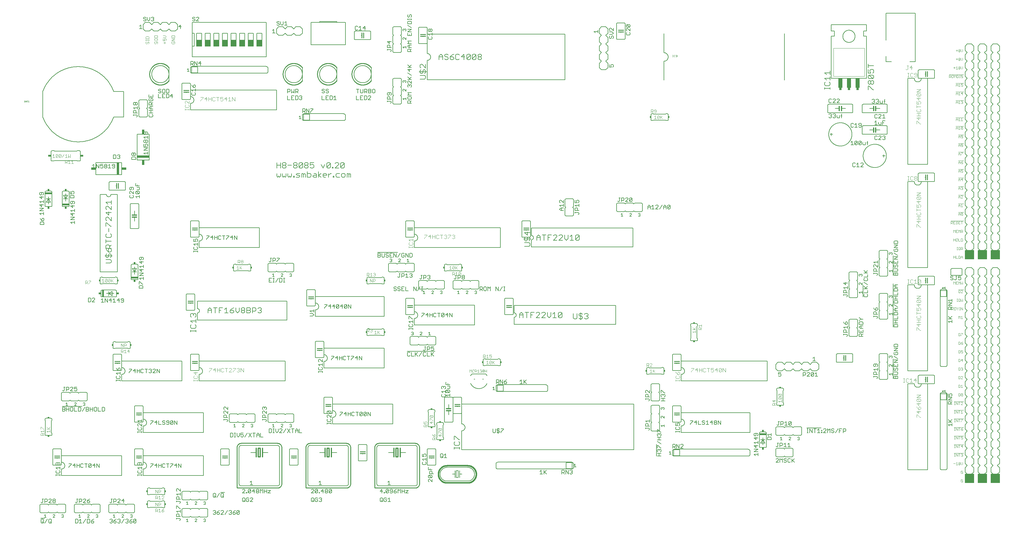
<source format=gto>
G75*
%MOIN*%
%OFA0B0*%
%FSLAX25Y25*%
%IPPOS*%
%LPD*%
%AMOC8*
5,1,8,0,0,1.08239X$1,22.5*
%
%ADD10C,0.00600*%
%ADD11C,0.00300*%
%ADD12C,0.00400*%
%ADD13C,0.01000*%
%ADD14C,0.01200*%
%ADD15C,0.00500*%
%ADD16C,0.00800*%
%ADD17C,0.00200*%
%ADD18R,0.03000X0.02500*%
%ADD19R,0.05000X0.11000*%
%ADD20C,0.00700*%
%ADD21R,0.02000X0.01500*%
%ADD22R,0.01500X0.02000*%
%ADD23C,0.01600*%
%ADD24R,0.06000X0.07500*%
%ADD25R,0.08000X0.02000*%
%ADD26R,0.02000X0.02500*%
%ADD27C,0.00100*%
%ADD28R,0.02000X0.08000*%
%ADD29R,0.02500X0.02000*%
%ADD30R,0.03400X0.02400*%
%ADD31R,0.14000X0.02500*%
%ADD32R,0.03000X0.05500*%
%ADD33R,0.02500X0.14000*%
%ADD34R,0.05500X0.03000*%
D10*
X0111300Y0037300D02*
X0112300Y0036300D01*
X0120300Y0036300D01*
X0121300Y0037300D01*
X0122300Y0036300D01*
X0130300Y0036300D01*
X0131300Y0037300D01*
X0132300Y0036300D01*
X0140300Y0036300D01*
X0141300Y0037300D01*
X0141300Y0045300D01*
X0140300Y0046300D01*
X0132300Y0046300D01*
X0131300Y0045300D01*
X0130300Y0046300D01*
X0122300Y0046300D01*
X0121300Y0045300D01*
X0120300Y0046300D01*
X0112300Y0046300D01*
X0111300Y0045300D01*
X0111300Y0037300D01*
X0151300Y0037300D02*
X0152300Y0036300D01*
X0160300Y0036300D01*
X0161300Y0037300D01*
X0162300Y0036300D01*
X0170300Y0036300D01*
X0171300Y0037300D01*
X0172300Y0036300D01*
X0180300Y0036300D01*
X0181300Y0037300D01*
X0181300Y0045300D01*
X0180300Y0046300D01*
X0172300Y0046300D01*
X0171300Y0045300D01*
X0170300Y0046300D01*
X0162300Y0046300D01*
X0161300Y0045300D01*
X0160300Y0046300D01*
X0152300Y0046300D01*
X0151300Y0045300D01*
X0151300Y0037300D01*
X0191300Y0037300D02*
X0192300Y0036300D01*
X0200300Y0036300D01*
X0201300Y0037300D01*
X0202300Y0036300D01*
X0210300Y0036300D01*
X0211300Y0037300D01*
X0212300Y0036300D01*
X0220300Y0036300D01*
X0221300Y0037300D01*
X0221300Y0045300D01*
X0220300Y0046300D01*
X0212300Y0046300D01*
X0211300Y0045300D01*
X0210300Y0046300D01*
X0202300Y0046300D01*
X0201300Y0045300D01*
X0200300Y0046300D01*
X0192300Y0046300D01*
X0191300Y0045300D01*
X0191300Y0037300D01*
X0236300Y0043300D02*
X0236300Y0049300D01*
X0236302Y0049360D01*
X0236307Y0049421D01*
X0236316Y0049480D01*
X0236329Y0049539D01*
X0236345Y0049598D01*
X0236365Y0049655D01*
X0236388Y0049710D01*
X0236415Y0049765D01*
X0236444Y0049817D01*
X0236477Y0049868D01*
X0236513Y0049917D01*
X0236551Y0049963D01*
X0236593Y0050007D01*
X0236637Y0050049D01*
X0236683Y0050087D01*
X0236732Y0050123D01*
X0236783Y0050156D01*
X0236835Y0050185D01*
X0236890Y0050212D01*
X0236945Y0050235D01*
X0237002Y0050255D01*
X0237061Y0050271D01*
X0237120Y0050284D01*
X0237179Y0050293D01*
X0237240Y0050298D01*
X0237300Y0050300D01*
X0238800Y0050300D01*
X0239300Y0049800D01*
X0253300Y0049800D01*
X0253800Y0050300D01*
X0255300Y0050300D01*
X0255360Y0050298D01*
X0255421Y0050293D01*
X0255480Y0050284D01*
X0255539Y0050271D01*
X0255598Y0050255D01*
X0255655Y0050235D01*
X0255710Y0050212D01*
X0255765Y0050185D01*
X0255817Y0050156D01*
X0255868Y0050123D01*
X0255917Y0050087D01*
X0255963Y0050049D01*
X0256007Y0050007D01*
X0256049Y0049963D01*
X0256087Y0049917D01*
X0256123Y0049868D01*
X0256156Y0049817D01*
X0256185Y0049765D01*
X0256212Y0049710D01*
X0256235Y0049655D01*
X0256255Y0049598D01*
X0256271Y0049539D01*
X0256284Y0049480D01*
X0256293Y0049421D01*
X0256298Y0049360D01*
X0256300Y0049300D01*
X0256300Y0043300D01*
X0256298Y0043240D01*
X0256293Y0043179D01*
X0256284Y0043120D01*
X0256271Y0043061D01*
X0256255Y0043002D01*
X0256235Y0042945D01*
X0256212Y0042890D01*
X0256185Y0042835D01*
X0256156Y0042783D01*
X0256123Y0042732D01*
X0256087Y0042683D01*
X0256049Y0042637D01*
X0256007Y0042593D01*
X0255963Y0042551D01*
X0255917Y0042513D01*
X0255868Y0042477D01*
X0255817Y0042444D01*
X0255765Y0042415D01*
X0255710Y0042388D01*
X0255655Y0042365D01*
X0255598Y0042345D01*
X0255539Y0042329D01*
X0255480Y0042316D01*
X0255421Y0042307D01*
X0255360Y0042302D01*
X0255300Y0042300D01*
X0253800Y0042300D01*
X0253300Y0042800D01*
X0239300Y0042800D01*
X0238800Y0042300D01*
X0237300Y0042300D01*
X0237240Y0042302D01*
X0237179Y0042307D01*
X0237120Y0042316D01*
X0237061Y0042329D01*
X0237002Y0042345D01*
X0236945Y0042365D01*
X0236890Y0042388D01*
X0236835Y0042415D01*
X0236783Y0042444D01*
X0236732Y0042477D01*
X0236683Y0042513D01*
X0236637Y0042551D01*
X0236593Y0042593D01*
X0236551Y0042637D01*
X0236513Y0042683D01*
X0236477Y0042732D01*
X0236444Y0042783D01*
X0236415Y0042835D01*
X0236388Y0042890D01*
X0236365Y0042945D01*
X0236345Y0043002D01*
X0236329Y0043061D01*
X0236316Y0043120D01*
X0236307Y0043179D01*
X0236302Y0043240D01*
X0236300Y0043300D01*
X0237300Y0057300D02*
X0238800Y0057300D01*
X0239300Y0057800D01*
X0253300Y0057800D01*
X0253800Y0057300D01*
X0255300Y0057300D01*
X0255360Y0057302D01*
X0255421Y0057307D01*
X0255480Y0057316D01*
X0255539Y0057329D01*
X0255598Y0057345D01*
X0255655Y0057365D01*
X0255710Y0057388D01*
X0255765Y0057415D01*
X0255817Y0057444D01*
X0255868Y0057477D01*
X0255917Y0057513D01*
X0255963Y0057551D01*
X0256007Y0057593D01*
X0256049Y0057637D01*
X0256087Y0057683D01*
X0256123Y0057732D01*
X0256156Y0057783D01*
X0256185Y0057835D01*
X0256212Y0057890D01*
X0256235Y0057945D01*
X0256255Y0058002D01*
X0256271Y0058061D01*
X0256284Y0058120D01*
X0256293Y0058179D01*
X0256298Y0058240D01*
X0256300Y0058300D01*
X0256300Y0064300D01*
X0256298Y0064360D01*
X0256293Y0064421D01*
X0256284Y0064480D01*
X0256271Y0064539D01*
X0256255Y0064598D01*
X0256235Y0064655D01*
X0256212Y0064710D01*
X0256185Y0064765D01*
X0256156Y0064817D01*
X0256123Y0064868D01*
X0256087Y0064917D01*
X0256049Y0064963D01*
X0256007Y0065007D01*
X0255963Y0065049D01*
X0255917Y0065087D01*
X0255868Y0065123D01*
X0255817Y0065156D01*
X0255765Y0065185D01*
X0255710Y0065212D01*
X0255655Y0065235D01*
X0255598Y0065255D01*
X0255539Y0065271D01*
X0255480Y0065284D01*
X0255421Y0065293D01*
X0255360Y0065298D01*
X0255300Y0065300D01*
X0253800Y0065300D01*
X0253300Y0064800D01*
X0239300Y0064800D01*
X0238800Y0065300D01*
X0237300Y0065300D01*
X0237240Y0065298D01*
X0237179Y0065293D01*
X0237120Y0065284D01*
X0237061Y0065271D01*
X0237002Y0065255D01*
X0236945Y0065235D01*
X0236890Y0065212D01*
X0236835Y0065185D01*
X0236783Y0065156D01*
X0236732Y0065123D01*
X0236683Y0065087D01*
X0236637Y0065049D01*
X0236593Y0065007D01*
X0236551Y0064963D01*
X0236513Y0064917D01*
X0236477Y0064868D01*
X0236444Y0064817D01*
X0236415Y0064765D01*
X0236388Y0064710D01*
X0236365Y0064655D01*
X0236345Y0064598D01*
X0236329Y0064539D01*
X0236316Y0064480D01*
X0236307Y0064421D01*
X0236302Y0064360D01*
X0236300Y0064300D01*
X0236300Y0058300D01*
X0236302Y0058240D01*
X0236307Y0058179D01*
X0236316Y0058120D01*
X0236329Y0058061D01*
X0236345Y0058002D01*
X0236365Y0057945D01*
X0236388Y0057890D01*
X0236415Y0057835D01*
X0236444Y0057783D01*
X0236477Y0057732D01*
X0236513Y0057683D01*
X0236551Y0057637D01*
X0236593Y0057593D01*
X0236637Y0057551D01*
X0236683Y0057513D01*
X0236732Y0057477D01*
X0236783Y0057444D01*
X0236835Y0057415D01*
X0236890Y0057388D01*
X0236945Y0057365D01*
X0237002Y0057345D01*
X0237061Y0057329D01*
X0237120Y0057316D01*
X0237179Y0057307D01*
X0237240Y0057302D01*
X0237300Y0057300D01*
X0276300Y0060300D02*
X0276300Y0052300D01*
X0277300Y0051300D01*
X0285300Y0051300D01*
X0286300Y0052300D01*
X0287300Y0051300D01*
X0295300Y0051300D01*
X0296300Y0052300D01*
X0297300Y0051300D01*
X0305300Y0051300D01*
X0306300Y0052300D01*
X0306300Y0060300D01*
X0305300Y0061300D01*
X0297300Y0061300D01*
X0296300Y0060300D01*
X0295300Y0061300D01*
X0287300Y0061300D01*
X0286300Y0060300D01*
X0285300Y0061300D01*
X0277300Y0061300D01*
X0276300Y0060300D01*
X0277300Y0041300D02*
X0285300Y0041300D01*
X0286300Y0040300D01*
X0287300Y0041300D01*
X0295300Y0041300D01*
X0296300Y0040300D01*
X0297300Y0041300D01*
X0305300Y0041300D01*
X0306300Y0040300D01*
X0306300Y0032300D01*
X0305300Y0031300D01*
X0297300Y0031300D01*
X0296300Y0032300D01*
X0295300Y0031300D01*
X0287300Y0031300D01*
X0286300Y0032300D01*
X0285300Y0031300D01*
X0277300Y0031300D01*
X0276300Y0032300D01*
X0276300Y0040300D01*
X0277300Y0041300D01*
X0342800Y0070300D02*
X0342800Y0112300D01*
X0342802Y0112398D01*
X0342808Y0112496D01*
X0342817Y0112594D01*
X0342831Y0112691D01*
X0342848Y0112788D01*
X0342869Y0112884D01*
X0342894Y0112979D01*
X0342922Y0113073D01*
X0342955Y0113165D01*
X0342990Y0113257D01*
X0343030Y0113347D01*
X0343072Y0113435D01*
X0343119Y0113522D01*
X0343168Y0113606D01*
X0343221Y0113689D01*
X0343277Y0113769D01*
X0343337Y0113848D01*
X0343399Y0113924D01*
X0343464Y0113997D01*
X0343532Y0114068D01*
X0343603Y0114136D01*
X0343676Y0114201D01*
X0343752Y0114263D01*
X0343831Y0114323D01*
X0343911Y0114379D01*
X0343994Y0114432D01*
X0344078Y0114481D01*
X0344165Y0114528D01*
X0344253Y0114570D01*
X0344343Y0114610D01*
X0344435Y0114645D01*
X0344527Y0114678D01*
X0344621Y0114706D01*
X0344716Y0114731D01*
X0344812Y0114752D01*
X0344909Y0114769D01*
X0345006Y0114783D01*
X0345104Y0114792D01*
X0345202Y0114798D01*
X0345300Y0114800D01*
X0387300Y0114800D01*
X0387398Y0114798D01*
X0387496Y0114792D01*
X0387594Y0114783D01*
X0387691Y0114769D01*
X0387788Y0114752D01*
X0387884Y0114731D01*
X0387979Y0114706D01*
X0388073Y0114678D01*
X0388165Y0114645D01*
X0388257Y0114610D01*
X0388347Y0114570D01*
X0388435Y0114528D01*
X0388522Y0114481D01*
X0388606Y0114432D01*
X0388689Y0114379D01*
X0388769Y0114323D01*
X0388848Y0114263D01*
X0388924Y0114201D01*
X0388997Y0114136D01*
X0389068Y0114068D01*
X0389136Y0113997D01*
X0389201Y0113924D01*
X0389263Y0113848D01*
X0389323Y0113769D01*
X0389379Y0113689D01*
X0389432Y0113606D01*
X0389481Y0113522D01*
X0389528Y0113435D01*
X0389570Y0113347D01*
X0389610Y0113257D01*
X0389645Y0113165D01*
X0389678Y0113073D01*
X0389706Y0112979D01*
X0389731Y0112884D01*
X0389752Y0112788D01*
X0389769Y0112691D01*
X0389783Y0112594D01*
X0389792Y0112496D01*
X0389798Y0112398D01*
X0389800Y0112300D01*
X0389800Y0070300D01*
X0389798Y0070202D01*
X0389792Y0070104D01*
X0389783Y0070006D01*
X0389769Y0069909D01*
X0389752Y0069812D01*
X0389731Y0069716D01*
X0389706Y0069621D01*
X0389678Y0069527D01*
X0389645Y0069435D01*
X0389610Y0069343D01*
X0389570Y0069253D01*
X0389528Y0069165D01*
X0389481Y0069078D01*
X0389432Y0068994D01*
X0389379Y0068911D01*
X0389323Y0068831D01*
X0389263Y0068752D01*
X0389201Y0068676D01*
X0389136Y0068603D01*
X0389068Y0068532D01*
X0388997Y0068464D01*
X0388924Y0068399D01*
X0388848Y0068337D01*
X0388769Y0068277D01*
X0388689Y0068221D01*
X0388606Y0068168D01*
X0388522Y0068119D01*
X0388435Y0068072D01*
X0388347Y0068030D01*
X0388257Y0067990D01*
X0388165Y0067955D01*
X0388073Y0067922D01*
X0387979Y0067894D01*
X0387884Y0067869D01*
X0387788Y0067848D01*
X0387691Y0067831D01*
X0387594Y0067817D01*
X0387496Y0067808D01*
X0387398Y0067802D01*
X0387300Y0067800D01*
X0345300Y0067800D01*
X0345202Y0067802D01*
X0345104Y0067808D01*
X0345006Y0067817D01*
X0344909Y0067831D01*
X0344812Y0067848D01*
X0344716Y0067869D01*
X0344621Y0067894D01*
X0344527Y0067922D01*
X0344435Y0067955D01*
X0344343Y0067990D01*
X0344253Y0068030D01*
X0344165Y0068072D01*
X0344078Y0068119D01*
X0343994Y0068168D01*
X0343911Y0068221D01*
X0343831Y0068277D01*
X0343752Y0068337D01*
X0343676Y0068399D01*
X0343603Y0068464D01*
X0343532Y0068532D01*
X0343464Y0068603D01*
X0343399Y0068676D01*
X0343337Y0068752D01*
X0343277Y0068831D01*
X0343221Y0068911D01*
X0343168Y0068994D01*
X0343119Y0069078D01*
X0343072Y0069165D01*
X0343030Y0069253D01*
X0342990Y0069343D01*
X0342955Y0069435D01*
X0342922Y0069527D01*
X0342894Y0069621D01*
X0342869Y0069716D01*
X0342848Y0069812D01*
X0342831Y0069909D01*
X0342817Y0070006D01*
X0342808Y0070104D01*
X0342802Y0070202D01*
X0342800Y0070300D01*
X0301300Y0079800D02*
X0301300Y0102800D01*
X0231300Y0102800D01*
X0231300Y0095300D01*
X0231300Y0092800D02*
X0231300Y0109800D01*
X0231298Y0109860D01*
X0231293Y0109921D01*
X0231284Y0109980D01*
X0231271Y0110039D01*
X0231255Y0110098D01*
X0231235Y0110155D01*
X0231212Y0110210D01*
X0231185Y0110265D01*
X0231156Y0110317D01*
X0231123Y0110368D01*
X0231087Y0110417D01*
X0231049Y0110463D01*
X0231007Y0110507D01*
X0230963Y0110549D01*
X0230917Y0110587D01*
X0230868Y0110623D01*
X0230817Y0110656D01*
X0230765Y0110685D01*
X0230710Y0110712D01*
X0230655Y0110735D01*
X0230598Y0110755D01*
X0230539Y0110771D01*
X0230480Y0110784D01*
X0230421Y0110793D01*
X0230360Y0110798D01*
X0230300Y0110800D01*
X0222300Y0110800D01*
X0222240Y0110798D01*
X0222179Y0110793D01*
X0222120Y0110784D01*
X0222061Y0110771D01*
X0222002Y0110755D01*
X0221945Y0110735D01*
X0221890Y0110712D01*
X0221835Y0110685D01*
X0221783Y0110656D01*
X0221732Y0110623D01*
X0221683Y0110587D01*
X0221637Y0110549D01*
X0221593Y0110507D01*
X0221551Y0110463D01*
X0221513Y0110417D01*
X0221477Y0110368D01*
X0221444Y0110317D01*
X0221415Y0110265D01*
X0221388Y0110210D01*
X0221365Y0110155D01*
X0221345Y0110098D01*
X0221329Y0110039D01*
X0221316Y0109980D01*
X0221307Y0109921D01*
X0221302Y0109860D01*
X0221300Y0109800D01*
X0221300Y0092800D01*
X0221302Y0092740D01*
X0221307Y0092679D01*
X0221316Y0092620D01*
X0221329Y0092561D01*
X0221345Y0092502D01*
X0221365Y0092445D01*
X0221388Y0092390D01*
X0221415Y0092335D01*
X0221444Y0092283D01*
X0221477Y0092232D01*
X0221513Y0092183D01*
X0221551Y0092137D01*
X0221593Y0092093D01*
X0221637Y0092051D01*
X0221683Y0092013D01*
X0221732Y0091977D01*
X0221783Y0091944D01*
X0221835Y0091915D01*
X0221890Y0091888D01*
X0221945Y0091865D01*
X0222002Y0091845D01*
X0222061Y0091829D01*
X0222120Y0091816D01*
X0222179Y0091807D01*
X0222240Y0091802D01*
X0222300Y0091800D01*
X0230300Y0091800D01*
X0230360Y0091802D01*
X0230421Y0091807D01*
X0230480Y0091816D01*
X0230539Y0091829D01*
X0230598Y0091845D01*
X0230655Y0091865D01*
X0230710Y0091888D01*
X0230765Y0091915D01*
X0230817Y0091944D01*
X0230868Y0091977D01*
X0230917Y0092013D01*
X0230963Y0092051D01*
X0231007Y0092093D01*
X0231049Y0092137D01*
X0231087Y0092183D01*
X0231123Y0092232D01*
X0231156Y0092283D01*
X0231185Y0092335D01*
X0231212Y0092390D01*
X0231235Y0092445D01*
X0231255Y0092502D01*
X0231271Y0092561D01*
X0231284Y0092620D01*
X0231293Y0092679D01*
X0231298Y0092740D01*
X0231300Y0092800D01*
X0231300Y0095300D02*
X0231426Y0095298D01*
X0231551Y0095292D01*
X0231676Y0095282D01*
X0231801Y0095268D01*
X0231926Y0095251D01*
X0232050Y0095229D01*
X0232173Y0095204D01*
X0232295Y0095174D01*
X0232416Y0095141D01*
X0232536Y0095104D01*
X0232655Y0095064D01*
X0232772Y0095019D01*
X0232889Y0094971D01*
X0233003Y0094919D01*
X0233116Y0094864D01*
X0233227Y0094805D01*
X0233336Y0094743D01*
X0233443Y0094677D01*
X0233548Y0094608D01*
X0233651Y0094536D01*
X0233752Y0094461D01*
X0233850Y0094382D01*
X0233945Y0094300D01*
X0234038Y0094216D01*
X0234128Y0094128D01*
X0234216Y0094038D01*
X0234300Y0093945D01*
X0234382Y0093850D01*
X0234461Y0093752D01*
X0234536Y0093651D01*
X0234608Y0093548D01*
X0234677Y0093443D01*
X0234743Y0093336D01*
X0234805Y0093227D01*
X0234864Y0093116D01*
X0234919Y0093003D01*
X0234971Y0092889D01*
X0235019Y0092772D01*
X0235064Y0092655D01*
X0235104Y0092536D01*
X0235141Y0092416D01*
X0235174Y0092295D01*
X0235204Y0092173D01*
X0235229Y0092050D01*
X0235251Y0091926D01*
X0235268Y0091801D01*
X0235282Y0091676D01*
X0235292Y0091551D01*
X0235298Y0091426D01*
X0235300Y0091300D01*
X0235298Y0091174D01*
X0235292Y0091049D01*
X0235282Y0090924D01*
X0235268Y0090799D01*
X0235251Y0090674D01*
X0235229Y0090550D01*
X0235204Y0090427D01*
X0235174Y0090305D01*
X0235141Y0090184D01*
X0235104Y0090064D01*
X0235064Y0089945D01*
X0235019Y0089828D01*
X0234971Y0089711D01*
X0234919Y0089597D01*
X0234864Y0089484D01*
X0234805Y0089373D01*
X0234743Y0089264D01*
X0234677Y0089157D01*
X0234608Y0089052D01*
X0234536Y0088949D01*
X0234461Y0088848D01*
X0234382Y0088750D01*
X0234300Y0088655D01*
X0234216Y0088562D01*
X0234128Y0088472D01*
X0234038Y0088384D01*
X0233945Y0088300D01*
X0233850Y0088218D01*
X0233752Y0088139D01*
X0233651Y0088064D01*
X0233548Y0087992D01*
X0233443Y0087923D01*
X0233336Y0087857D01*
X0233227Y0087795D01*
X0233116Y0087736D01*
X0233003Y0087681D01*
X0232889Y0087629D01*
X0232772Y0087581D01*
X0232655Y0087536D01*
X0232536Y0087496D01*
X0232416Y0087459D01*
X0232295Y0087426D01*
X0232173Y0087396D01*
X0232050Y0087371D01*
X0231926Y0087349D01*
X0231801Y0087332D01*
X0231676Y0087318D01*
X0231551Y0087308D01*
X0231426Y0087302D01*
X0231300Y0087300D01*
X0231300Y0079800D01*
X0301300Y0079800D01*
X0321300Y0092800D02*
X0321300Y0109800D01*
X0321302Y0109860D01*
X0321307Y0109921D01*
X0321316Y0109980D01*
X0321329Y0110039D01*
X0321345Y0110098D01*
X0321365Y0110155D01*
X0321388Y0110210D01*
X0321415Y0110265D01*
X0321444Y0110317D01*
X0321477Y0110368D01*
X0321513Y0110417D01*
X0321551Y0110463D01*
X0321593Y0110507D01*
X0321637Y0110549D01*
X0321683Y0110587D01*
X0321732Y0110623D01*
X0321783Y0110656D01*
X0321835Y0110685D01*
X0321890Y0110712D01*
X0321945Y0110735D01*
X0322002Y0110755D01*
X0322061Y0110771D01*
X0322120Y0110784D01*
X0322179Y0110793D01*
X0322240Y0110798D01*
X0322300Y0110800D01*
X0330300Y0110800D01*
X0330360Y0110798D01*
X0330421Y0110793D01*
X0330480Y0110784D01*
X0330539Y0110771D01*
X0330598Y0110755D01*
X0330655Y0110735D01*
X0330710Y0110712D01*
X0330765Y0110685D01*
X0330817Y0110656D01*
X0330868Y0110623D01*
X0330917Y0110587D01*
X0330963Y0110549D01*
X0331007Y0110507D01*
X0331049Y0110463D01*
X0331087Y0110417D01*
X0331123Y0110368D01*
X0331156Y0110317D01*
X0331185Y0110265D01*
X0331212Y0110210D01*
X0331235Y0110155D01*
X0331255Y0110098D01*
X0331271Y0110039D01*
X0331284Y0109980D01*
X0331293Y0109921D01*
X0331298Y0109860D01*
X0331300Y0109800D01*
X0331300Y0092800D01*
X0331298Y0092740D01*
X0331293Y0092679D01*
X0331284Y0092620D01*
X0331271Y0092561D01*
X0331255Y0092502D01*
X0331235Y0092445D01*
X0331212Y0092390D01*
X0331185Y0092335D01*
X0331156Y0092283D01*
X0331123Y0092232D01*
X0331087Y0092183D01*
X0331049Y0092137D01*
X0331007Y0092093D01*
X0330963Y0092051D01*
X0330917Y0092013D01*
X0330868Y0091977D01*
X0330817Y0091944D01*
X0330765Y0091915D01*
X0330710Y0091888D01*
X0330655Y0091865D01*
X0330598Y0091845D01*
X0330539Y0091829D01*
X0330480Y0091816D01*
X0330421Y0091807D01*
X0330360Y0091802D01*
X0330300Y0091800D01*
X0322300Y0091800D01*
X0322240Y0091802D01*
X0322179Y0091807D01*
X0322120Y0091816D01*
X0322061Y0091829D01*
X0322002Y0091845D01*
X0321945Y0091865D01*
X0321890Y0091888D01*
X0321835Y0091915D01*
X0321783Y0091944D01*
X0321732Y0091977D01*
X0321683Y0092013D01*
X0321637Y0092051D01*
X0321593Y0092093D01*
X0321551Y0092137D01*
X0321513Y0092183D01*
X0321477Y0092232D01*
X0321444Y0092283D01*
X0321415Y0092335D01*
X0321388Y0092390D01*
X0321365Y0092445D01*
X0321345Y0092502D01*
X0321329Y0092561D01*
X0321316Y0092620D01*
X0321307Y0092679D01*
X0321302Y0092740D01*
X0321300Y0092800D01*
X0326300Y0099800D02*
X0326300Y0100300D01*
X0326300Y0102300D02*
X0326300Y0102800D01*
X0356300Y0106300D02*
X0362600Y0106300D01*
X0370000Y0106300D02*
X0376300Y0106300D01*
X0401300Y0109800D02*
X0401300Y0092800D01*
X0401302Y0092740D01*
X0401307Y0092679D01*
X0401316Y0092620D01*
X0401329Y0092561D01*
X0401345Y0092502D01*
X0401365Y0092445D01*
X0401388Y0092390D01*
X0401415Y0092335D01*
X0401444Y0092283D01*
X0401477Y0092232D01*
X0401513Y0092183D01*
X0401551Y0092137D01*
X0401593Y0092093D01*
X0401637Y0092051D01*
X0401683Y0092013D01*
X0401732Y0091977D01*
X0401783Y0091944D01*
X0401835Y0091915D01*
X0401890Y0091888D01*
X0401945Y0091865D01*
X0402002Y0091845D01*
X0402061Y0091829D01*
X0402120Y0091816D01*
X0402179Y0091807D01*
X0402240Y0091802D01*
X0402300Y0091800D01*
X0410300Y0091800D01*
X0410360Y0091802D01*
X0410421Y0091807D01*
X0410480Y0091816D01*
X0410539Y0091829D01*
X0410598Y0091845D01*
X0410655Y0091865D01*
X0410710Y0091888D01*
X0410765Y0091915D01*
X0410817Y0091944D01*
X0410868Y0091977D01*
X0410917Y0092013D01*
X0410963Y0092051D01*
X0411007Y0092093D01*
X0411049Y0092137D01*
X0411087Y0092183D01*
X0411123Y0092232D01*
X0411156Y0092283D01*
X0411185Y0092335D01*
X0411212Y0092390D01*
X0411235Y0092445D01*
X0411255Y0092502D01*
X0411271Y0092561D01*
X0411284Y0092620D01*
X0411293Y0092679D01*
X0411298Y0092740D01*
X0411300Y0092800D01*
X0411300Y0109800D01*
X0411298Y0109860D01*
X0411293Y0109921D01*
X0411284Y0109980D01*
X0411271Y0110039D01*
X0411255Y0110098D01*
X0411235Y0110155D01*
X0411212Y0110210D01*
X0411185Y0110265D01*
X0411156Y0110317D01*
X0411123Y0110368D01*
X0411087Y0110417D01*
X0411049Y0110463D01*
X0411007Y0110507D01*
X0410963Y0110549D01*
X0410917Y0110587D01*
X0410868Y0110623D01*
X0410817Y0110656D01*
X0410765Y0110685D01*
X0410710Y0110712D01*
X0410655Y0110735D01*
X0410598Y0110755D01*
X0410539Y0110771D01*
X0410480Y0110784D01*
X0410421Y0110793D01*
X0410360Y0110798D01*
X0410300Y0110800D01*
X0402300Y0110800D01*
X0402240Y0110798D01*
X0402179Y0110793D01*
X0402120Y0110784D01*
X0402061Y0110771D01*
X0402002Y0110755D01*
X0401945Y0110735D01*
X0401890Y0110712D01*
X0401835Y0110685D01*
X0401783Y0110656D01*
X0401732Y0110623D01*
X0401683Y0110587D01*
X0401637Y0110549D01*
X0401593Y0110507D01*
X0401551Y0110463D01*
X0401513Y0110417D01*
X0401477Y0110368D01*
X0401444Y0110317D01*
X0401415Y0110265D01*
X0401388Y0110210D01*
X0401365Y0110155D01*
X0401345Y0110098D01*
X0401329Y0110039D01*
X0401316Y0109980D01*
X0401307Y0109921D01*
X0401302Y0109860D01*
X0401300Y0109800D01*
X0406300Y0102800D02*
X0406300Y0102300D01*
X0406300Y0100300D02*
X0406300Y0099800D01*
X0422800Y0112300D02*
X0422800Y0070300D01*
X0422802Y0070202D01*
X0422808Y0070104D01*
X0422817Y0070006D01*
X0422831Y0069909D01*
X0422848Y0069812D01*
X0422869Y0069716D01*
X0422894Y0069621D01*
X0422922Y0069527D01*
X0422955Y0069435D01*
X0422990Y0069343D01*
X0423030Y0069253D01*
X0423072Y0069165D01*
X0423119Y0069078D01*
X0423168Y0068994D01*
X0423221Y0068911D01*
X0423277Y0068831D01*
X0423337Y0068752D01*
X0423399Y0068676D01*
X0423464Y0068603D01*
X0423532Y0068532D01*
X0423603Y0068464D01*
X0423676Y0068399D01*
X0423752Y0068337D01*
X0423831Y0068277D01*
X0423911Y0068221D01*
X0423994Y0068168D01*
X0424078Y0068119D01*
X0424165Y0068072D01*
X0424253Y0068030D01*
X0424343Y0067990D01*
X0424435Y0067955D01*
X0424527Y0067922D01*
X0424621Y0067894D01*
X0424716Y0067869D01*
X0424812Y0067848D01*
X0424909Y0067831D01*
X0425006Y0067817D01*
X0425104Y0067808D01*
X0425202Y0067802D01*
X0425300Y0067800D01*
X0467300Y0067800D01*
X0467398Y0067802D01*
X0467496Y0067808D01*
X0467594Y0067817D01*
X0467691Y0067831D01*
X0467788Y0067848D01*
X0467884Y0067869D01*
X0467979Y0067894D01*
X0468073Y0067922D01*
X0468165Y0067955D01*
X0468257Y0067990D01*
X0468347Y0068030D01*
X0468435Y0068072D01*
X0468522Y0068119D01*
X0468606Y0068168D01*
X0468689Y0068221D01*
X0468769Y0068277D01*
X0468848Y0068337D01*
X0468924Y0068399D01*
X0468997Y0068464D01*
X0469068Y0068532D01*
X0469136Y0068603D01*
X0469201Y0068676D01*
X0469263Y0068752D01*
X0469323Y0068831D01*
X0469379Y0068911D01*
X0469432Y0068994D01*
X0469481Y0069078D01*
X0469528Y0069165D01*
X0469570Y0069253D01*
X0469610Y0069343D01*
X0469645Y0069435D01*
X0469678Y0069527D01*
X0469706Y0069621D01*
X0469731Y0069716D01*
X0469752Y0069812D01*
X0469769Y0069909D01*
X0469783Y0070006D01*
X0469792Y0070104D01*
X0469798Y0070202D01*
X0469800Y0070300D01*
X0469800Y0112300D01*
X0469798Y0112398D01*
X0469792Y0112496D01*
X0469783Y0112594D01*
X0469769Y0112691D01*
X0469752Y0112788D01*
X0469731Y0112884D01*
X0469706Y0112979D01*
X0469678Y0113073D01*
X0469645Y0113165D01*
X0469610Y0113257D01*
X0469570Y0113347D01*
X0469528Y0113435D01*
X0469481Y0113522D01*
X0469432Y0113606D01*
X0469379Y0113689D01*
X0469323Y0113769D01*
X0469263Y0113848D01*
X0469201Y0113924D01*
X0469136Y0113997D01*
X0469068Y0114068D01*
X0468997Y0114136D01*
X0468924Y0114201D01*
X0468848Y0114263D01*
X0468769Y0114323D01*
X0468689Y0114379D01*
X0468606Y0114432D01*
X0468522Y0114481D01*
X0468435Y0114528D01*
X0468347Y0114570D01*
X0468257Y0114610D01*
X0468165Y0114645D01*
X0468073Y0114678D01*
X0467979Y0114706D01*
X0467884Y0114731D01*
X0467788Y0114752D01*
X0467691Y0114769D01*
X0467594Y0114783D01*
X0467496Y0114792D01*
X0467398Y0114798D01*
X0467300Y0114800D01*
X0425300Y0114800D01*
X0425202Y0114798D01*
X0425104Y0114792D01*
X0425006Y0114783D01*
X0424909Y0114769D01*
X0424812Y0114752D01*
X0424716Y0114731D01*
X0424621Y0114706D01*
X0424527Y0114678D01*
X0424435Y0114645D01*
X0424343Y0114610D01*
X0424253Y0114570D01*
X0424165Y0114528D01*
X0424078Y0114481D01*
X0423994Y0114432D01*
X0423911Y0114379D01*
X0423831Y0114323D01*
X0423752Y0114263D01*
X0423676Y0114201D01*
X0423603Y0114136D01*
X0423532Y0114068D01*
X0423464Y0113997D01*
X0423399Y0113924D01*
X0423337Y0113848D01*
X0423277Y0113769D01*
X0423221Y0113689D01*
X0423168Y0113606D01*
X0423119Y0113522D01*
X0423072Y0113435D01*
X0423030Y0113347D01*
X0422990Y0113257D01*
X0422955Y0113165D01*
X0422922Y0113073D01*
X0422894Y0112979D01*
X0422869Y0112884D01*
X0422848Y0112788D01*
X0422831Y0112691D01*
X0422817Y0112594D01*
X0422808Y0112496D01*
X0422802Y0112398D01*
X0422800Y0112300D01*
X0436300Y0106300D02*
X0442600Y0106300D01*
X0450000Y0106300D02*
X0456300Y0106300D01*
X0481300Y0097800D02*
X0481300Y0114800D01*
X0481302Y0114860D01*
X0481307Y0114921D01*
X0481316Y0114980D01*
X0481329Y0115039D01*
X0481345Y0115098D01*
X0481365Y0115155D01*
X0481388Y0115210D01*
X0481415Y0115265D01*
X0481444Y0115317D01*
X0481477Y0115368D01*
X0481513Y0115417D01*
X0481551Y0115463D01*
X0481593Y0115507D01*
X0481637Y0115549D01*
X0481683Y0115587D01*
X0481732Y0115623D01*
X0481783Y0115656D01*
X0481835Y0115685D01*
X0481890Y0115712D01*
X0481945Y0115735D01*
X0482002Y0115755D01*
X0482061Y0115771D01*
X0482120Y0115784D01*
X0482179Y0115793D01*
X0482240Y0115798D01*
X0482300Y0115800D01*
X0490300Y0115800D01*
X0490360Y0115798D01*
X0490421Y0115793D01*
X0490480Y0115784D01*
X0490539Y0115771D01*
X0490598Y0115755D01*
X0490655Y0115735D01*
X0490710Y0115712D01*
X0490765Y0115685D01*
X0490817Y0115656D01*
X0490868Y0115623D01*
X0490917Y0115587D01*
X0490963Y0115549D01*
X0491007Y0115507D01*
X0491049Y0115463D01*
X0491087Y0115417D01*
X0491123Y0115368D01*
X0491156Y0115317D01*
X0491185Y0115265D01*
X0491212Y0115210D01*
X0491235Y0115155D01*
X0491255Y0115098D01*
X0491271Y0115039D01*
X0491284Y0114980D01*
X0491293Y0114921D01*
X0491298Y0114860D01*
X0491300Y0114800D01*
X0491300Y0097800D01*
X0491298Y0097740D01*
X0491293Y0097679D01*
X0491284Y0097620D01*
X0491271Y0097561D01*
X0491255Y0097502D01*
X0491235Y0097445D01*
X0491212Y0097390D01*
X0491185Y0097335D01*
X0491156Y0097283D01*
X0491123Y0097232D01*
X0491087Y0097183D01*
X0491049Y0097137D01*
X0491007Y0097093D01*
X0490963Y0097051D01*
X0490917Y0097013D01*
X0490868Y0096977D01*
X0490817Y0096944D01*
X0490765Y0096915D01*
X0490710Y0096888D01*
X0490655Y0096865D01*
X0490598Y0096845D01*
X0490539Y0096829D01*
X0490480Y0096816D01*
X0490421Y0096807D01*
X0490360Y0096802D01*
X0490300Y0096800D01*
X0482300Y0096800D01*
X0482240Y0096802D01*
X0482179Y0096807D01*
X0482120Y0096816D01*
X0482061Y0096829D01*
X0482002Y0096845D01*
X0481945Y0096865D01*
X0481890Y0096888D01*
X0481835Y0096915D01*
X0481783Y0096944D01*
X0481732Y0096977D01*
X0481683Y0097013D01*
X0481637Y0097051D01*
X0481593Y0097093D01*
X0481551Y0097137D01*
X0481513Y0097183D01*
X0481477Y0097232D01*
X0481444Y0097283D01*
X0481415Y0097335D01*
X0481388Y0097390D01*
X0481365Y0097445D01*
X0481345Y0097502D01*
X0481329Y0097561D01*
X0481316Y0097620D01*
X0481307Y0097679D01*
X0481302Y0097740D01*
X0481300Y0097800D01*
X0486300Y0104800D02*
X0486300Y0105300D01*
X0486300Y0107300D02*
X0486300Y0107800D01*
X0502800Y0112300D02*
X0502800Y0070300D01*
X0502802Y0070202D01*
X0502808Y0070104D01*
X0502817Y0070006D01*
X0502831Y0069909D01*
X0502848Y0069812D01*
X0502869Y0069716D01*
X0502894Y0069621D01*
X0502922Y0069527D01*
X0502955Y0069435D01*
X0502990Y0069343D01*
X0503030Y0069253D01*
X0503072Y0069165D01*
X0503119Y0069078D01*
X0503168Y0068994D01*
X0503221Y0068911D01*
X0503277Y0068831D01*
X0503337Y0068752D01*
X0503399Y0068676D01*
X0503464Y0068603D01*
X0503532Y0068532D01*
X0503603Y0068464D01*
X0503676Y0068399D01*
X0503752Y0068337D01*
X0503831Y0068277D01*
X0503911Y0068221D01*
X0503994Y0068168D01*
X0504078Y0068119D01*
X0504165Y0068072D01*
X0504253Y0068030D01*
X0504343Y0067990D01*
X0504435Y0067955D01*
X0504527Y0067922D01*
X0504621Y0067894D01*
X0504716Y0067869D01*
X0504812Y0067848D01*
X0504909Y0067831D01*
X0505006Y0067817D01*
X0505104Y0067808D01*
X0505202Y0067802D01*
X0505300Y0067800D01*
X0547300Y0067800D01*
X0547398Y0067802D01*
X0547496Y0067808D01*
X0547594Y0067817D01*
X0547691Y0067831D01*
X0547788Y0067848D01*
X0547884Y0067869D01*
X0547979Y0067894D01*
X0548073Y0067922D01*
X0548165Y0067955D01*
X0548257Y0067990D01*
X0548347Y0068030D01*
X0548435Y0068072D01*
X0548522Y0068119D01*
X0548606Y0068168D01*
X0548689Y0068221D01*
X0548769Y0068277D01*
X0548848Y0068337D01*
X0548924Y0068399D01*
X0548997Y0068464D01*
X0549068Y0068532D01*
X0549136Y0068603D01*
X0549201Y0068676D01*
X0549263Y0068752D01*
X0549323Y0068831D01*
X0549379Y0068911D01*
X0549432Y0068994D01*
X0549481Y0069078D01*
X0549528Y0069165D01*
X0549570Y0069253D01*
X0549610Y0069343D01*
X0549645Y0069435D01*
X0549678Y0069527D01*
X0549706Y0069621D01*
X0549731Y0069716D01*
X0549752Y0069812D01*
X0549769Y0069909D01*
X0549783Y0070006D01*
X0549792Y0070104D01*
X0549798Y0070202D01*
X0549800Y0070300D01*
X0549800Y0112300D01*
X0549798Y0112398D01*
X0549792Y0112496D01*
X0549783Y0112594D01*
X0549769Y0112691D01*
X0549752Y0112788D01*
X0549731Y0112884D01*
X0549706Y0112979D01*
X0549678Y0113073D01*
X0549645Y0113165D01*
X0549610Y0113257D01*
X0549570Y0113347D01*
X0549528Y0113435D01*
X0549481Y0113522D01*
X0549432Y0113606D01*
X0549379Y0113689D01*
X0549323Y0113769D01*
X0549263Y0113848D01*
X0549201Y0113924D01*
X0549136Y0113997D01*
X0549068Y0114068D01*
X0548997Y0114136D01*
X0548924Y0114201D01*
X0548848Y0114263D01*
X0548769Y0114323D01*
X0548689Y0114379D01*
X0548606Y0114432D01*
X0548522Y0114481D01*
X0548435Y0114528D01*
X0548347Y0114570D01*
X0548257Y0114610D01*
X0548165Y0114645D01*
X0548073Y0114678D01*
X0547979Y0114706D01*
X0547884Y0114731D01*
X0547788Y0114752D01*
X0547691Y0114769D01*
X0547594Y0114783D01*
X0547496Y0114792D01*
X0547398Y0114798D01*
X0547300Y0114800D01*
X0505300Y0114800D01*
X0505202Y0114798D01*
X0505104Y0114792D01*
X0505006Y0114783D01*
X0504909Y0114769D01*
X0504812Y0114752D01*
X0504716Y0114731D01*
X0504621Y0114706D01*
X0504527Y0114678D01*
X0504435Y0114645D01*
X0504343Y0114610D01*
X0504253Y0114570D01*
X0504165Y0114528D01*
X0504078Y0114481D01*
X0503994Y0114432D01*
X0503911Y0114379D01*
X0503831Y0114323D01*
X0503752Y0114263D01*
X0503676Y0114201D01*
X0503603Y0114136D01*
X0503532Y0114068D01*
X0503464Y0113997D01*
X0503399Y0113924D01*
X0503337Y0113848D01*
X0503277Y0113769D01*
X0503221Y0113689D01*
X0503168Y0113606D01*
X0503119Y0113522D01*
X0503072Y0113435D01*
X0503030Y0113347D01*
X0502990Y0113257D01*
X0502955Y0113165D01*
X0502922Y0113073D01*
X0502894Y0112979D01*
X0502869Y0112884D01*
X0502848Y0112788D01*
X0502831Y0112691D01*
X0502817Y0112594D01*
X0502808Y0112496D01*
X0502802Y0112398D01*
X0502800Y0112300D01*
X0516300Y0106300D02*
X0522600Y0106300D01*
X0530000Y0106300D02*
X0536300Y0106300D01*
X0561300Y0109800D02*
X0561300Y0092800D01*
X0561302Y0092740D01*
X0561307Y0092679D01*
X0561316Y0092620D01*
X0561329Y0092561D01*
X0561345Y0092502D01*
X0561365Y0092445D01*
X0561388Y0092390D01*
X0561415Y0092335D01*
X0561444Y0092283D01*
X0561477Y0092232D01*
X0561513Y0092183D01*
X0561551Y0092137D01*
X0561593Y0092093D01*
X0561637Y0092051D01*
X0561683Y0092013D01*
X0561732Y0091977D01*
X0561783Y0091944D01*
X0561835Y0091915D01*
X0561890Y0091888D01*
X0561945Y0091865D01*
X0562002Y0091845D01*
X0562061Y0091829D01*
X0562120Y0091816D01*
X0562179Y0091807D01*
X0562240Y0091802D01*
X0562300Y0091800D01*
X0570300Y0091800D01*
X0570360Y0091802D01*
X0570421Y0091807D01*
X0570480Y0091816D01*
X0570539Y0091829D01*
X0570598Y0091845D01*
X0570655Y0091865D01*
X0570710Y0091888D01*
X0570765Y0091915D01*
X0570817Y0091944D01*
X0570868Y0091977D01*
X0570917Y0092013D01*
X0570963Y0092051D01*
X0571007Y0092093D01*
X0571049Y0092137D01*
X0571087Y0092183D01*
X0571123Y0092232D01*
X0571156Y0092283D01*
X0571185Y0092335D01*
X0571212Y0092390D01*
X0571235Y0092445D01*
X0571255Y0092502D01*
X0571271Y0092561D01*
X0571284Y0092620D01*
X0571293Y0092679D01*
X0571298Y0092740D01*
X0571300Y0092800D01*
X0571300Y0109800D01*
X0571298Y0109860D01*
X0571293Y0109921D01*
X0571284Y0109980D01*
X0571271Y0110039D01*
X0571255Y0110098D01*
X0571235Y0110155D01*
X0571212Y0110210D01*
X0571185Y0110265D01*
X0571156Y0110317D01*
X0571123Y0110368D01*
X0571087Y0110417D01*
X0571049Y0110463D01*
X0571007Y0110507D01*
X0570963Y0110549D01*
X0570917Y0110587D01*
X0570868Y0110623D01*
X0570817Y0110656D01*
X0570765Y0110685D01*
X0570710Y0110712D01*
X0570655Y0110735D01*
X0570598Y0110755D01*
X0570539Y0110771D01*
X0570480Y0110784D01*
X0570421Y0110793D01*
X0570360Y0110798D01*
X0570300Y0110800D01*
X0562300Y0110800D01*
X0562240Y0110798D01*
X0562179Y0110793D01*
X0562120Y0110784D01*
X0562061Y0110771D01*
X0562002Y0110755D01*
X0561945Y0110735D01*
X0561890Y0110712D01*
X0561835Y0110685D01*
X0561783Y0110656D01*
X0561732Y0110623D01*
X0561683Y0110587D01*
X0561637Y0110549D01*
X0561593Y0110507D01*
X0561551Y0110463D01*
X0561513Y0110417D01*
X0561477Y0110368D01*
X0561444Y0110317D01*
X0561415Y0110265D01*
X0561388Y0110210D01*
X0561365Y0110155D01*
X0561345Y0110098D01*
X0561329Y0110039D01*
X0561316Y0109980D01*
X0561307Y0109921D01*
X0561302Y0109860D01*
X0561300Y0109800D01*
X0566300Y0102800D02*
X0566300Y0102300D01*
X0566300Y0100300D02*
X0566300Y0099800D01*
X0584300Y0089300D02*
X0608300Y0089300D01*
X0608495Y0089298D01*
X0608690Y0089291D01*
X0608884Y0089279D01*
X0609078Y0089262D01*
X0609272Y0089241D01*
X0609465Y0089215D01*
X0609657Y0089184D01*
X0609849Y0089149D01*
X0610039Y0089109D01*
X0610229Y0089064D01*
X0610418Y0089015D01*
X0610605Y0088961D01*
X0610791Y0088902D01*
X0610975Y0088840D01*
X0611158Y0088772D01*
X0611339Y0088700D01*
X0611518Y0088624D01*
X0611696Y0088544D01*
X0611871Y0088459D01*
X0612044Y0088370D01*
X0612215Y0088276D01*
X0612384Y0088179D01*
X0612550Y0088077D01*
X0612714Y0087972D01*
X0612875Y0087863D01*
X0613034Y0087749D01*
X0613189Y0087632D01*
X0613342Y0087511D01*
X0613492Y0087386D01*
X0613639Y0087258D01*
X0613782Y0087126D01*
X0613922Y0086991D01*
X0614059Y0086853D01*
X0614193Y0086711D01*
X0614323Y0086566D01*
X0614449Y0086417D01*
X0614572Y0086266D01*
X0614691Y0086112D01*
X0614806Y0085955D01*
X0614918Y0085795D01*
X0615025Y0085633D01*
X0615129Y0085468D01*
X0615228Y0085300D01*
X0615324Y0085130D01*
X0615415Y0084958D01*
X0615502Y0084784D01*
X0615584Y0084607D01*
X0615663Y0084429D01*
X0615737Y0084249D01*
X0615806Y0084067D01*
X0615872Y0083883D01*
X0615932Y0083698D01*
X0615988Y0083511D01*
X0616040Y0083323D01*
X0616087Y0083134D01*
X0616129Y0082944D01*
X0616167Y0082753D01*
X0616200Y0082561D01*
X0616228Y0082368D01*
X0616252Y0082175D01*
X0616271Y0081981D01*
X0616285Y0081787D01*
X0616295Y0081592D01*
X0616299Y0081397D01*
X0616299Y0081203D01*
X0616295Y0081008D01*
X0616285Y0080813D01*
X0616271Y0080619D01*
X0616252Y0080425D01*
X0616228Y0080232D01*
X0616200Y0080039D01*
X0616167Y0079847D01*
X0616129Y0079656D01*
X0616087Y0079466D01*
X0616040Y0079277D01*
X0615988Y0079089D01*
X0615932Y0078902D01*
X0615872Y0078717D01*
X0615806Y0078533D01*
X0615737Y0078351D01*
X0615663Y0078171D01*
X0615584Y0077993D01*
X0615502Y0077816D01*
X0615415Y0077642D01*
X0615324Y0077470D01*
X0615228Y0077300D01*
X0615129Y0077132D01*
X0615025Y0076967D01*
X0614918Y0076805D01*
X0614806Y0076645D01*
X0614691Y0076488D01*
X0614572Y0076334D01*
X0614449Y0076183D01*
X0614323Y0076034D01*
X0614193Y0075889D01*
X0614059Y0075747D01*
X0613922Y0075609D01*
X0613782Y0075474D01*
X0613639Y0075342D01*
X0613492Y0075214D01*
X0613342Y0075089D01*
X0613189Y0074968D01*
X0613034Y0074851D01*
X0612875Y0074737D01*
X0612714Y0074628D01*
X0612550Y0074523D01*
X0612384Y0074421D01*
X0612215Y0074324D01*
X0612044Y0074230D01*
X0611871Y0074141D01*
X0611696Y0074056D01*
X0611518Y0073976D01*
X0611339Y0073900D01*
X0611158Y0073828D01*
X0610975Y0073760D01*
X0610791Y0073698D01*
X0610605Y0073639D01*
X0610418Y0073585D01*
X0610229Y0073536D01*
X0610039Y0073491D01*
X0609849Y0073451D01*
X0609657Y0073416D01*
X0609465Y0073385D01*
X0609272Y0073359D01*
X0609078Y0073338D01*
X0608884Y0073321D01*
X0608690Y0073309D01*
X0608495Y0073302D01*
X0608300Y0073300D01*
X0584300Y0073300D01*
X0584105Y0073302D01*
X0583910Y0073309D01*
X0583716Y0073321D01*
X0583522Y0073338D01*
X0583328Y0073359D01*
X0583135Y0073385D01*
X0582943Y0073416D01*
X0582751Y0073451D01*
X0582561Y0073491D01*
X0582371Y0073536D01*
X0582182Y0073585D01*
X0581995Y0073639D01*
X0581809Y0073698D01*
X0581625Y0073760D01*
X0581442Y0073828D01*
X0581261Y0073900D01*
X0581082Y0073976D01*
X0580904Y0074056D01*
X0580729Y0074141D01*
X0580556Y0074230D01*
X0580385Y0074324D01*
X0580216Y0074421D01*
X0580050Y0074523D01*
X0579886Y0074628D01*
X0579725Y0074737D01*
X0579566Y0074851D01*
X0579411Y0074968D01*
X0579258Y0075089D01*
X0579108Y0075214D01*
X0578961Y0075342D01*
X0578818Y0075474D01*
X0578678Y0075609D01*
X0578541Y0075747D01*
X0578407Y0075889D01*
X0578277Y0076034D01*
X0578151Y0076183D01*
X0578028Y0076334D01*
X0577909Y0076488D01*
X0577794Y0076645D01*
X0577682Y0076805D01*
X0577575Y0076967D01*
X0577471Y0077132D01*
X0577372Y0077300D01*
X0577276Y0077470D01*
X0577185Y0077642D01*
X0577098Y0077816D01*
X0577016Y0077993D01*
X0576937Y0078171D01*
X0576863Y0078351D01*
X0576794Y0078533D01*
X0576728Y0078717D01*
X0576668Y0078902D01*
X0576612Y0079089D01*
X0576560Y0079277D01*
X0576513Y0079466D01*
X0576471Y0079656D01*
X0576433Y0079847D01*
X0576400Y0080039D01*
X0576372Y0080232D01*
X0576348Y0080425D01*
X0576329Y0080619D01*
X0576315Y0080813D01*
X0576305Y0081008D01*
X0576301Y0081203D01*
X0576301Y0081397D01*
X0576305Y0081592D01*
X0576315Y0081787D01*
X0576329Y0081981D01*
X0576348Y0082175D01*
X0576372Y0082368D01*
X0576400Y0082561D01*
X0576433Y0082753D01*
X0576471Y0082944D01*
X0576513Y0083134D01*
X0576560Y0083323D01*
X0576612Y0083511D01*
X0576668Y0083698D01*
X0576728Y0083883D01*
X0576794Y0084067D01*
X0576863Y0084249D01*
X0576937Y0084429D01*
X0577016Y0084607D01*
X0577098Y0084784D01*
X0577185Y0084958D01*
X0577276Y0085130D01*
X0577372Y0085300D01*
X0577471Y0085468D01*
X0577575Y0085633D01*
X0577682Y0085795D01*
X0577794Y0085955D01*
X0577909Y0086112D01*
X0578028Y0086266D01*
X0578151Y0086417D01*
X0578277Y0086566D01*
X0578407Y0086711D01*
X0578541Y0086853D01*
X0578678Y0086991D01*
X0578818Y0087126D01*
X0578961Y0087258D01*
X0579108Y0087386D01*
X0579258Y0087511D01*
X0579411Y0087632D01*
X0579566Y0087749D01*
X0579725Y0087863D01*
X0579886Y0087972D01*
X0580050Y0088077D01*
X0580216Y0088179D01*
X0580385Y0088276D01*
X0580556Y0088370D01*
X0580729Y0088459D01*
X0580904Y0088544D01*
X0581082Y0088624D01*
X0581261Y0088700D01*
X0581442Y0088772D01*
X0581625Y0088840D01*
X0581809Y0088902D01*
X0581995Y0088961D01*
X0582182Y0089015D01*
X0582371Y0089064D01*
X0582561Y0089109D01*
X0582751Y0089149D01*
X0582943Y0089184D01*
X0583135Y0089215D01*
X0583328Y0089241D01*
X0583522Y0089262D01*
X0583716Y0089279D01*
X0583910Y0089291D01*
X0584105Y0089298D01*
X0584300Y0089300D01*
X0593600Y0085300D02*
X0593600Y0081300D01*
X0593600Y0077300D01*
X0595000Y0077300D02*
X0597500Y0077300D01*
X0597500Y0085300D01*
X0595000Y0085300D01*
X0595000Y0077300D01*
X0599000Y0077300D02*
X0599000Y0081300D01*
X0601800Y0081300D01*
X0599000Y0081300D02*
X0599000Y0085300D01*
X0593600Y0081300D02*
X0590800Y0081300D01*
X0601300Y0109800D02*
X0601300Y0131800D01*
X0601426Y0131802D01*
X0601551Y0131808D01*
X0601676Y0131818D01*
X0601801Y0131832D01*
X0601926Y0131849D01*
X0602050Y0131871D01*
X0602173Y0131896D01*
X0602295Y0131926D01*
X0602416Y0131959D01*
X0602536Y0131996D01*
X0602655Y0132036D01*
X0602772Y0132081D01*
X0602889Y0132129D01*
X0603003Y0132181D01*
X0603116Y0132236D01*
X0603227Y0132295D01*
X0603336Y0132357D01*
X0603443Y0132423D01*
X0603548Y0132492D01*
X0603651Y0132564D01*
X0603752Y0132639D01*
X0603850Y0132718D01*
X0603945Y0132800D01*
X0604038Y0132884D01*
X0604128Y0132972D01*
X0604216Y0133062D01*
X0604300Y0133155D01*
X0604382Y0133250D01*
X0604461Y0133348D01*
X0604536Y0133449D01*
X0604608Y0133552D01*
X0604677Y0133657D01*
X0604743Y0133764D01*
X0604805Y0133873D01*
X0604864Y0133984D01*
X0604919Y0134097D01*
X0604971Y0134211D01*
X0605019Y0134328D01*
X0605064Y0134445D01*
X0605104Y0134564D01*
X0605141Y0134684D01*
X0605174Y0134805D01*
X0605204Y0134927D01*
X0605229Y0135050D01*
X0605251Y0135174D01*
X0605268Y0135299D01*
X0605282Y0135424D01*
X0605292Y0135549D01*
X0605298Y0135674D01*
X0605300Y0135800D01*
X0605298Y0135926D01*
X0605292Y0136051D01*
X0605282Y0136176D01*
X0605268Y0136301D01*
X0605251Y0136426D01*
X0605229Y0136550D01*
X0605204Y0136673D01*
X0605174Y0136795D01*
X0605141Y0136916D01*
X0605104Y0137036D01*
X0605064Y0137155D01*
X0605019Y0137272D01*
X0604971Y0137389D01*
X0604919Y0137503D01*
X0604864Y0137616D01*
X0604805Y0137727D01*
X0604743Y0137836D01*
X0604677Y0137943D01*
X0604608Y0138048D01*
X0604536Y0138151D01*
X0604461Y0138252D01*
X0604382Y0138350D01*
X0604300Y0138445D01*
X0604216Y0138538D01*
X0604128Y0138628D01*
X0604038Y0138716D01*
X0603945Y0138800D01*
X0603850Y0138882D01*
X0603752Y0138961D01*
X0603651Y0139036D01*
X0603548Y0139108D01*
X0603443Y0139177D01*
X0603336Y0139243D01*
X0603227Y0139305D01*
X0603116Y0139364D01*
X0603003Y0139419D01*
X0602889Y0139471D01*
X0602772Y0139519D01*
X0602655Y0139564D01*
X0602536Y0139604D01*
X0602416Y0139641D01*
X0602295Y0139674D01*
X0602173Y0139704D01*
X0602050Y0139729D01*
X0601926Y0139751D01*
X0601801Y0139768D01*
X0601676Y0139782D01*
X0601551Y0139792D01*
X0601426Y0139798D01*
X0601300Y0139800D01*
X0601300Y0162800D01*
X0801300Y0162800D01*
X0801300Y0109800D01*
X0601300Y0109800D01*
X0599000Y0110600D02*
X0599000Y0112735D01*
X0599000Y0111668D02*
X0592595Y0111668D01*
X0592595Y0112735D02*
X0592595Y0110600D01*
X0593662Y0114897D02*
X0597932Y0114897D01*
X0599000Y0115965D01*
X0599000Y0118100D01*
X0597932Y0119167D01*
X0597932Y0121342D02*
X0599000Y0121342D01*
X0597932Y0121342D02*
X0593662Y0125613D01*
X0592595Y0125613D01*
X0592595Y0121342D01*
X0593662Y0119167D02*
X0592595Y0118100D01*
X0592595Y0115965D01*
X0593662Y0114897D01*
X0580300Y0122300D02*
X0580300Y0123800D01*
X0579800Y0124300D01*
X0579800Y0138300D01*
X0580300Y0138800D01*
X0580300Y0140300D01*
X0580298Y0140360D01*
X0580293Y0140421D01*
X0580284Y0140480D01*
X0580271Y0140539D01*
X0580255Y0140598D01*
X0580235Y0140655D01*
X0580212Y0140710D01*
X0580185Y0140765D01*
X0580156Y0140817D01*
X0580123Y0140868D01*
X0580087Y0140917D01*
X0580049Y0140963D01*
X0580007Y0141007D01*
X0579963Y0141049D01*
X0579917Y0141087D01*
X0579868Y0141123D01*
X0579817Y0141156D01*
X0579765Y0141185D01*
X0579710Y0141212D01*
X0579655Y0141235D01*
X0579598Y0141255D01*
X0579539Y0141271D01*
X0579480Y0141284D01*
X0579421Y0141293D01*
X0579360Y0141298D01*
X0579300Y0141300D01*
X0573300Y0141300D01*
X0573240Y0141298D01*
X0573179Y0141293D01*
X0573120Y0141284D01*
X0573061Y0141271D01*
X0573002Y0141255D01*
X0572945Y0141235D01*
X0572890Y0141212D01*
X0572835Y0141185D01*
X0572783Y0141156D01*
X0572732Y0141123D01*
X0572683Y0141087D01*
X0572637Y0141049D01*
X0572593Y0141007D01*
X0572551Y0140963D01*
X0572513Y0140917D01*
X0572477Y0140868D01*
X0572444Y0140817D01*
X0572415Y0140765D01*
X0572388Y0140710D01*
X0572365Y0140655D01*
X0572345Y0140598D01*
X0572329Y0140539D01*
X0572316Y0140480D01*
X0572307Y0140421D01*
X0572302Y0140360D01*
X0572300Y0140300D01*
X0572300Y0138800D01*
X0572800Y0138300D01*
X0572800Y0124300D01*
X0572300Y0123800D01*
X0572300Y0122300D01*
X0572302Y0122240D01*
X0572307Y0122179D01*
X0572316Y0122120D01*
X0572329Y0122061D01*
X0572345Y0122002D01*
X0572365Y0121945D01*
X0572388Y0121890D01*
X0572415Y0121835D01*
X0572444Y0121783D01*
X0572477Y0121732D01*
X0572513Y0121683D01*
X0572551Y0121637D01*
X0572593Y0121593D01*
X0572637Y0121551D01*
X0572683Y0121513D01*
X0572732Y0121477D01*
X0572783Y0121444D01*
X0572835Y0121415D01*
X0572890Y0121388D01*
X0572945Y0121365D01*
X0573002Y0121345D01*
X0573061Y0121329D01*
X0573120Y0121316D01*
X0573179Y0121307D01*
X0573240Y0121302D01*
X0573300Y0121300D01*
X0579300Y0121300D01*
X0579360Y0121302D01*
X0579421Y0121307D01*
X0579480Y0121316D01*
X0579539Y0121329D01*
X0579598Y0121345D01*
X0579655Y0121365D01*
X0579710Y0121388D01*
X0579765Y0121415D01*
X0579817Y0121444D01*
X0579868Y0121477D01*
X0579917Y0121513D01*
X0579963Y0121551D01*
X0580007Y0121593D01*
X0580049Y0121637D01*
X0580087Y0121683D01*
X0580123Y0121732D01*
X0580156Y0121783D01*
X0580185Y0121835D01*
X0580212Y0121890D01*
X0580235Y0121945D01*
X0580255Y0122002D01*
X0580271Y0122061D01*
X0580284Y0122120D01*
X0580293Y0122179D01*
X0580298Y0122240D01*
X0580300Y0122300D01*
X0569300Y0136300D02*
X0563300Y0136300D01*
X0563240Y0136302D01*
X0563179Y0136307D01*
X0563120Y0136316D01*
X0563061Y0136329D01*
X0563002Y0136345D01*
X0562945Y0136365D01*
X0562890Y0136388D01*
X0562835Y0136415D01*
X0562783Y0136444D01*
X0562732Y0136477D01*
X0562683Y0136513D01*
X0562637Y0136551D01*
X0562593Y0136593D01*
X0562551Y0136637D01*
X0562513Y0136683D01*
X0562477Y0136732D01*
X0562444Y0136783D01*
X0562415Y0136835D01*
X0562388Y0136890D01*
X0562365Y0136945D01*
X0562345Y0137002D01*
X0562329Y0137061D01*
X0562316Y0137120D01*
X0562307Y0137179D01*
X0562302Y0137240D01*
X0562300Y0137300D01*
X0562300Y0138800D01*
X0562800Y0139300D01*
X0562800Y0153300D01*
X0562300Y0153800D01*
X0562300Y0155300D01*
X0562302Y0155360D01*
X0562307Y0155421D01*
X0562316Y0155480D01*
X0562329Y0155539D01*
X0562345Y0155598D01*
X0562365Y0155655D01*
X0562388Y0155710D01*
X0562415Y0155765D01*
X0562444Y0155817D01*
X0562477Y0155868D01*
X0562513Y0155917D01*
X0562551Y0155963D01*
X0562593Y0156007D01*
X0562637Y0156049D01*
X0562683Y0156087D01*
X0562732Y0156123D01*
X0562783Y0156156D01*
X0562835Y0156185D01*
X0562890Y0156212D01*
X0562945Y0156235D01*
X0563002Y0156255D01*
X0563061Y0156271D01*
X0563120Y0156284D01*
X0563179Y0156293D01*
X0563240Y0156298D01*
X0563300Y0156300D01*
X0569300Y0156300D01*
X0569360Y0156298D01*
X0569421Y0156293D01*
X0569480Y0156284D01*
X0569539Y0156271D01*
X0569598Y0156255D01*
X0569655Y0156235D01*
X0569710Y0156212D01*
X0569765Y0156185D01*
X0569817Y0156156D01*
X0569868Y0156123D01*
X0569917Y0156087D01*
X0569963Y0156049D01*
X0570007Y0156007D01*
X0570049Y0155963D01*
X0570087Y0155917D01*
X0570123Y0155868D01*
X0570156Y0155817D01*
X0570185Y0155765D01*
X0570212Y0155710D01*
X0570235Y0155655D01*
X0570255Y0155598D01*
X0570271Y0155539D01*
X0570284Y0155480D01*
X0570293Y0155421D01*
X0570298Y0155360D01*
X0570300Y0155300D01*
X0570300Y0153800D01*
X0569800Y0153300D01*
X0569800Y0139300D01*
X0570300Y0138800D01*
X0570300Y0137300D01*
X0570298Y0137240D01*
X0570293Y0137179D01*
X0570284Y0137120D01*
X0570271Y0137061D01*
X0570255Y0137002D01*
X0570235Y0136945D01*
X0570212Y0136890D01*
X0570185Y0136835D01*
X0570156Y0136783D01*
X0570123Y0136732D01*
X0570087Y0136683D01*
X0570049Y0136637D01*
X0570007Y0136593D01*
X0569963Y0136551D01*
X0569917Y0136513D01*
X0569868Y0136477D01*
X0569817Y0136444D01*
X0569765Y0136415D01*
X0569710Y0136388D01*
X0569655Y0136365D01*
X0569598Y0136345D01*
X0569539Y0136329D01*
X0569480Y0136316D01*
X0569421Y0136307D01*
X0569360Y0136302D01*
X0569300Y0136300D01*
X0581300Y0142800D02*
X0581300Y0169800D01*
X0581302Y0169860D01*
X0581307Y0169921D01*
X0581316Y0169980D01*
X0581329Y0170039D01*
X0581345Y0170098D01*
X0581365Y0170155D01*
X0581388Y0170210D01*
X0581415Y0170265D01*
X0581444Y0170317D01*
X0581477Y0170368D01*
X0581513Y0170417D01*
X0581551Y0170463D01*
X0581593Y0170507D01*
X0581637Y0170549D01*
X0581683Y0170587D01*
X0581732Y0170623D01*
X0581783Y0170656D01*
X0581835Y0170685D01*
X0581890Y0170712D01*
X0581945Y0170735D01*
X0582002Y0170755D01*
X0582061Y0170771D01*
X0582120Y0170784D01*
X0582179Y0170793D01*
X0582240Y0170798D01*
X0582300Y0170800D01*
X0590300Y0170800D01*
X0590360Y0170798D01*
X0590421Y0170793D01*
X0590480Y0170784D01*
X0590539Y0170771D01*
X0590598Y0170755D01*
X0590655Y0170735D01*
X0590710Y0170712D01*
X0590765Y0170685D01*
X0590817Y0170656D01*
X0590868Y0170623D01*
X0590917Y0170587D01*
X0590963Y0170549D01*
X0591007Y0170507D01*
X0591049Y0170463D01*
X0591087Y0170417D01*
X0591123Y0170368D01*
X0591156Y0170317D01*
X0591185Y0170265D01*
X0591212Y0170210D01*
X0591235Y0170155D01*
X0591255Y0170098D01*
X0591271Y0170039D01*
X0591284Y0169980D01*
X0591293Y0169921D01*
X0591298Y0169860D01*
X0591300Y0169800D01*
X0591300Y0142800D01*
X0591298Y0142740D01*
X0591293Y0142679D01*
X0591284Y0142620D01*
X0591271Y0142561D01*
X0591255Y0142502D01*
X0591235Y0142445D01*
X0591212Y0142390D01*
X0591185Y0142335D01*
X0591156Y0142283D01*
X0591123Y0142232D01*
X0591087Y0142183D01*
X0591049Y0142137D01*
X0591007Y0142093D01*
X0590963Y0142051D01*
X0590917Y0142013D01*
X0590868Y0141977D01*
X0590817Y0141944D01*
X0590765Y0141915D01*
X0590710Y0141888D01*
X0590655Y0141865D01*
X0590598Y0141845D01*
X0590539Y0141829D01*
X0590480Y0141816D01*
X0590421Y0141807D01*
X0590360Y0141802D01*
X0590300Y0141800D01*
X0582300Y0141800D01*
X0582240Y0141802D01*
X0582179Y0141807D01*
X0582120Y0141816D01*
X0582061Y0141829D01*
X0582002Y0141845D01*
X0581945Y0141865D01*
X0581890Y0141888D01*
X0581835Y0141915D01*
X0581783Y0141944D01*
X0581732Y0141977D01*
X0581683Y0142013D01*
X0581637Y0142051D01*
X0581593Y0142093D01*
X0581551Y0142137D01*
X0581513Y0142183D01*
X0581477Y0142232D01*
X0581444Y0142283D01*
X0581415Y0142335D01*
X0581388Y0142390D01*
X0581365Y0142445D01*
X0581345Y0142502D01*
X0581329Y0142561D01*
X0581316Y0142620D01*
X0581307Y0142679D01*
X0581302Y0142740D01*
X0581300Y0142800D01*
X0586300Y0150300D02*
X0586300Y0155000D01*
X0586300Y0157500D02*
X0586300Y0162300D01*
X0591300Y0169800D02*
X0591300Y0152800D01*
X0591302Y0152740D01*
X0591307Y0152679D01*
X0591316Y0152620D01*
X0591329Y0152561D01*
X0591345Y0152502D01*
X0591365Y0152445D01*
X0591388Y0152390D01*
X0591415Y0152335D01*
X0591444Y0152283D01*
X0591477Y0152232D01*
X0591513Y0152183D01*
X0591551Y0152137D01*
X0591593Y0152093D01*
X0591637Y0152051D01*
X0591683Y0152013D01*
X0591732Y0151977D01*
X0591783Y0151944D01*
X0591835Y0151915D01*
X0591890Y0151888D01*
X0591945Y0151865D01*
X0592002Y0151845D01*
X0592061Y0151829D01*
X0592120Y0151816D01*
X0592179Y0151807D01*
X0592240Y0151802D01*
X0592300Y0151800D01*
X0600300Y0151800D01*
X0600360Y0151802D01*
X0600421Y0151807D01*
X0600480Y0151816D01*
X0600539Y0151829D01*
X0600598Y0151845D01*
X0600655Y0151865D01*
X0600710Y0151888D01*
X0600765Y0151915D01*
X0600817Y0151944D01*
X0600868Y0151977D01*
X0600917Y0152013D01*
X0600963Y0152051D01*
X0601007Y0152093D01*
X0601049Y0152137D01*
X0601087Y0152183D01*
X0601123Y0152232D01*
X0601156Y0152283D01*
X0601185Y0152335D01*
X0601212Y0152390D01*
X0601235Y0152445D01*
X0601255Y0152502D01*
X0601271Y0152561D01*
X0601284Y0152620D01*
X0601293Y0152679D01*
X0601298Y0152740D01*
X0601300Y0152800D01*
X0601300Y0169800D01*
X0601298Y0169860D01*
X0601293Y0169921D01*
X0601284Y0169980D01*
X0601271Y0170039D01*
X0601255Y0170098D01*
X0601235Y0170155D01*
X0601212Y0170210D01*
X0601185Y0170265D01*
X0601156Y0170317D01*
X0601123Y0170368D01*
X0601087Y0170417D01*
X0601049Y0170463D01*
X0601007Y0170507D01*
X0600963Y0170549D01*
X0600917Y0170587D01*
X0600868Y0170623D01*
X0600817Y0170656D01*
X0600765Y0170685D01*
X0600710Y0170712D01*
X0600655Y0170735D01*
X0600598Y0170755D01*
X0600539Y0170771D01*
X0600480Y0170784D01*
X0600421Y0170793D01*
X0600360Y0170798D01*
X0600300Y0170800D01*
X0592300Y0170800D01*
X0592240Y0170798D01*
X0592179Y0170793D01*
X0592120Y0170784D01*
X0592061Y0170771D01*
X0592002Y0170755D01*
X0591945Y0170735D01*
X0591890Y0170712D01*
X0591835Y0170685D01*
X0591783Y0170656D01*
X0591732Y0170623D01*
X0591683Y0170587D01*
X0591637Y0170549D01*
X0591593Y0170507D01*
X0591551Y0170463D01*
X0591513Y0170417D01*
X0591477Y0170368D01*
X0591444Y0170317D01*
X0591415Y0170265D01*
X0591388Y0170210D01*
X0591365Y0170155D01*
X0591345Y0170098D01*
X0591329Y0170039D01*
X0591316Y0169980D01*
X0591307Y0169921D01*
X0591302Y0169860D01*
X0591300Y0169800D01*
X0596300Y0162800D02*
X0596300Y0162300D01*
X0596300Y0160300D02*
X0596300Y0159800D01*
X0641300Y0179300D02*
X0641300Y0183300D01*
X0641302Y0183387D01*
X0641308Y0183474D01*
X0641317Y0183561D01*
X0641330Y0183647D01*
X0641347Y0183733D01*
X0641368Y0183818D01*
X0641393Y0183901D01*
X0641421Y0183984D01*
X0641452Y0184065D01*
X0641487Y0184145D01*
X0641526Y0184223D01*
X0641568Y0184300D01*
X0641613Y0184375D01*
X0641662Y0184447D01*
X0641713Y0184518D01*
X0641768Y0184586D01*
X0641825Y0184651D01*
X0641886Y0184714D01*
X0641949Y0184775D01*
X0642014Y0184832D01*
X0642082Y0184887D01*
X0642153Y0184938D01*
X0642225Y0184987D01*
X0642300Y0185032D01*
X0642377Y0185074D01*
X0642455Y0185113D01*
X0642535Y0185148D01*
X0642616Y0185179D01*
X0642699Y0185207D01*
X0642782Y0185232D01*
X0642867Y0185253D01*
X0642953Y0185270D01*
X0643039Y0185283D01*
X0643126Y0185292D01*
X0643213Y0185298D01*
X0643300Y0185300D01*
X0699300Y0185300D01*
X0699387Y0185298D01*
X0699474Y0185292D01*
X0699561Y0185283D01*
X0699647Y0185270D01*
X0699733Y0185253D01*
X0699818Y0185232D01*
X0699901Y0185207D01*
X0699984Y0185179D01*
X0700065Y0185148D01*
X0700145Y0185113D01*
X0700223Y0185074D01*
X0700300Y0185032D01*
X0700375Y0184987D01*
X0700447Y0184938D01*
X0700518Y0184887D01*
X0700586Y0184832D01*
X0700651Y0184775D01*
X0700714Y0184714D01*
X0700775Y0184651D01*
X0700832Y0184586D01*
X0700887Y0184518D01*
X0700938Y0184447D01*
X0700987Y0184375D01*
X0701032Y0184300D01*
X0701074Y0184223D01*
X0701113Y0184145D01*
X0701148Y0184065D01*
X0701179Y0183984D01*
X0701207Y0183901D01*
X0701232Y0183818D01*
X0701253Y0183733D01*
X0701270Y0183647D01*
X0701283Y0183561D01*
X0701292Y0183474D01*
X0701298Y0183387D01*
X0701300Y0183300D01*
X0701300Y0179300D01*
X0701298Y0179213D01*
X0701292Y0179126D01*
X0701283Y0179039D01*
X0701270Y0178953D01*
X0701253Y0178867D01*
X0701232Y0178782D01*
X0701207Y0178699D01*
X0701179Y0178616D01*
X0701148Y0178535D01*
X0701113Y0178455D01*
X0701074Y0178377D01*
X0701032Y0178300D01*
X0700987Y0178225D01*
X0700938Y0178153D01*
X0700887Y0178082D01*
X0700832Y0178014D01*
X0700775Y0177949D01*
X0700714Y0177886D01*
X0700651Y0177825D01*
X0700586Y0177768D01*
X0700518Y0177713D01*
X0700447Y0177662D01*
X0700375Y0177613D01*
X0700300Y0177568D01*
X0700223Y0177526D01*
X0700145Y0177487D01*
X0700065Y0177452D01*
X0699984Y0177421D01*
X0699901Y0177393D01*
X0699818Y0177368D01*
X0699733Y0177347D01*
X0699647Y0177330D01*
X0699561Y0177317D01*
X0699474Y0177308D01*
X0699387Y0177302D01*
X0699300Y0177300D01*
X0643300Y0177300D01*
X0642800Y0177800D02*
X0642800Y0184800D01*
X0649800Y0184800D01*
X0649800Y0177800D01*
X0642800Y0177800D01*
X0643300Y0177300D02*
X0643213Y0177302D01*
X0643126Y0177308D01*
X0643039Y0177317D01*
X0642953Y0177330D01*
X0642867Y0177347D01*
X0642782Y0177368D01*
X0642699Y0177393D01*
X0642616Y0177421D01*
X0642535Y0177452D01*
X0642455Y0177487D01*
X0642377Y0177526D01*
X0642300Y0177568D01*
X0642225Y0177613D01*
X0642153Y0177662D01*
X0642082Y0177713D01*
X0642014Y0177768D01*
X0641949Y0177825D01*
X0641886Y0177886D01*
X0641825Y0177949D01*
X0641768Y0178014D01*
X0641713Y0178082D01*
X0641662Y0178153D01*
X0641613Y0178225D01*
X0641568Y0178300D01*
X0641526Y0178377D01*
X0641487Y0178455D01*
X0641452Y0178535D01*
X0641421Y0178616D01*
X0641393Y0178699D01*
X0641368Y0178782D01*
X0641347Y0178867D01*
X0641330Y0178953D01*
X0641317Y0179039D01*
X0641308Y0179126D01*
X0641302Y0179213D01*
X0641300Y0179300D01*
X0643800Y0207300D02*
X0645300Y0207300D01*
X0645360Y0207302D01*
X0645421Y0207307D01*
X0645480Y0207316D01*
X0645539Y0207329D01*
X0645598Y0207345D01*
X0645655Y0207365D01*
X0645710Y0207388D01*
X0645765Y0207415D01*
X0645817Y0207444D01*
X0645868Y0207477D01*
X0645917Y0207513D01*
X0645963Y0207551D01*
X0646007Y0207593D01*
X0646049Y0207637D01*
X0646087Y0207683D01*
X0646123Y0207732D01*
X0646156Y0207783D01*
X0646185Y0207835D01*
X0646212Y0207890D01*
X0646235Y0207945D01*
X0646255Y0208002D01*
X0646271Y0208061D01*
X0646284Y0208120D01*
X0646293Y0208179D01*
X0646298Y0208240D01*
X0646300Y0208300D01*
X0646300Y0214300D01*
X0646298Y0214360D01*
X0646293Y0214421D01*
X0646284Y0214480D01*
X0646271Y0214539D01*
X0646255Y0214598D01*
X0646235Y0214655D01*
X0646212Y0214710D01*
X0646185Y0214765D01*
X0646156Y0214817D01*
X0646123Y0214868D01*
X0646087Y0214917D01*
X0646049Y0214963D01*
X0646007Y0215007D01*
X0645963Y0215049D01*
X0645917Y0215087D01*
X0645868Y0215123D01*
X0645817Y0215156D01*
X0645765Y0215185D01*
X0645710Y0215212D01*
X0645655Y0215235D01*
X0645598Y0215255D01*
X0645539Y0215271D01*
X0645480Y0215284D01*
X0645421Y0215293D01*
X0645360Y0215298D01*
X0645300Y0215300D01*
X0643800Y0215300D01*
X0643300Y0214800D01*
X0629300Y0214800D01*
X0628800Y0215300D01*
X0627300Y0215300D01*
X0627240Y0215298D01*
X0627179Y0215293D01*
X0627120Y0215284D01*
X0627061Y0215271D01*
X0627002Y0215255D01*
X0626945Y0215235D01*
X0626890Y0215212D01*
X0626835Y0215185D01*
X0626783Y0215156D01*
X0626732Y0215123D01*
X0626683Y0215087D01*
X0626637Y0215049D01*
X0626593Y0215007D01*
X0626551Y0214963D01*
X0626513Y0214917D01*
X0626477Y0214868D01*
X0626444Y0214817D01*
X0626415Y0214765D01*
X0626388Y0214710D01*
X0626365Y0214655D01*
X0626345Y0214598D01*
X0626329Y0214539D01*
X0626316Y0214480D01*
X0626307Y0214421D01*
X0626302Y0214360D01*
X0626300Y0214300D01*
X0626300Y0208300D01*
X0626302Y0208240D01*
X0626307Y0208179D01*
X0626316Y0208120D01*
X0626329Y0208061D01*
X0626345Y0208002D01*
X0626365Y0207945D01*
X0626388Y0207890D01*
X0626415Y0207835D01*
X0626444Y0207783D01*
X0626477Y0207732D01*
X0626513Y0207683D01*
X0626551Y0207637D01*
X0626593Y0207593D01*
X0626637Y0207551D01*
X0626683Y0207513D01*
X0626732Y0207477D01*
X0626783Y0207444D01*
X0626835Y0207415D01*
X0626890Y0207388D01*
X0626945Y0207365D01*
X0627002Y0207345D01*
X0627061Y0207329D01*
X0627120Y0207316D01*
X0627179Y0207307D01*
X0627240Y0207302D01*
X0627300Y0207300D01*
X0628800Y0207300D01*
X0629300Y0207800D01*
X0643300Y0207800D01*
X0643800Y0207300D01*
X0571300Y0232300D02*
X0570300Y0231300D01*
X0562300Y0231300D01*
X0561300Y0232300D01*
X0560300Y0231300D01*
X0552300Y0231300D01*
X0551300Y0232300D01*
X0550300Y0231300D01*
X0542300Y0231300D01*
X0541300Y0232300D01*
X0541300Y0240300D01*
X0542300Y0241300D01*
X0550300Y0241300D01*
X0551300Y0240300D01*
X0552300Y0241300D01*
X0560300Y0241300D01*
X0561300Y0240300D01*
X0562300Y0241300D01*
X0570300Y0241300D01*
X0571300Y0240300D01*
X0571300Y0232300D01*
X0546300Y0254800D02*
X0546300Y0262300D01*
X0546426Y0262302D01*
X0546551Y0262308D01*
X0546676Y0262318D01*
X0546801Y0262332D01*
X0546926Y0262349D01*
X0547050Y0262371D01*
X0547173Y0262396D01*
X0547295Y0262426D01*
X0547416Y0262459D01*
X0547536Y0262496D01*
X0547655Y0262536D01*
X0547772Y0262581D01*
X0547889Y0262629D01*
X0548003Y0262681D01*
X0548116Y0262736D01*
X0548227Y0262795D01*
X0548336Y0262857D01*
X0548443Y0262923D01*
X0548548Y0262992D01*
X0548651Y0263064D01*
X0548752Y0263139D01*
X0548850Y0263218D01*
X0548945Y0263300D01*
X0549038Y0263384D01*
X0549128Y0263472D01*
X0549216Y0263562D01*
X0549300Y0263655D01*
X0549382Y0263750D01*
X0549461Y0263848D01*
X0549536Y0263949D01*
X0549608Y0264052D01*
X0549677Y0264157D01*
X0549743Y0264264D01*
X0549805Y0264373D01*
X0549864Y0264484D01*
X0549919Y0264597D01*
X0549971Y0264711D01*
X0550019Y0264828D01*
X0550064Y0264945D01*
X0550104Y0265064D01*
X0550141Y0265184D01*
X0550174Y0265305D01*
X0550204Y0265427D01*
X0550229Y0265550D01*
X0550251Y0265674D01*
X0550268Y0265799D01*
X0550282Y0265924D01*
X0550292Y0266049D01*
X0550298Y0266174D01*
X0550300Y0266300D01*
X0550298Y0266426D01*
X0550292Y0266551D01*
X0550282Y0266676D01*
X0550268Y0266801D01*
X0550251Y0266926D01*
X0550229Y0267050D01*
X0550204Y0267173D01*
X0550174Y0267295D01*
X0550141Y0267416D01*
X0550104Y0267536D01*
X0550064Y0267655D01*
X0550019Y0267772D01*
X0549971Y0267889D01*
X0549919Y0268003D01*
X0549864Y0268116D01*
X0549805Y0268227D01*
X0549743Y0268336D01*
X0549677Y0268443D01*
X0549608Y0268548D01*
X0549536Y0268651D01*
X0549461Y0268752D01*
X0549382Y0268850D01*
X0549300Y0268945D01*
X0549216Y0269038D01*
X0549128Y0269128D01*
X0549038Y0269216D01*
X0548945Y0269300D01*
X0548850Y0269382D01*
X0548752Y0269461D01*
X0548651Y0269536D01*
X0548548Y0269608D01*
X0548443Y0269677D01*
X0548336Y0269743D01*
X0548227Y0269805D01*
X0548116Y0269864D01*
X0548003Y0269919D01*
X0547889Y0269971D01*
X0547772Y0270019D01*
X0547655Y0270064D01*
X0547536Y0270104D01*
X0547416Y0270141D01*
X0547295Y0270174D01*
X0547173Y0270204D01*
X0547050Y0270229D01*
X0546926Y0270251D01*
X0546801Y0270268D01*
X0546676Y0270282D01*
X0546551Y0270292D01*
X0546426Y0270298D01*
X0546300Y0270300D01*
X0546300Y0277800D01*
X0616300Y0277800D01*
X0616300Y0254800D01*
X0546300Y0254800D01*
X0545300Y0266800D02*
X0537300Y0266800D01*
X0537240Y0266802D01*
X0537179Y0266807D01*
X0537120Y0266816D01*
X0537061Y0266829D01*
X0537002Y0266845D01*
X0536945Y0266865D01*
X0536890Y0266888D01*
X0536835Y0266915D01*
X0536783Y0266944D01*
X0536732Y0266977D01*
X0536683Y0267013D01*
X0536637Y0267051D01*
X0536593Y0267093D01*
X0536551Y0267137D01*
X0536513Y0267183D01*
X0536477Y0267232D01*
X0536444Y0267283D01*
X0536415Y0267335D01*
X0536388Y0267390D01*
X0536365Y0267445D01*
X0536345Y0267502D01*
X0536329Y0267561D01*
X0536316Y0267620D01*
X0536307Y0267679D01*
X0536302Y0267740D01*
X0536300Y0267800D01*
X0536300Y0284800D01*
X0536302Y0284860D01*
X0536307Y0284921D01*
X0536316Y0284980D01*
X0536329Y0285039D01*
X0536345Y0285098D01*
X0536365Y0285155D01*
X0536388Y0285210D01*
X0536415Y0285265D01*
X0536444Y0285317D01*
X0536477Y0285368D01*
X0536513Y0285417D01*
X0536551Y0285463D01*
X0536593Y0285507D01*
X0536637Y0285549D01*
X0536683Y0285587D01*
X0536732Y0285623D01*
X0536783Y0285656D01*
X0536835Y0285685D01*
X0536890Y0285712D01*
X0536945Y0285735D01*
X0537002Y0285755D01*
X0537061Y0285771D01*
X0537120Y0285784D01*
X0537179Y0285793D01*
X0537240Y0285798D01*
X0537300Y0285800D01*
X0545300Y0285800D01*
X0545360Y0285798D01*
X0545421Y0285793D01*
X0545480Y0285784D01*
X0545539Y0285771D01*
X0545598Y0285755D01*
X0545655Y0285735D01*
X0545710Y0285712D01*
X0545765Y0285685D01*
X0545817Y0285656D01*
X0545868Y0285623D01*
X0545917Y0285587D01*
X0545963Y0285549D01*
X0546007Y0285507D01*
X0546049Y0285463D01*
X0546087Y0285417D01*
X0546123Y0285368D01*
X0546156Y0285317D01*
X0546185Y0285265D01*
X0546212Y0285210D01*
X0546235Y0285155D01*
X0546255Y0285098D01*
X0546271Y0285039D01*
X0546284Y0284980D01*
X0546293Y0284921D01*
X0546298Y0284860D01*
X0546300Y0284800D01*
X0546300Y0267800D01*
X0546298Y0267740D01*
X0546293Y0267679D01*
X0546284Y0267620D01*
X0546271Y0267561D01*
X0546255Y0267502D01*
X0546235Y0267445D01*
X0546212Y0267390D01*
X0546185Y0267335D01*
X0546156Y0267283D01*
X0546123Y0267232D01*
X0546087Y0267183D01*
X0546049Y0267137D01*
X0546007Y0267093D01*
X0545963Y0267051D01*
X0545917Y0267013D01*
X0545868Y0266977D01*
X0545817Y0266944D01*
X0545765Y0266915D01*
X0545710Y0266888D01*
X0545655Y0266865D01*
X0545598Y0266845D01*
X0545539Y0266829D01*
X0545480Y0266816D01*
X0545421Y0266807D01*
X0545360Y0266802D01*
X0545300Y0266800D01*
X0541300Y0274800D02*
X0541300Y0275300D01*
X0541300Y0277300D02*
X0541300Y0277800D01*
X0511300Y0287800D02*
X0511300Y0264800D01*
X0431300Y0264800D01*
X0431300Y0272300D01*
X0431426Y0272302D01*
X0431551Y0272308D01*
X0431676Y0272318D01*
X0431801Y0272332D01*
X0431926Y0272349D01*
X0432050Y0272371D01*
X0432173Y0272396D01*
X0432295Y0272426D01*
X0432416Y0272459D01*
X0432536Y0272496D01*
X0432655Y0272536D01*
X0432772Y0272581D01*
X0432889Y0272629D01*
X0433003Y0272681D01*
X0433116Y0272736D01*
X0433227Y0272795D01*
X0433336Y0272857D01*
X0433443Y0272923D01*
X0433548Y0272992D01*
X0433651Y0273064D01*
X0433752Y0273139D01*
X0433850Y0273218D01*
X0433945Y0273300D01*
X0434038Y0273384D01*
X0434128Y0273472D01*
X0434216Y0273562D01*
X0434300Y0273655D01*
X0434382Y0273750D01*
X0434461Y0273848D01*
X0434536Y0273949D01*
X0434608Y0274052D01*
X0434677Y0274157D01*
X0434743Y0274264D01*
X0434805Y0274373D01*
X0434864Y0274484D01*
X0434919Y0274597D01*
X0434971Y0274711D01*
X0435019Y0274828D01*
X0435064Y0274945D01*
X0435104Y0275064D01*
X0435141Y0275184D01*
X0435174Y0275305D01*
X0435204Y0275427D01*
X0435229Y0275550D01*
X0435251Y0275674D01*
X0435268Y0275799D01*
X0435282Y0275924D01*
X0435292Y0276049D01*
X0435298Y0276174D01*
X0435300Y0276300D01*
X0435298Y0276426D01*
X0435292Y0276551D01*
X0435282Y0276676D01*
X0435268Y0276801D01*
X0435251Y0276926D01*
X0435229Y0277050D01*
X0435204Y0277173D01*
X0435174Y0277295D01*
X0435141Y0277416D01*
X0435104Y0277536D01*
X0435064Y0277655D01*
X0435019Y0277772D01*
X0434971Y0277889D01*
X0434919Y0278003D01*
X0434864Y0278116D01*
X0434805Y0278227D01*
X0434743Y0278336D01*
X0434677Y0278443D01*
X0434608Y0278548D01*
X0434536Y0278651D01*
X0434461Y0278752D01*
X0434382Y0278850D01*
X0434300Y0278945D01*
X0434216Y0279038D01*
X0434128Y0279128D01*
X0434038Y0279216D01*
X0433945Y0279300D01*
X0433850Y0279382D01*
X0433752Y0279461D01*
X0433651Y0279536D01*
X0433548Y0279608D01*
X0433443Y0279677D01*
X0433336Y0279743D01*
X0433227Y0279805D01*
X0433116Y0279864D01*
X0433003Y0279919D01*
X0432889Y0279971D01*
X0432772Y0280019D01*
X0432655Y0280064D01*
X0432536Y0280104D01*
X0432416Y0280141D01*
X0432295Y0280174D01*
X0432173Y0280204D01*
X0432050Y0280229D01*
X0431926Y0280251D01*
X0431801Y0280268D01*
X0431676Y0280282D01*
X0431551Y0280292D01*
X0431426Y0280298D01*
X0431300Y0280300D01*
X0431300Y0287800D01*
X0511300Y0287800D01*
X0510300Y0302300D02*
X0508800Y0302300D01*
X0508300Y0302800D01*
X0494300Y0302800D01*
X0493800Y0302300D01*
X0492300Y0302300D01*
X0492240Y0302302D01*
X0492179Y0302307D01*
X0492120Y0302316D01*
X0492061Y0302329D01*
X0492002Y0302345D01*
X0491945Y0302365D01*
X0491890Y0302388D01*
X0491835Y0302415D01*
X0491783Y0302444D01*
X0491732Y0302477D01*
X0491683Y0302513D01*
X0491637Y0302551D01*
X0491593Y0302593D01*
X0491551Y0302637D01*
X0491513Y0302683D01*
X0491477Y0302732D01*
X0491444Y0302783D01*
X0491415Y0302835D01*
X0491388Y0302890D01*
X0491365Y0302945D01*
X0491345Y0303002D01*
X0491329Y0303061D01*
X0491316Y0303120D01*
X0491307Y0303179D01*
X0491302Y0303240D01*
X0491300Y0303300D01*
X0491300Y0309300D01*
X0491302Y0309360D01*
X0491307Y0309421D01*
X0491316Y0309480D01*
X0491329Y0309539D01*
X0491345Y0309598D01*
X0491365Y0309655D01*
X0491388Y0309710D01*
X0491415Y0309765D01*
X0491444Y0309817D01*
X0491477Y0309868D01*
X0491513Y0309917D01*
X0491551Y0309963D01*
X0491593Y0310007D01*
X0491637Y0310049D01*
X0491683Y0310087D01*
X0491732Y0310123D01*
X0491783Y0310156D01*
X0491835Y0310185D01*
X0491890Y0310212D01*
X0491945Y0310235D01*
X0492002Y0310255D01*
X0492061Y0310271D01*
X0492120Y0310284D01*
X0492179Y0310293D01*
X0492240Y0310298D01*
X0492300Y0310300D01*
X0493800Y0310300D01*
X0494300Y0309800D01*
X0508300Y0309800D01*
X0508800Y0310300D01*
X0510300Y0310300D01*
X0510360Y0310298D01*
X0510421Y0310293D01*
X0510480Y0310284D01*
X0510539Y0310271D01*
X0510598Y0310255D01*
X0510655Y0310235D01*
X0510710Y0310212D01*
X0510765Y0310185D01*
X0510817Y0310156D01*
X0510868Y0310123D01*
X0510917Y0310087D01*
X0510963Y0310049D01*
X0511007Y0310007D01*
X0511049Y0309963D01*
X0511087Y0309917D01*
X0511123Y0309868D01*
X0511156Y0309817D01*
X0511185Y0309765D01*
X0511212Y0309710D01*
X0511235Y0309655D01*
X0511255Y0309598D01*
X0511271Y0309539D01*
X0511284Y0309480D01*
X0511293Y0309421D01*
X0511298Y0309360D01*
X0511300Y0309300D01*
X0511300Y0303300D01*
X0511298Y0303240D01*
X0511293Y0303179D01*
X0511284Y0303120D01*
X0511271Y0303061D01*
X0511255Y0303002D01*
X0511235Y0302945D01*
X0511212Y0302890D01*
X0511185Y0302835D01*
X0511156Y0302783D01*
X0511123Y0302732D01*
X0511087Y0302683D01*
X0511049Y0302637D01*
X0511007Y0302593D01*
X0510963Y0302551D01*
X0510917Y0302513D01*
X0510868Y0302477D01*
X0510817Y0302444D01*
X0510765Y0302415D01*
X0510710Y0302388D01*
X0510655Y0302365D01*
X0510598Y0302345D01*
X0510539Y0302329D01*
X0510480Y0302316D01*
X0510421Y0302307D01*
X0510360Y0302302D01*
X0510300Y0302300D01*
X0517300Y0316300D02*
X0516300Y0317300D01*
X0516300Y0325300D01*
X0517300Y0326300D01*
X0525300Y0326300D01*
X0526300Y0325300D01*
X0527300Y0326300D01*
X0535300Y0326300D01*
X0536300Y0325300D01*
X0537300Y0326300D01*
X0545300Y0326300D01*
X0546300Y0325300D01*
X0546300Y0317300D01*
X0545300Y0316300D01*
X0537300Y0316300D01*
X0536300Y0317300D01*
X0535300Y0316300D01*
X0527300Y0316300D01*
X0526300Y0317300D01*
X0525300Y0316300D01*
X0517300Y0316300D01*
X0551300Y0305300D02*
X0551300Y0297300D01*
X0552300Y0296300D01*
X0560300Y0296300D01*
X0561300Y0297300D01*
X0562300Y0296300D01*
X0570300Y0296300D01*
X0571300Y0297300D01*
X0572300Y0296300D01*
X0580300Y0296300D01*
X0581300Y0297300D01*
X0581300Y0305300D01*
X0580300Y0306300D01*
X0572300Y0306300D01*
X0571300Y0305300D01*
X0570300Y0306300D01*
X0562300Y0306300D01*
X0561300Y0305300D01*
X0560300Y0306300D01*
X0552300Y0306300D01*
X0551300Y0305300D01*
X0581300Y0318300D02*
X0581300Y0324300D01*
X0581302Y0324360D01*
X0581307Y0324421D01*
X0581316Y0324480D01*
X0581329Y0324539D01*
X0581345Y0324598D01*
X0581365Y0324655D01*
X0581388Y0324710D01*
X0581415Y0324765D01*
X0581444Y0324817D01*
X0581477Y0324868D01*
X0581513Y0324917D01*
X0581551Y0324963D01*
X0581593Y0325007D01*
X0581637Y0325049D01*
X0581683Y0325087D01*
X0581732Y0325123D01*
X0581783Y0325156D01*
X0581835Y0325185D01*
X0581890Y0325212D01*
X0581945Y0325235D01*
X0582002Y0325255D01*
X0582061Y0325271D01*
X0582120Y0325284D01*
X0582179Y0325293D01*
X0582240Y0325298D01*
X0582300Y0325300D01*
X0583800Y0325300D01*
X0584300Y0324800D01*
X0598300Y0324800D01*
X0598800Y0325300D01*
X0600300Y0325300D01*
X0600360Y0325298D01*
X0600421Y0325293D01*
X0600480Y0325284D01*
X0600539Y0325271D01*
X0600598Y0325255D01*
X0600655Y0325235D01*
X0600710Y0325212D01*
X0600765Y0325185D01*
X0600817Y0325156D01*
X0600868Y0325123D01*
X0600917Y0325087D01*
X0600963Y0325049D01*
X0601007Y0325007D01*
X0601049Y0324963D01*
X0601087Y0324917D01*
X0601123Y0324868D01*
X0601156Y0324817D01*
X0601185Y0324765D01*
X0601212Y0324710D01*
X0601235Y0324655D01*
X0601255Y0324598D01*
X0601271Y0324539D01*
X0601284Y0324480D01*
X0601293Y0324421D01*
X0601298Y0324360D01*
X0601300Y0324300D01*
X0601300Y0318300D01*
X0601298Y0318240D01*
X0601293Y0318179D01*
X0601284Y0318120D01*
X0601271Y0318061D01*
X0601255Y0318002D01*
X0601235Y0317945D01*
X0601212Y0317890D01*
X0601185Y0317835D01*
X0601156Y0317783D01*
X0601123Y0317732D01*
X0601087Y0317683D01*
X0601049Y0317637D01*
X0601007Y0317593D01*
X0600963Y0317551D01*
X0600917Y0317513D01*
X0600868Y0317477D01*
X0600817Y0317444D01*
X0600765Y0317415D01*
X0600710Y0317388D01*
X0600655Y0317365D01*
X0600598Y0317345D01*
X0600539Y0317329D01*
X0600480Y0317316D01*
X0600421Y0317307D01*
X0600360Y0317302D01*
X0600300Y0317300D01*
X0598800Y0317300D01*
X0598300Y0317800D01*
X0584300Y0317800D01*
X0583800Y0317300D01*
X0582300Y0317300D01*
X0582240Y0317302D01*
X0582179Y0317307D01*
X0582120Y0317316D01*
X0582061Y0317329D01*
X0582002Y0317345D01*
X0581945Y0317365D01*
X0581890Y0317388D01*
X0581835Y0317415D01*
X0581783Y0317444D01*
X0581732Y0317477D01*
X0581683Y0317513D01*
X0581637Y0317551D01*
X0581593Y0317593D01*
X0581551Y0317637D01*
X0581513Y0317683D01*
X0581477Y0317732D01*
X0581444Y0317783D01*
X0581415Y0317835D01*
X0581388Y0317890D01*
X0581365Y0317945D01*
X0581345Y0318002D01*
X0581329Y0318061D01*
X0581316Y0318120D01*
X0581307Y0318179D01*
X0581302Y0318240D01*
X0581300Y0318300D01*
X0592300Y0306300D02*
X0600300Y0306300D01*
X0601300Y0305300D01*
X0602300Y0306300D01*
X0610300Y0306300D01*
X0611300Y0305300D01*
X0612300Y0306300D01*
X0620300Y0306300D01*
X0621300Y0305300D01*
X0621300Y0297300D01*
X0620300Y0296300D01*
X0612300Y0296300D01*
X0611300Y0297300D01*
X0610300Y0296300D01*
X0602300Y0296300D01*
X0601300Y0297300D01*
X0600300Y0296300D01*
X0592300Y0296300D01*
X0591300Y0297300D01*
X0591300Y0305300D01*
X0592300Y0306300D01*
X0651300Y0284800D02*
X0651300Y0267800D01*
X0651302Y0267740D01*
X0651307Y0267679D01*
X0651316Y0267620D01*
X0651329Y0267561D01*
X0651345Y0267502D01*
X0651365Y0267445D01*
X0651388Y0267390D01*
X0651415Y0267335D01*
X0651444Y0267283D01*
X0651477Y0267232D01*
X0651513Y0267183D01*
X0651551Y0267137D01*
X0651593Y0267093D01*
X0651637Y0267051D01*
X0651683Y0267013D01*
X0651732Y0266977D01*
X0651783Y0266944D01*
X0651835Y0266915D01*
X0651890Y0266888D01*
X0651945Y0266865D01*
X0652002Y0266845D01*
X0652061Y0266829D01*
X0652120Y0266816D01*
X0652179Y0266807D01*
X0652240Y0266802D01*
X0652300Y0266800D01*
X0660300Y0266800D01*
X0660360Y0266802D01*
X0660421Y0266807D01*
X0660480Y0266816D01*
X0660539Y0266829D01*
X0660598Y0266845D01*
X0660655Y0266865D01*
X0660710Y0266888D01*
X0660765Y0266915D01*
X0660817Y0266944D01*
X0660868Y0266977D01*
X0660917Y0267013D01*
X0660963Y0267051D01*
X0661007Y0267093D01*
X0661049Y0267137D01*
X0661087Y0267183D01*
X0661123Y0267232D01*
X0661156Y0267283D01*
X0661185Y0267335D01*
X0661212Y0267390D01*
X0661235Y0267445D01*
X0661255Y0267502D01*
X0661271Y0267561D01*
X0661284Y0267620D01*
X0661293Y0267679D01*
X0661298Y0267740D01*
X0661300Y0267800D01*
X0661300Y0284800D01*
X0661298Y0284860D01*
X0661293Y0284921D01*
X0661284Y0284980D01*
X0661271Y0285039D01*
X0661255Y0285098D01*
X0661235Y0285155D01*
X0661212Y0285210D01*
X0661185Y0285265D01*
X0661156Y0285317D01*
X0661123Y0285368D01*
X0661087Y0285417D01*
X0661049Y0285463D01*
X0661007Y0285507D01*
X0660963Y0285549D01*
X0660917Y0285587D01*
X0660868Y0285623D01*
X0660817Y0285656D01*
X0660765Y0285685D01*
X0660710Y0285712D01*
X0660655Y0285735D01*
X0660598Y0285755D01*
X0660539Y0285771D01*
X0660480Y0285784D01*
X0660421Y0285793D01*
X0660360Y0285798D01*
X0660300Y0285800D01*
X0652300Y0285800D01*
X0652240Y0285798D01*
X0652179Y0285793D01*
X0652120Y0285784D01*
X0652061Y0285771D01*
X0652002Y0285755D01*
X0651945Y0285735D01*
X0651890Y0285712D01*
X0651835Y0285685D01*
X0651783Y0285656D01*
X0651732Y0285623D01*
X0651683Y0285587D01*
X0651637Y0285549D01*
X0651593Y0285507D01*
X0651551Y0285463D01*
X0651513Y0285417D01*
X0651477Y0285368D01*
X0651444Y0285317D01*
X0651415Y0285265D01*
X0651388Y0285210D01*
X0651365Y0285155D01*
X0651345Y0285098D01*
X0651329Y0285039D01*
X0651316Y0284980D01*
X0651307Y0284921D01*
X0651302Y0284860D01*
X0651300Y0284800D01*
X0656300Y0277800D02*
X0656300Y0277300D01*
X0656300Y0275300D02*
X0656300Y0274800D01*
X0662300Y0277300D02*
X0662300Y0268800D01*
X0662398Y0268798D01*
X0662496Y0268792D01*
X0662594Y0268783D01*
X0662691Y0268769D01*
X0662788Y0268752D01*
X0662884Y0268731D01*
X0662979Y0268706D01*
X0663073Y0268678D01*
X0663165Y0268645D01*
X0663257Y0268610D01*
X0663347Y0268570D01*
X0663435Y0268528D01*
X0663522Y0268481D01*
X0663606Y0268432D01*
X0663689Y0268379D01*
X0663769Y0268323D01*
X0663848Y0268263D01*
X0663924Y0268201D01*
X0663997Y0268136D01*
X0664068Y0268068D01*
X0664136Y0267997D01*
X0664201Y0267924D01*
X0664263Y0267848D01*
X0664323Y0267769D01*
X0664379Y0267689D01*
X0664432Y0267606D01*
X0664481Y0267522D01*
X0664528Y0267435D01*
X0664570Y0267347D01*
X0664610Y0267257D01*
X0664645Y0267165D01*
X0664678Y0267073D01*
X0664706Y0266979D01*
X0664731Y0266884D01*
X0664752Y0266788D01*
X0664769Y0266691D01*
X0664783Y0266594D01*
X0664792Y0266496D01*
X0664798Y0266398D01*
X0664800Y0266300D01*
X0664798Y0266202D01*
X0664792Y0266104D01*
X0664783Y0266006D01*
X0664769Y0265909D01*
X0664752Y0265812D01*
X0664731Y0265716D01*
X0664706Y0265621D01*
X0664678Y0265527D01*
X0664645Y0265435D01*
X0664610Y0265343D01*
X0664570Y0265253D01*
X0664528Y0265165D01*
X0664481Y0265078D01*
X0664432Y0264994D01*
X0664379Y0264911D01*
X0664323Y0264831D01*
X0664263Y0264752D01*
X0664201Y0264676D01*
X0664136Y0264603D01*
X0664068Y0264532D01*
X0663997Y0264464D01*
X0663924Y0264399D01*
X0663848Y0264337D01*
X0663769Y0264277D01*
X0663689Y0264221D01*
X0663606Y0264168D01*
X0663522Y0264119D01*
X0663435Y0264072D01*
X0663347Y0264030D01*
X0663257Y0263990D01*
X0663165Y0263955D01*
X0663073Y0263922D01*
X0662979Y0263894D01*
X0662884Y0263869D01*
X0662788Y0263848D01*
X0662691Y0263831D01*
X0662594Y0263817D01*
X0662496Y0263808D01*
X0662398Y0263802D01*
X0662300Y0263800D01*
X0662300Y0255300D01*
X0780300Y0255300D01*
X0780300Y0277300D01*
X0662300Y0277300D01*
X0646300Y0344800D02*
X0546300Y0344800D01*
X0546300Y0352300D01*
X0546426Y0352302D01*
X0546551Y0352308D01*
X0546676Y0352318D01*
X0546801Y0352332D01*
X0546926Y0352349D01*
X0547050Y0352371D01*
X0547173Y0352396D01*
X0547295Y0352426D01*
X0547416Y0352459D01*
X0547536Y0352496D01*
X0547655Y0352536D01*
X0547772Y0352581D01*
X0547889Y0352629D01*
X0548003Y0352681D01*
X0548116Y0352736D01*
X0548227Y0352795D01*
X0548336Y0352857D01*
X0548443Y0352923D01*
X0548548Y0352992D01*
X0548651Y0353064D01*
X0548752Y0353139D01*
X0548850Y0353218D01*
X0548945Y0353300D01*
X0549038Y0353384D01*
X0549128Y0353472D01*
X0549216Y0353562D01*
X0549300Y0353655D01*
X0549382Y0353750D01*
X0549461Y0353848D01*
X0549536Y0353949D01*
X0549608Y0354052D01*
X0549677Y0354157D01*
X0549743Y0354264D01*
X0549805Y0354373D01*
X0549864Y0354484D01*
X0549919Y0354597D01*
X0549971Y0354711D01*
X0550019Y0354828D01*
X0550064Y0354945D01*
X0550104Y0355064D01*
X0550141Y0355184D01*
X0550174Y0355305D01*
X0550204Y0355427D01*
X0550229Y0355550D01*
X0550251Y0355674D01*
X0550268Y0355799D01*
X0550282Y0355924D01*
X0550292Y0356049D01*
X0550298Y0356174D01*
X0550300Y0356300D01*
X0550298Y0356426D01*
X0550292Y0356551D01*
X0550282Y0356676D01*
X0550268Y0356801D01*
X0550251Y0356926D01*
X0550229Y0357050D01*
X0550204Y0357173D01*
X0550174Y0357295D01*
X0550141Y0357416D01*
X0550104Y0357536D01*
X0550064Y0357655D01*
X0550019Y0357772D01*
X0549971Y0357889D01*
X0549919Y0358003D01*
X0549864Y0358116D01*
X0549805Y0358227D01*
X0549743Y0358336D01*
X0549677Y0358443D01*
X0549608Y0358548D01*
X0549536Y0358651D01*
X0549461Y0358752D01*
X0549382Y0358850D01*
X0549300Y0358945D01*
X0549216Y0359038D01*
X0549128Y0359128D01*
X0549038Y0359216D01*
X0548945Y0359300D01*
X0548850Y0359382D01*
X0548752Y0359461D01*
X0548651Y0359536D01*
X0548548Y0359608D01*
X0548443Y0359677D01*
X0548336Y0359743D01*
X0548227Y0359805D01*
X0548116Y0359864D01*
X0548003Y0359919D01*
X0547889Y0359971D01*
X0547772Y0360019D01*
X0547655Y0360064D01*
X0547536Y0360104D01*
X0547416Y0360141D01*
X0547295Y0360174D01*
X0547173Y0360204D01*
X0547050Y0360229D01*
X0546926Y0360251D01*
X0546801Y0360268D01*
X0546676Y0360282D01*
X0546551Y0360292D01*
X0546426Y0360298D01*
X0546300Y0360300D01*
X0546300Y0367800D01*
X0646300Y0367800D01*
X0646300Y0344800D01*
X0671300Y0357800D02*
X0671300Y0374800D01*
X0671302Y0374860D01*
X0671307Y0374921D01*
X0671316Y0374980D01*
X0671329Y0375039D01*
X0671345Y0375098D01*
X0671365Y0375155D01*
X0671388Y0375210D01*
X0671415Y0375265D01*
X0671444Y0375317D01*
X0671477Y0375368D01*
X0671513Y0375417D01*
X0671551Y0375463D01*
X0671593Y0375507D01*
X0671637Y0375549D01*
X0671683Y0375587D01*
X0671732Y0375623D01*
X0671783Y0375656D01*
X0671835Y0375685D01*
X0671890Y0375712D01*
X0671945Y0375735D01*
X0672002Y0375755D01*
X0672061Y0375771D01*
X0672120Y0375784D01*
X0672179Y0375793D01*
X0672240Y0375798D01*
X0672300Y0375800D01*
X0680300Y0375800D01*
X0680360Y0375798D01*
X0680421Y0375793D01*
X0680480Y0375784D01*
X0680539Y0375771D01*
X0680598Y0375755D01*
X0680655Y0375735D01*
X0680710Y0375712D01*
X0680765Y0375685D01*
X0680817Y0375656D01*
X0680868Y0375623D01*
X0680917Y0375587D01*
X0680963Y0375549D01*
X0681007Y0375507D01*
X0681049Y0375463D01*
X0681087Y0375417D01*
X0681123Y0375368D01*
X0681156Y0375317D01*
X0681185Y0375265D01*
X0681212Y0375210D01*
X0681235Y0375155D01*
X0681255Y0375098D01*
X0681271Y0375039D01*
X0681284Y0374980D01*
X0681293Y0374921D01*
X0681298Y0374860D01*
X0681300Y0374800D01*
X0681300Y0357800D01*
X0681298Y0357740D01*
X0681293Y0357679D01*
X0681284Y0357620D01*
X0681271Y0357561D01*
X0681255Y0357502D01*
X0681235Y0357445D01*
X0681212Y0357390D01*
X0681185Y0357335D01*
X0681156Y0357283D01*
X0681123Y0357232D01*
X0681087Y0357183D01*
X0681049Y0357137D01*
X0681007Y0357093D01*
X0680963Y0357051D01*
X0680917Y0357013D01*
X0680868Y0356977D01*
X0680817Y0356944D01*
X0680765Y0356915D01*
X0680710Y0356888D01*
X0680655Y0356865D01*
X0680598Y0356845D01*
X0680539Y0356829D01*
X0680480Y0356816D01*
X0680421Y0356807D01*
X0680360Y0356802D01*
X0680300Y0356800D01*
X0672300Y0356800D01*
X0672240Y0356802D01*
X0672179Y0356807D01*
X0672120Y0356816D01*
X0672061Y0356829D01*
X0672002Y0356845D01*
X0671945Y0356865D01*
X0671890Y0356888D01*
X0671835Y0356915D01*
X0671783Y0356944D01*
X0671732Y0356977D01*
X0671683Y0357013D01*
X0671637Y0357051D01*
X0671593Y0357093D01*
X0671551Y0357137D01*
X0671513Y0357183D01*
X0671477Y0357232D01*
X0671444Y0357283D01*
X0671415Y0357335D01*
X0671388Y0357390D01*
X0671365Y0357445D01*
X0671345Y0357502D01*
X0671329Y0357561D01*
X0671316Y0357620D01*
X0671307Y0357679D01*
X0671302Y0357740D01*
X0671300Y0357800D01*
X0676300Y0364800D02*
X0676300Y0365300D01*
X0676300Y0367300D02*
X0676300Y0367800D01*
X0682300Y0367300D02*
X0682300Y0358800D01*
X0682398Y0358798D01*
X0682496Y0358792D01*
X0682594Y0358783D01*
X0682691Y0358769D01*
X0682788Y0358752D01*
X0682884Y0358731D01*
X0682979Y0358706D01*
X0683073Y0358678D01*
X0683165Y0358645D01*
X0683257Y0358610D01*
X0683347Y0358570D01*
X0683435Y0358528D01*
X0683522Y0358481D01*
X0683606Y0358432D01*
X0683689Y0358379D01*
X0683769Y0358323D01*
X0683848Y0358263D01*
X0683924Y0358201D01*
X0683997Y0358136D01*
X0684068Y0358068D01*
X0684136Y0357997D01*
X0684201Y0357924D01*
X0684263Y0357848D01*
X0684323Y0357769D01*
X0684379Y0357689D01*
X0684432Y0357606D01*
X0684481Y0357522D01*
X0684528Y0357435D01*
X0684570Y0357347D01*
X0684610Y0357257D01*
X0684645Y0357165D01*
X0684678Y0357073D01*
X0684706Y0356979D01*
X0684731Y0356884D01*
X0684752Y0356788D01*
X0684769Y0356691D01*
X0684783Y0356594D01*
X0684792Y0356496D01*
X0684798Y0356398D01*
X0684800Y0356300D01*
X0684798Y0356202D01*
X0684792Y0356104D01*
X0684783Y0356006D01*
X0684769Y0355909D01*
X0684752Y0355812D01*
X0684731Y0355716D01*
X0684706Y0355621D01*
X0684678Y0355527D01*
X0684645Y0355435D01*
X0684610Y0355343D01*
X0684570Y0355253D01*
X0684528Y0355165D01*
X0684481Y0355078D01*
X0684432Y0354994D01*
X0684379Y0354911D01*
X0684323Y0354831D01*
X0684263Y0354752D01*
X0684201Y0354676D01*
X0684136Y0354603D01*
X0684068Y0354532D01*
X0683997Y0354464D01*
X0683924Y0354399D01*
X0683848Y0354337D01*
X0683769Y0354277D01*
X0683689Y0354221D01*
X0683606Y0354168D01*
X0683522Y0354119D01*
X0683435Y0354072D01*
X0683347Y0354030D01*
X0683257Y0353990D01*
X0683165Y0353955D01*
X0683073Y0353922D01*
X0682979Y0353894D01*
X0682884Y0353869D01*
X0682788Y0353848D01*
X0682691Y0353831D01*
X0682594Y0353817D01*
X0682496Y0353808D01*
X0682398Y0353802D01*
X0682300Y0353800D01*
X0682300Y0345300D01*
X0800300Y0345300D01*
X0800300Y0367300D01*
X0682300Y0367300D01*
X0721300Y0382300D02*
X0721300Y0390300D01*
X0722300Y0391300D01*
X0721300Y0392300D01*
X0721300Y0400300D01*
X0722300Y0401300D01*
X0730300Y0401300D01*
X0731300Y0400300D01*
X0731300Y0392300D01*
X0730300Y0391300D01*
X0731300Y0390300D01*
X0731300Y0382300D01*
X0730300Y0381300D01*
X0722300Y0381300D01*
X0721300Y0382300D01*
X0781300Y0387300D02*
X0782300Y0386300D01*
X0790300Y0386300D01*
X0791300Y0387300D01*
X0792300Y0386300D01*
X0800300Y0386300D01*
X0801300Y0387300D01*
X0802300Y0386300D01*
X0810300Y0386300D01*
X0811300Y0387300D01*
X0811300Y0395300D01*
X0810300Y0396300D01*
X0802300Y0396300D01*
X0801300Y0395300D01*
X0800300Y0396300D01*
X0792300Y0396300D01*
X0791300Y0395300D01*
X0790300Y0396300D01*
X0782300Y0396300D01*
X0781300Y0395300D01*
X0781300Y0387300D01*
X0822300Y0492300D02*
X0823800Y0492300D01*
X0824300Y0492800D01*
X0838300Y0492800D01*
X0838800Y0492300D01*
X0840300Y0492300D01*
X0840360Y0492302D01*
X0840421Y0492307D01*
X0840480Y0492316D01*
X0840539Y0492329D01*
X0840598Y0492345D01*
X0840655Y0492365D01*
X0840710Y0492388D01*
X0840765Y0492415D01*
X0840817Y0492444D01*
X0840868Y0492477D01*
X0840917Y0492513D01*
X0840963Y0492551D01*
X0841007Y0492593D01*
X0841049Y0492637D01*
X0841087Y0492683D01*
X0841123Y0492732D01*
X0841156Y0492783D01*
X0841185Y0492835D01*
X0841212Y0492890D01*
X0841235Y0492945D01*
X0841255Y0493002D01*
X0841271Y0493061D01*
X0841284Y0493120D01*
X0841293Y0493179D01*
X0841298Y0493240D01*
X0841300Y0493300D01*
X0841300Y0499300D01*
X0841298Y0499360D01*
X0841293Y0499421D01*
X0841284Y0499480D01*
X0841271Y0499539D01*
X0841255Y0499598D01*
X0841235Y0499655D01*
X0841212Y0499710D01*
X0841185Y0499765D01*
X0841156Y0499817D01*
X0841123Y0499868D01*
X0841087Y0499917D01*
X0841049Y0499963D01*
X0841007Y0500007D01*
X0840963Y0500049D01*
X0840917Y0500087D01*
X0840868Y0500123D01*
X0840817Y0500156D01*
X0840765Y0500185D01*
X0840710Y0500212D01*
X0840655Y0500235D01*
X0840598Y0500255D01*
X0840539Y0500271D01*
X0840480Y0500284D01*
X0840421Y0500293D01*
X0840360Y0500298D01*
X0840300Y0500300D01*
X0838800Y0500300D01*
X0838300Y0499800D01*
X0824300Y0499800D01*
X0823800Y0500300D01*
X0822300Y0500300D01*
X0822240Y0500298D01*
X0822179Y0500293D01*
X0822120Y0500284D01*
X0822061Y0500271D01*
X0822002Y0500255D01*
X0821945Y0500235D01*
X0821890Y0500212D01*
X0821835Y0500185D01*
X0821783Y0500156D01*
X0821732Y0500123D01*
X0821683Y0500087D01*
X0821637Y0500049D01*
X0821593Y0500007D01*
X0821551Y0499963D01*
X0821513Y0499917D01*
X0821477Y0499868D01*
X0821444Y0499817D01*
X0821415Y0499765D01*
X0821388Y0499710D01*
X0821365Y0499655D01*
X0821345Y0499598D01*
X0821329Y0499539D01*
X0821316Y0499480D01*
X0821307Y0499421D01*
X0821302Y0499360D01*
X0821300Y0499300D01*
X0821300Y0493300D01*
X0821302Y0493240D01*
X0821307Y0493179D01*
X0821316Y0493120D01*
X0821329Y0493061D01*
X0821345Y0493002D01*
X0821365Y0492945D01*
X0821388Y0492890D01*
X0821415Y0492835D01*
X0821444Y0492783D01*
X0821477Y0492732D01*
X0821513Y0492683D01*
X0821551Y0492637D01*
X0821593Y0492593D01*
X0821637Y0492551D01*
X0821683Y0492513D01*
X0821732Y0492477D01*
X0821783Y0492444D01*
X0821835Y0492415D01*
X0821890Y0492388D01*
X0821945Y0492365D01*
X0822002Y0492345D01*
X0822061Y0492329D01*
X0822120Y0492316D01*
X0822179Y0492307D01*
X0822240Y0492302D01*
X0822300Y0492300D01*
X0721300Y0539800D02*
X0721300Y0592800D01*
X0561300Y0592800D01*
X0561300Y0570300D01*
X0561426Y0570298D01*
X0561551Y0570292D01*
X0561676Y0570282D01*
X0561801Y0570268D01*
X0561926Y0570251D01*
X0562050Y0570229D01*
X0562173Y0570204D01*
X0562295Y0570174D01*
X0562416Y0570141D01*
X0562536Y0570104D01*
X0562655Y0570064D01*
X0562772Y0570019D01*
X0562889Y0569971D01*
X0563003Y0569919D01*
X0563116Y0569864D01*
X0563227Y0569805D01*
X0563336Y0569743D01*
X0563443Y0569677D01*
X0563548Y0569608D01*
X0563651Y0569536D01*
X0563752Y0569461D01*
X0563850Y0569382D01*
X0563945Y0569300D01*
X0564038Y0569216D01*
X0564128Y0569128D01*
X0564216Y0569038D01*
X0564300Y0568945D01*
X0564382Y0568850D01*
X0564461Y0568752D01*
X0564536Y0568651D01*
X0564608Y0568548D01*
X0564677Y0568443D01*
X0564743Y0568336D01*
X0564805Y0568227D01*
X0564864Y0568116D01*
X0564919Y0568003D01*
X0564971Y0567889D01*
X0565019Y0567772D01*
X0565064Y0567655D01*
X0565104Y0567536D01*
X0565141Y0567416D01*
X0565174Y0567295D01*
X0565204Y0567173D01*
X0565229Y0567050D01*
X0565251Y0566926D01*
X0565268Y0566801D01*
X0565282Y0566676D01*
X0565292Y0566551D01*
X0565298Y0566426D01*
X0565300Y0566300D01*
X0565298Y0566174D01*
X0565292Y0566049D01*
X0565282Y0565924D01*
X0565268Y0565799D01*
X0565251Y0565674D01*
X0565229Y0565550D01*
X0565204Y0565427D01*
X0565174Y0565305D01*
X0565141Y0565184D01*
X0565104Y0565064D01*
X0565064Y0564945D01*
X0565019Y0564828D01*
X0564971Y0564711D01*
X0564919Y0564597D01*
X0564864Y0564484D01*
X0564805Y0564373D01*
X0564743Y0564264D01*
X0564677Y0564157D01*
X0564608Y0564052D01*
X0564536Y0563949D01*
X0564461Y0563848D01*
X0564382Y0563750D01*
X0564300Y0563655D01*
X0564216Y0563562D01*
X0564128Y0563472D01*
X0564038Y0563384D01*
X0563945Y0563300D01*
X0563850Y0563218D01*
X0563752Y0563139D01*
X0563651Y0563064D01*
X0563548Y0562992D01*
X0563443Y0562923D01*
X0563336Y0562857D01*
X0563227Y0562795D01*
X0563116Y0562736D01*
X0563003Y0562681D01*
X0562889Y0562629D01*
X0562772Y0562581D01*
X0562655Y0562536D01*
X0562536Y0562496D01*
X0562416Y0562459D01*
X0562295Y0562426D01*
X0562173Y0562396D01*
X0562050Y0562371D01*
X0561926Y0562349D01*
X0561801Y0562332D01*
X0561676Y0562318D01*
X0561551Y0562308D01*
X0561426Y0562302D01*
X0561300Y0562300D01*
X0561300Y0539800D01*
X0721300Y0539800D01*
X0761300Y0553800D02*
X0761300Y0558800D01*
X0763800Y0561300D01*
X0761300Y0563800D01*
X0761300Y0568800D01*
X0763800Y0571300D01*
X0761300Y0573800D01*
X0761300Y0578800D01*
X0763800Y0581300D01*
X0761300Y0583800D01*
X0761300Y0588800D01*
X0763800Y0591300D01*
X0761300Y0593800D01*
X0761300Y0598800D01*
X0763800Y0601300D01*
X0768800Y0601300D01*
X0771300Y0598800D01*
X0771300Y0593800D01*
X0768800Y0591300D01*
X0771300Y0588800D01*
X0771300Y0583800D01*
X0768800Y0581300D01*
X0771300Y0578800D01*
X0771300Y0573800D01*
X0768800Y0571300D01*
X0771300Y0568800D01*
X0771300Y0563800D01*
X0768800Y0561300D01*
X0771300Y0558800D01*
X0771300Y0553800D01*
X0768800Y0551300D01*
X0763800Y0551300D01*
X0761300Y0553800D01*
X0782300Y0586800D02*
X0790300Y0586800D01*
X0790360Y0586802D01*
X0790421Y0586807D01*
X0790480Y0586816D01*
X0790539Y0586829D01*
X0790598Y0586845D01*
X0790655Y0586865D01*
X0790710Y0586888D01*
X0790765Y0586915D01*
X0790817Y0586944D01*
X0790868Y0586977D01*
X0790917Y0587013D01*
X0790963Y0587051D01*
X0791007Y0587093D01*
X0791049Y0587137D01*
X0791087Y0587183D01*
X0791123Y0587232D01*
X0791156Y0587283D01*
X0791185Y0587335D01*
X0791212Y0587390D01*
X0791235Y0587445D01*
X0791255Y0587502D01*
X0791271Y0587561D01*
X0791284Y0587620D01*
X0791293Y0587679D01*
X0791298Y0587740D01*
X0791300Y0587800D01*
X0791300Y0604800D01*
X0791298Y0604860D01*
X0791293Y0604921D01*
X0791284Y0604980D01*
X0791271Y0605039D01*
X0791255Y0605098D01*
X0791235Y0605155D01*
X0791212Y0605210D01*
X0791185Y0605265D01*
X0791156Y0605317D01*
X0791123Y0605368D01*
X0791087Y0605417D01*
X0791049Y0605463D01*
X0791007Y0605507D01*
X0790963Y0605549D01*
X0790917Y0605587D01*
X0790868Y0605623D01*
X0790817Y0605656D01*
X0790765Y0605685D01*
X0790710Y0605712D01*
X0790655Y0605735D01*
X0790598Y0605755D01*
X0790539Y0605771D01*
X0790480Y0605784D01*
X0790421Y0605793D01*
X0790360Y0605798D01*
X0790300Y0605800D01*
X0782300Y0605800D01*
X0782240Y0605798D01*
X0782179Y0605793D01*
X0782120Y0605784D01*
X0782061Y0605771D01*
X0782002Y0605755D01*
X0781945Y0605735D01*
X0781890Y0605712D01*
X0781835Y0605685D01*
X0781783Y0605656D01*
X0781732Y0605623D01*
X0781683Y0605587D01*
X0781637Y0605549D01*
X0781593Y0605507D01*
X0781551Y0605463D01*
X0781513Y0605417D01*
X0781477Y0605368D01*
X0781444Y0605317D01*
X0781415Y0605265D01*
X0781388Y0605210D01*
X0781365Y0605155D01*
X0781345Y0605098D01*
X0781329Y0605039D01*
X0781316Y0604980D01*
X0781307Y0604921D01*
X0781302Y0604860D01*
X0781300Y0604800D01*
X0781300Y0587800D01*
X0781302Y0587740D01*
X0781307Y0587679D01*
X0781316Y0587620D01*
X0781329Y0587561D01*
X0781345Y0587502D01*
X0781365Y0587445D01*
X0781388Y0587390D01*
X0781415Y0587335D01*
X0781444Y0587283D01*
X0781477Y0587232D01*
X0781513Y0587183D01*
X0781551Y0587137D01*
X0781593Y0587093D01*
X0781637Y0587051D01*
X0781683Y0587013D01*
X0781732Y0586977D01*
X0781783Y0586944D01*
X0781835Y0586915D01*
X0781890Y0586888D01*
X0781945Y0586865D01*
X0782002Y0586845D01*
X0782061Y0586829D01*
X0782120Y0586816D01*
X0782179Y0586807D01*
X0782240Y0586802D01*
X0782300Y0586800D01*
X0786300Y0594800D02*
X0786300Y0595300D01*
X0786300Y0597300D02*
X0786300Y0597800D01*
X0624489Y0568438D02*
X0624489Y0567370D01*
X0623421Y0566303D01*
X0621286Y0566303D01*
X0620218Y0567370D01*
X0620218Y0568438D01*
X0621286Y0569505D01*
X0623421Y0569505D01*
X0624489Y0568438D01*
X0623421Y0566303D02*
X0624489Y0565235D01*
X0624489Y0564168D01*
X0623421Y0563100D01*
X0621286Y0563100D01*
X0620218Y0564168D01*
X0620218Y0565235D01*
X0621286Y0566303D01*
X0618043Y0568438D02*
X0613773Y0564168D01*
X0614841Y0563100D01*
X0616976Y0563100D01*
X0618043Y0564168D01*
X0618043Y0568438D01*
X0616976Y0569505D01*
X0614841Y0569505D01*
X0613773Y0568438D01*
X0613773Y0564168D01*
X0611598Y0564168D02*
X0610530Y0563100D01*
X0608395Y0563100D01*
X0607327Y0564168D01*
X0611598Y0568438D01*
X0611598Y0564168D01*
X0611598Y0568438D02*
X0610530Y0569505D01*
X0608395Y0569505D01*
X0607327Y0568438D01*
X0607327Y0564168D01*
X0605152Y0566303D02*
X0600882Y0566303D01*
X0604085Y0569505D01*
X0604085Y0563100D01*
X0598707Y0564168D02*
X0597639Y0563100D01*
X0595504Y0563100D01*
X0594436Y0564168D01*
X0594436Y0568438D01*
X0595504Y0569505D01*
X0597639Y0569505D01*
X0598707Y0568438D01*
X0592261Y0569505D02*
X0590126Y0568438D01*
X0587991Y0566303D01*
X0591194Y0566303D01*
X0592261Y0565235D01*
X0592261Y0564168D01*
X0591194Y0563100D01*
X0589059Y0563100D01*
X0587991Y0564168D01*
X0587991Y0566303D01*
X0585816Y0565235D02*
X0585816Y0564168D01*
X0584748Y0563100D01*
X0582613Y0563100D01*
X0581545Y0564168D01*
X0582613Y0566303D02*
X0584748Y0566303D01*
X0585816Y0565235D01*
X0585816Y0568438D02*
X0584748Y0569505D01*
X0582613Y0569505D01*
X0581545Y0568438D01*
X0581545Y0567370D01*
X0582613Y0566303D01*
X0579370Y0566303D02*
X0575100Y0566303D01*
X0575100Y0567370D02*
X0577235Y0569505D01*
X0579370Y0567370D01*
X0579370Y0563100D01*
X0575100Y0563100D02*
X0575100Y0567370D01*
X0559500Y0557761D02*
X0559500Y0553491D01*
X0555230Y0557761D01*
X0554162Y0557761D01*
X0553095Y0556694D01*
X0553095Y0554559D01*
X0554162Y0553491D01*
X0554162Y0551316D02*
X0553095Y0550248D01*
X0553095Y0548113D01*
X0554162Y0547045D01*
X0555230Y0547045D01*
X0556297Y0548113D01*
X0556297Y0550248D01*
X0557365Y0551316D01*
X0558432Y0551316D01*
X0559500Y0550248D01*
X0559500Y0548113D01*
X0558432Y0547045D01*
X0558432Y0544870D02*
X0553095Y0544870D01*
X0553095Y0540600D02*
X0558432Y0540600D01*
X0559500Y0541668D01*
X0559500Y0543803D01*
X0558432Y0544870D01*
X0560568Y0549181D02*
X0552027Y0549181D01*
X0531300Y0540300D02*
X0531300Y0532300D01*
X0530300Y0531300D01*
X0531300Y0530300D01*
X0531300Y0522300D01*
X0530300Y0521300D01*
X0531300Y0520300D01*
X0531300Y0512300D01*
X0530300Y0511300D01*
X0522300Y0511300D01*
X0521300Y0512300D01*
X0521300Y0520300D01*
X0522300Y0521300D01*
X0521300Y0522300D01*
X0521300Y0530300D01*
X0522300Y0531300D01*
X0521300Y0532300D01*
X0521300Y0540300D01*
X0522300Y0541300D01*
X0530300Y0541300D01*
X0531300Y0540300D01*
X0476300Y0546300D02*
X0476303Y0546545D01*
X0476312Y0546791D01*
X0476327Y0547036D01*
X0476348Y0547280D01*
X0476375Y0547524D01*
X0476408Y0547767D01*
X0476447Y0548010D01*
X0476492Y0548251D01*
X0476543Y0548491D01*
X0476600Y0548730D01*
X0476662Y0548967D01*
X0476731Y0549203D01*
X0476805Y0549437D01*
X0476885Y0549669D01*
X0476970Y0549899D01*
X0477061Y0550127D01*
X0477158Y0550352D01*
X0477260Y0550576D01*
X0477368Y0550796D01*
X0477481Y0551014D01*
X0477599Y0551229D01*
X0477723Y0551441D01*
X0477851Y0551650D01*
X0477985Y0551856D01*
X0478124Y0552058D01*
X0478268Y0552257D01*
X0478417Y0552452D01*
X0478570Y0552644D01*
X0478728Y0552832D01*
X0478890Y0553016D01*
X0479058Y0553195D01*
X0479229Y0553371D01*
X0479405Y0553542D01*
X0479584Y0553710D01*
X0479768Y0553872D01*
X0479956Y0554030D01*
X0480148Y0554183D01*
X0480343Y0554332D01*
X0480542Y0554476D01*
X0480744Y0554615D01*
X0480950Y0554749D01*
X0481159Y0554877D01*
X0481371Y0555001D01*
X0481586Y0555119D01*
X0481804Y0555232D01*
X0482024Y0555340D01*
X0482248Y0555442D01*
X0482473Y0555539D01*
X0482701Y0555630D01*
X0482931Y0555715D01*
X0483163Y0555795D01*
X0483397Y0555869D01*
X0483633Y0555938D01*
X0483870Y0556000D01*
X0484109Y0556057D01*
X0484349Y0556108D01*
X0484590Y0556153D01*
X0484833Y0556192D01*
X0485076Y0556225D01*
X0485320Y0556252D01*
X0485564Y0556273D01*
X0485809Y0556288D01*
X0486055Y0556297D01*
X0486300Y0556300D01*
X0486545Y0556297D01*
X0486791Y0556288D01*
X0487036Y0556273D01*
X0487280Y0556252D01*
X0487524Y0556225D01*
X0487767Y0556192D01*
X0488010Y0556153D01*
X0488251Y0556108D01*
X0488491Y0556057D01*
X0488730Y0556000D01*
X0488967Y0555938D01*
X0489203Y0555869D01*
X0489437Y0555795D01*
X0489669Y0555715D01*
X0489899Y0555630D01*
X0490127Y0555539D01*
X0490352Y0555442D01*
X0490576Y0555340D01*
X0490796Y0555232D01*
X0491014Y0555119D01*
X0491229Y0555001D01*
X0491441Y0554877D01*
X0491650Y0554749D01*
X0491856Y0554615D01*
X0492058Y0554476D01*
X0492257Y0554332D01*
X0492452Y0554183D01*
X0492644Y0554030D01*
X0492832Y0553872D01*
X0493016Y0553710D01*
X0493195Y0553542D01*
X0493371Y0553371D01*
X0493542Y0553195D01*
X0493710Y0553016D01*
X0493872Y0552832D01*
X0494030Y0552644D01*
X0494183Y0552452D01*
X0494332Y0552257D01*
X0494476Y0552058D01*
X0494615Y0551856D01*
X0494749Y0551650D01*
X0494877Y0551441D01*
X0495001Y0551229D01*
X0495119Y0551014D01*
X0495232Y0550796D01*
X0495340Y0550576D01*
X0495442Y0550352D01*
X0495539Y0550127D01*
X0495630Y0549899D01*
X0495715Y0549669D01*
X0495795Y0549437D01*
X0495869Y0549203D01*
X0495938Y0548967D01*
X0496000Y0548730D01*
X0496057Y0548491D01*
X0496108Y0548251D01*
X0496153Y0548010D01*
X0496192Y0547767D01*
X0496225Y0547524D01*
X0496252Y0547280D01*
X0496273Y0547036D01*
X0496288Y0546791D01*
X0496297Y0546545D01*
X0496300Y0546300D01*
X0496297Y0546055D01*
X0496288Y0545809D01*
X0496273Y0545564D01*
X0496252Y0545320D01*
X0496225Y0545076D01*
X0496192Y0544833D01*
X0496153Y0544590D01*
X0496108Y0544349D01*
X0496057Y0544109D01*
X0496000Y0543870D01*
X0495938Y0543633D01*
X0495869Y0543397D01*
X0495795Y0543163D01*
X0495715Y0542931D01*
X0495630Y0542701D01*
X0495539Y0542473D01*
X0495442Y0542248D01*
X0495340Y0542024D01*
X0495232Y0541804D01*
X0495119Y0541586D01*
X0495001Y0541371D01*
X0494877Y0541159D01*
X0494749Y0540950D01*
X0494615Y0540744D01*
X0494476Y0540542D01*
X0494332Y0540343D01*
X0494183Y0540148D01*
X0494030Y0539956D01*
X0493872Y0539768D01*
X0493710Y0539584D01*
X0493542Y0539405D01*
X0493371Y0539229D01*
X0493195Y0539058D01*
X0493016Y0538890D01*
X0492832Y0538728D01*
X0492644Y0538570D01*
X0492452Y0538417D01*
X0492257Y0538268D01*
X0492058Y0538124D01*
X0491856Y0537985D01*
X0491650Y0537851D01*
X0491441Y0537723D01*
X0491229Y0537599D01*
X0491014Y0537481D01*
X0490796Y0537368D01*
X0490576Y0537260D01*
X0490352Y0537158D01*
X0490127Y0537061D01*
X0489899Y0536970D01*
X0489669Y0536885D01*
X0489437Y0536805D01*
X0489203Y0536731D01*
X0488967Y0536662D01*
X0488730Y0536600D01*
X0488491Y0536543D01*
X0488251Y0536492D01*
X0488010Y0536447D01*
X0487767Y0536408D01*
X0487524Y0536375D01*
X0487280Y0536348D01*
X0487036Y0536327D01*
X0486791Y0536312D01*
X0486545Y0536303D01*
X0486300Y0536300D01*
X0486055Y0536303D01*
X0485809Y0536312D01*
X0485564Y0536327D01*
X0485320Y0536348D01*
X0485076Y0536375D01*
X0484833Y0536408D01*
X0484590Y0536447D01*
X0484349Y0536492D01*
X0484109Y0536543D01*
X0483870Y0536600D01*
X0483633Y0536662D01*
X0483397Y0536731D01*
X0483163Y0536805D01*
X0482931Y0536885D01*
X0482701Y0536970D01*
X0482473Y0537061D01*
X0482248Y0537158D01*
X0482024Y0537260D01*
X0481804Y0537368D01*
X0481586Y0537481D01*
X0481371Y0537599D01*
X0481159Y0537723D01*
X0480950Y0537851D01*
X0480744Y0537985D01*
X0480542Y0538124D01*
X0480343Y0538268D01*
X0480148Y0538417D01*
X0479956Y0538570D01*
X0479768Y0538728D01*
X0479584Y0538890D01*
X0479405Y0539058D01*
X0479229Y0539229D01*
X0479058Y0539405D01*
X0478890Y0539584D01*
X0478728Y0539768D01*
X0478570Y0539956D01*
X0478417Y0540148D01*
X0478268Y0540343D01*
X0478124Y0540542D01*
X0477985Y0540744D01*
X0477851Y0540950D01*
X0477723Y0541159D01*
X0477599Y0541371D01*
X0477481Y0541586D01*
X0477368Y0541804D01*
X0477260Y0542024D01*
X0477158Y0542248D01*
X0477061Y0542473D01*
X0476970Y0542701D01*
X0476885Y0542931D01*
X0476805Y0543163D01*
X0476731Y0543397D01*
X0476662Y0543633D01*
X0476600Y0543870D01*
X0476543Y0544109D01*
X0476492Y0544349D01*
X0476447Y0544590D01*
X0476408Y0544833D01*
X0476375Y0545076D01*
X0476348Y0545320D01*
X0476327Y0545564D01*
X0476312Y0545809D01*
X0476303Y0546055D01*
X0476300Y0546300D01*
X0436300Y0546300D02*
X0436303Y0546545D01*
X0436312Y0546791D01*
X0436327Y0547036D01*
X0436348Y0547280D01*
X0436375Y0547524D01*
X0436408Y0547767D01*
X0436447Y0548010D01*
X0436492Y0548251D01*
X0436543Y0548491D01*
X0436600Y0548730D01*
X0436662Y0548967D01*
X0436731Y0549203D01*
X0436805Y0549437D01*
X0436885Y0549669D01*
X0436970Y0549899D01*
X0437061Y0550127D01*
X0437158Y0550352D01*
X0437260Y0550576D01*
X0437368Y0550796D01*
X0437481Y0551014D01*
X0437599Y0551229D01*
X0437723Y0551441D01*
X0437851Y0551650D01*
X0437985Y0551856D01*
X0438124Y0552058D01*
X0438268Y0552257D01*
X0438417Y0552452D01*
X0438570Y0552644D01*
X0438728Y0552832D01*
X0438890Y0553016D01*
X0439058Y0553195D01*
X0439229Y0553371D01*
X0439405Y0553542D01*
X0439584Y0553710D01*
X0439768Y0553872D01*
X0439956Y0554030D01*
X0440148Y0554183D01*
X0440343Y0554332D01*
X0440542Y0554476D01*
X0440744Y0554615D01*
X0440950Y0554749D01*
X0441159Y0554877D01*
X0441371Y0555001D01*
X0441586Y0555119D01*
X0441804Y0555232D01*
X0442024Y0555340D01*
X0442248Y0555442D01*
X0442473Y0555539D01*
X0442701Y0555630D01*
X0442931Y0555715D01*
X0443163Y0555795D01*
X0443397Y0555869D01*
X0443633Y0555938D01*
X0443870Y0556000D01*
X0444109Y0556057D01*
X0444349Y0556108D01*
X0444590Y0556153D01*
X0444833Y0556192D01*
X0445076Y0556225D01*
X0445320Y0556252D01*
X0445564Y0556273D01*
X0445809Y0556288D01*
X0446055Y0556297D01*
X0446300Y0556300D01*
X0446545Y0556297D01*
X0446791Y0556288D01*
X0447036Y0556273D01*
X0447280Y0556252D01*
X0447524Y0556225D01*
X0447767Y0556192D01*
X0448010Y0556153D01*
X0448251Y0556108D01*
X0448491Y0556057D01*
X0448730Y0556000D01*
X0448967Y0555938D01*
X0449203Y0555869D01*
X0449437Y0555795D01*
X0449669Y0555715D01*
X0449899Y0555630D01*
X0450127Y0555539D01*
X0450352Y0555442D01*
X0450576Y0555340D01*
X0450796Y0555232D01*
X0451014Y0555119D01*
X0451229Y0555001D01*
X0451441Y0554877D01*
X0451650Y0554749D01*
X0451856Y0554615D01*
X0452058Y0554476D01*
X0452257Y0554332D01*
X0452452Y0554183D01*
X0452644Y0554030D01*
X0452832Y0553872D01*
X0453016Y0553710D01*
X0453195Y0553542D01*
X0453371Y0553371D01*
X0453542Y0553195D01*
X0453710Y0553016D01*
X0453872Y0552832D01*
X0454030Y0552644D01*
X0454183Y0552452D01*
X0454332Y0552257D01*
X0454476Y0552058D01*
X0454615Y0551856D01*
X0454749Y0551650D01*
X0454877Y0551441D01*
X0455001Y0551229D01*
X0455119Y0551014D01*
X0455232Y0550796D01*
X0455340Y0550576D01*
X0455442Y0550352D01*
X0455539Y0550127D01*
X0455630Y0549899D01*
X0455715Y0549669D01*
X0455795Y0549437D01*
X0455869Y0549203D01*
X0455938Y0548967D01*
X0456000Y0548730D01*
X0456057Y0548491D01*
X0456108Y0548251D01*
X0456153Y0548010D01*
X0456192Y0547767D01*
X0456225Y0547524D01*
X0456252Y0547280D01*
X0456273Y0547036D01*
X0456288Y0546791D01*
X0456297Y0546545D01*
X0456300Y0546300D01*
X0456297Y0546055D01*
X0456288Y0545809D01*
X0456273Y0545564D01*
X0456252Y0545320D01*
X0456225Y0545076D01*
X0456192Y0544833D01*
X0456153Y0544590D01*
X0456108Y0544349D01*
X0456057Y0544109D01*
X0456000Y0543870D01*
X0455938Y0543633D01*
X0455869Y0543397D01*
X0455795Y0543163D01*
X0455715Y0542931D01*
X0455630Y0542701D01*
X0455539Y0542473D01*
X0455442Y0542248D01*
X0455340Y0542024D01*
X0455232Y0541804D01*
X0455119Y0541586D01*
X0455001Y0541371D01*
X0454877Y0541159D01*
X0454749Y0540950D01*
X0454615Y0540744D01*
X0454476Y0540542D01*
X0454332Y0540343D01*
X0454183Y0540148D01*
X0454030Y0539956D01*
X0453872Y0539768D01*
X0453710Y0539584D01*
X0453542Y0539405D01*
X0453371Y0539229D01*
X0453195Y0539058D01*
X0453016Y0538890D01*
X0452832Y0538728D01*
X0452644Y0538570D01*
X0452452Y0538417D01*
X0452257Y0538268D01*
X0452058Y0538124D01*
X0451856Y0537985D01*
X0451650Y0537851D01*
X0451441Y0537723D01*
X0451229Y0537599D01*
X0451014Y0537481D01*
X0450796Y0537368D01*
X0450576Y0537260D01*
X0450352Y0537158D01*
X0450127Y0537061D01*
X0449899Y0536970D01*
X0449669Y0536885D01*
X0449437Y0536805D01*
X0449203Y0536731D01*
X0448967Y0536662D01*
X0448730Y0536600D01*
X0448491Y0536543D01*
X0448251Y0536492D01*
X0448010Y0536447D01*
X0447767Y0536408D01*
X0447524Y0536375D01*
X0447280Y0536348D01*
X0447036Y0536327D01*
X0446791Y0536312D01*
X0446545Y0536303D01*
X0446300Y0536300D01*
X0446055Y0536303D01*
X0445809Y0536312D01*
X0445564Y0536327D01*
X0445320Y0536348D01*
X0445076Y0536375D01*
X0444833Y0536408D01*
X0444590Y0536447D01*
X0444349Y0536492D01*
X0444109Y0536543D01*
X0443870Y0536600D01*
X0443633Y0536662D01*
X0443397Y0536731D01*
X0443163Y0536805D01*
X0442931Y0536885D01*
X0442701Y0536970D01*
X0442473Y0537061D01*
X0442248Y0537158D01*
X0442024Y0537260D01*
X0441804Y0537368D01*
X0441586Y0537481D01*
X0441371Y0537599D01*
X0441159Y0537723D01*
X0440950Y0537851D01*
X0440744Y0537985D01*
X0440542Y0538124D01*
X0440343Y0538268D01*
X0440148Y0538417D01*
X0439956Y0538570D01*
X0439768Y0538728D01*
X0439584Y0538890D01*
X0439405Y0539058D01*
X0439229Y0539229D01*
X0439058Y0539405D01*
X0438890Y0539584D01*
X0438728Y0539768D01*
X0438570Y0539956D01*
X0438417Y0540148D01*
X0438268Y0540343D01*
X0438124Y0540542D01*
X0437985Y0540744D01*
X0437851Y0540950D01*
X0437723Y0541159D01*
X0437599Y0541371D01*
X0437481Y0541586D01*
X0437368Y0541804D01*
X0437260Y0542024D01*
X0437158Y0542248D01*
X0437061Y0542473D01*
X0436970Y0542701D01*
X0436885Y0542931D01*
X0436805Y0543163D01*
X0436731Y0543397D01*
X0436662Y0543633D01*
X0436600Y0543870D01*
X0436543Y0544109D01*
X0436492Y0544349D01*
X0436447Y0544590D01*
X0436408Y0544833D01*
X0436375Y0545076D01*
X0436348Y0545320D01*
X0436327Y0545564D01*
X0436312Y0545809D01*
X0436303Y0546055D01*
X0436300Y0546300D01*
X0396300Y0546300D02*
X0396303Y0546545D01*
X0396312Y0546791D01*
X0396327Y0547036D01*
X0396348Y0547280D01*
X0396375Y0547524D01*
X0396408Y0547767D01*
X0396447Y0548010D01*
X0396492Y0548251D01*
X0396543Y0548491D01*
X0396600Y0548730D01*
X0396662Y0548967D01*
X0396731Y0549203D01*
X0396805Y0549437D01*
X0396885Y0549669D01*
X0396970Y0549899D01*
X0397061Y0550127D01*
X0397158Y0550352D01*
X0397260Y0550576D01*
X0397368Y0550796D01*
X0397481Y0551014D01*
X0397599Y0551229D01*
X0397723Y0551441D01*
X0397851Y0551650D01*
X0397985Y0551856D01*
X0398124Y0552058D01*
X0398268Y0552257D01*
X0398417Y0552452D01*
X0398570Y0552644D01*
X0398728Y0552832D01*
X0398890Y0553016D01*
X0399058Y0553195D01*
X0399229Y0553371D01*
X0399405Y0553542D01*
X0399584Y0553710D01*
X0399768Y0553872D01*
X0399956Y0554030D01*
X0400148Y0554183D01*
X0400343Y0554332D01*
X0400542Y0554476D01*
X0400744Y0554615D01*
X0400950Y0554749D01*
X0401159Y0554877D01*
X0401371Y0555001D01*
X0401586Y0555119D01*
X0401804Y0555232D01*
X0402024Y0555340D01*
X0402248Y0555442D01*
X0402473Y0555539D01*
X0402701Y0555630D01*
X0402931Y0555715D01*
X0403163Y0555795D01*
X0403397Y0555869D01*
X0403633Y0555938D01*
X0403870Y0556000D01*
X0404109Y0556057D01*
X0404349Y0556108D01*
X0404590Y0556153D01*
X0404833Y0556192D01*
X0405076Y0556225D01*
X0405320Y0556252D01*
X0405564Y0556273D01*
X0405809Y0556288D01*
X0406055Y0556297D01*
X0406300Y0556300D01*
X0406545Y0556297D01*
X0406791Y0556288D01*
X0407036Y0556273D01*
X0407280Y0556252D01*
X0407524Y0556225D01*
X0407767Y0556192D01*
X0408010Y0556153D01*
X0408251Y0556108D01*
X0408491Y0556057D01*
X0408730Y0556000D01*
X0408967Y0555938D01*
X0409203Y0555869D01*
X0409437Y0555795D01*
X0409669Y0555715D01*
X0409899Y0555630D01*
X0410127Y0555539D01*
X0410352Y0555442D01*
X0410576Y0555340D01*
X0410796Y0555232D01*
X0411014Y0555119D01*
X0411229Y0555001D01*
X0411441Y0554877D01*
X0411650Y0554749D01*
X0411856Y0554615D01*
X0412058Y0554476D01*
X0412257Y0554332D01*
X0412452Y0554183D01*
X0412644Y0554030D01*
X0412832Y0553872D01*
X0413016Y0553710D01*
X0413195Y0553542D01*
X0413371Y0553371D01*
X0413542Y0553195D01*
X0413710Y0553016D01*
X0413872Y0552832D01*
X0414030Y0552644D01*
X0414183Y0552452D01*
X0414332Y0552257D01*
X0414476Y0552058D01*
X0414615Y0551856D01*
X0414749Y0551650D01*
X0414877Y0551441D01*
X0415001Y0551229D01*
X0415119Y0551014D01*
X0415232Y0550796D01*
X0415340Y0550576D01*
X0415442Y0550352D01*
X0415539Y0550127D01*
X0415630Y0549899D01*
X0415715Y0549669D01*
X0415795Y0549437D01*
X0415869Y0549203D01*
X0415938Y0548967D01*
X0416000Y0548730D01*
X0416057Y0548491D01*
X0416108Y0548251D01*
X0416153Y0548010D01*
X0416192Y0547767D01*
X0416225Y0547524D01*
X0416252Y0547280D01*
X0416273Y0547036D01*
X0416288Y0546791D01*
X0416297Y0546545D01*
X0416300Y0546300D01*
X0416297Y0546055D01*
X0416288Y0545809D01*
X0416273Y0545564D01*
X0416252Y0545320D01*
X0416225Y0545076D01*
X0416192Y0544833D01*
X0416153Y0544590D01*
X0416108Y0544349D01*
X0416057Y0544109D01*
X0416000Y0543870D01*
X0415938Y0543633D01*
X0415869Y0543397D01*
X0415795Y0543163D01*
X0415715Y0542931D01*
X0415630Y0542701D01*
X0415539Y0542473D01*
X0415442Y0542248D01*
X0415340Y0542024D01*
X0415232Y0541804D01*
X0415119Y0541586D01*
X0415001Y0541371D01*
X0414877Y0541159D01*
X0414749Y0540950D01*
X0414615Y0540744D01*
X0414476Y0540542D01*
X0414332Y0540343D01*
X0414183Y0540148D01*
X0414030Y0539956D01*
X0413872Y0539768D01*
X0413710Y0539584D01*
X0413542Y0539405D01*
X0413371Y0539229D01*
X0413195Y0539058D01*
X0413016Y0538890D01*
X0412832Y0538728D01*
X0412644Y0538570D01*
X0412452Y0538417D01*
X0412257Y0538268D01*
X0412058Y0538124D01*
X0411856Y0537985D01*
X0411650Y0537851D01*
X0411441Y0537723D01*
X0411229Y0537599D01*
X0411014Y0537481D01*
X0410796Y0537368D01*
X0410576Y0537260D01*
X0410352Y0537158D01*
X0410127Y0537061D01*
X0409899Y0536970D01*
X0409669Y0536885D01*
X0409437Y0536805D01*
X0409203Y0536731D01*
X0408967Y0536662D01*
X0408730Y0536600D01*
X0408491Y0536543D01*
X0408251Y0536492D01*
X0408010Y0536447D01*
X0407767Y0536408D01*
X0407524Y0536375D01*
X0407280Y0536348D01*
X0407036Y0536327D01*
X0406791Y0536312D01*
X0406545Y0536303D01*
X0406300Y0536300D01*
X0406055Y0536303D01*
X0405809Y0536312D01*
X0405564Y0536327D01*
X0405320Y0536348D01*
X0405076Y0536375D01*
X0404833Y0536408D01*
X0404590Y0536447D01*
X0404349Y0536492D01*
X0404109Y0536543D01*
X0403870Y0536600D01*
X0403633Y0536662D01*
X0403397Y0536731D01*
X0403163Y0536805D01*
X0402931Y0536885D01*
X0402701Y0536970D01*
X0402473Y0537061D01*
X0402248Y0537158D01*
X0402024Y0537260D01*
X0401804Y0537368D01*
X0401586Y0537481D01*
X0401371Y0537599D01*
X0401159Y0537723D01*
X0400950Y0537851D01*
X0400744Y0537985D01*
X0400542Y0538124D01*
X0400343Y0538268D01*
X0400148Y0538417D01*
X0399956Y0538570D01*
X0399768Y0538728D01*
X0399584Y0538890D01*
X0399405Y0539058D01*
X0399229Y0539229D01*
X0399058Y0539405D01*
X0398890Y0539584D01*
X0398728Y0539768D01*
X0398570Y0539956D01*
X0398417Y0540148D01*
X0398268Y0540343D01*
X0398124Y0540542D01*
X0397985Y0540744D01*
X0397851Y0540950D01*
X0397723Y0541159D01*
X0397599Y0541371D01*
X0397481Y0541586D01*
X0397368Y0541804D01*
X0397260Y0542024D01*
X0397158Y0542248D01*
X0397061Y0542473D01*
X0396970Y0542701D01*
X0396885Y0542931D01*
X0396805Y0543163D01*
X0396731Y0543397D01*
X0396662Y0543633D01*
X0396600Y0543870D01*
X0396543Y0544109D01*
X0396492Y0544349D01*
X0396447Y0544590D01*
X0396408Y0544833D01*
X0396375Y0545076D01*
X0396348Y0545320D01*
X0396327Y0545564D01*
X0396312Y0545809D01*
X0396303Y0546055D01*
X0396300Y0546300D01*
X0376300Y0549300D02*
X0376300Y0553300D01*
X0376298Y0553387D01*
X0376292Y0553474D01*
X0376283Y0553561D01*
X0376270Y0553647D01*
X0376253Y0553733D01*
X0376232Y0553818D01*
X0376207Y0553901D01*
X0376179Y0553984D01*
X0376148Y0554065D01*
X0376113Y0554145D01*
X0376074Y0554223D01*
X0376032Y0554300D01*
X0375987Y0554375D01*
X0375938Y0554447D01*
X0375887Y0554518D01*
X0375832Y0554586D01*
X0375775Y0554651D01*
X0375714Y0554714D01*
X0375651Y0554775D01*
X0375586Y0554832D01*
X0375518Y0554887D01*
X0375447Y0554938D01*
X0375375Y0554987D01*
X0375300Y0555032D01*
X0375223Y0555074D01*
X0375145Y0555113D01*
X0375065Y0555148D01*
X0374984Y0555179D01*
X0374901Y0555207D01*
X0374818Y0555232D01*
X0374733Y0555253D01*
X0374647Y0555270D01*
X0374561Y0555283D01*
X0374474Y0555292D01*
X0374387Y0555298D01*
X0374300Y0555300D01*
X0288300Y0555300D01*
X0287800Y0554800D02*
X0294800Y0554800D01*
X0294800Y0547800D01*
X0287800Y0547800D01*
X0287800Y0554800D01*
X0288300Y0555300D02*
X0288213Y0555298D01*
X0288126Y0555292D01*
X0288039Y0555283D01*
X0287953Y0555270D01*
X0287867Y0555253D01*
X0287782Y0555232D01*
X0287699Y0555207D01*
X0287616Y0555179D01*
X0287535Y0555148D01*
X0287455Y0555113D01*
X0287377Y0555074D01*
X0287300Y0555032D01*
X0287225Y0554987D01*
X0287153Y0554938D01*
X0287082Y0554887D01*
X0287014Y0554832D01*
X0286949Y0554775D01*
X0286886Y0554714D01*
X0286825Y0554651D01*
X0286768Y0554586D01*
X0286713Y0554518D01*
X0286662Y0554447D01*
X0286613Y0554375D01*
X0286568Y0554300D01*
X0286526Y0554223D01*
X0286487Y0554145D01*
X0286452Y0554065D01*
X0286421Y0553984D01*
X0286393Y0553901D01*
X0286368Y0553818D01*
X0286347Y0553733D01*
X0286330Y0553647D01*
X0286317Y0553561D01*
X0286308Y0553474D01*
X0286302Y0553387D01*
X0286300Y0553300D01*
X0286300Y0549300D01*
X0286302Y0549213D01*
X0286308Y0549126D01*
X0286317Y0549039D01*
X0286330Y0548953D01*
X0286347Y0548867D01*
X0286368Y0548782D01*
X0286393Y0548699D01*
X0286421Y0548616D01*
X0286452Y0548535D01*
X0286487Y0548455D01*
X0286526Y0548377D01*
X0286568Y0548300D01*
X0286613Y0548225D01*
X0286662Y0548153D01*
X0286713Y0548082D01*
X0286768Y0548014D01*
X0286825Y0547949D01*
X0286886Y0547886D01*
X0286949Y0547825D01*
X0287014Y0547768D01*
X0287082Y0547713D01*
X0287153Y0547662D01*
X0287225Y0547613D01*
X0287300Y0547568D01*
X0287377Y0547526D01*
X0287455Y0547487D01*
X0287535Y0547452D01*
X0287616Y0547421D01*
X0287699Y0547393D01*
X0287782Y0547368D01*
X0287867Y0547347D01*
X0287953Y0547330D01*
X0288039Y0547317D01*
X0288126Y0547308D01*
X0288213Y0547302D01*
X0288300Y0547300D01*
X0374300Y0547300D01*
X0374387Y0547302D01*
X0374474Y0547308D01*
X0374561Y0547317D01*
X0374647Y0547330D01*
X0374733Y0547347D01*
X0374818Y0547368D01*
X0374901Y0547393D01*
X0374984Y0547421D01*
X0375065Y0547452D01*
X0375145Y0547487D01*
X0375223Y0547526D01*
X0375300Y0547568D01*
X0375375Y0547613D01*
X0375447Y0547662D01*
X0375518Y0547713D01*
X0375586Y0547768D01*
X0375651Y0547825D01*
X0375714Y0547886D01*
X0375775Y0547949D01*
X0375832Y0548014D01*
X0375887Y0548082D01*
X0375938Y0548153D01*
X0375987Y0548225D01*
X0376032Y0548300D01*
X0376074Y0548377D01*
X0376113Y0548455D01*
X0376148Y0548535D01*
X0376179Y0548616D01*
X0376207Y0548699D01*
X0376232Y0548782D01*
X0376253Y0548867D01*
X0376270Y0548953D01*
X0376283Y0549039D01*
X0376292Y0549126D01*
X0376298Y0549213D01*
X0376300Y0549300D01*
X0374300Y0566300D02*
X0374300Y0606300D01*
X0288300Y0606300D01*
X0288300Y0593800D01*
X0290800Y0593800D01*
X0290800Y0578800D01*
X0288300Y0578800D01*
X0288300Y0566300D01*
X0374300Y0566300D01*
X0369300Y0578800D02*
X0363300Y0578800D01*
X0363300Y0593800D01*
X0369300Y0593800D01*
X0369300Y0578800D01*
X0359300Y0578800D02*
X0353300Y0578800D01*
X0353300Y0593800D01*
X0359300Y0593800D01*
X0359300Y0578800D01*
X0349300Y0578800D02*
X0343300Y0578800D01*
X0343300Y0593800D01*
X0349300Y0593800D01*
X0349300Y0578800D01*
X0339300Y0578800D02*
X0333300Y0578800D01*
X0333300Y0593800D01*
X0339300Y0593800D01*
X0339300Y0578800D01*
X0329300Y0578800D02*
X0323300Y0578800D01*
X0323300Y0593800D01*
X0329300Y0593800D01*
X0329300Y0578800D01*
X0319300Y0578800D02*
X0313300Y0578800D01*
X0313300Y0593800D01*
X0319300Y0593800D01*
X0319300Y0578800D01*
X0309300Y0578800D02*
X0303300Y0578800D01*
X0303300Y0593800D01*
X0309300Y0593800D01*
X0309300Y0578800D01*
X0299300Y0578800D02*
X0293300Y0578800D01*
X0293300Y0593800D01*
X0299300Y0593800D01*
X0299300Y0578800D01*
X0288300Y0578800D02*
X0288300Y0593800D01*
X0271300Y0598800D02*
X0271300Y0603800D01*
X0268800Y0606300D01*
X0263800Y0606300D01*
X0261300Y0603800D01*
X0258800Y0606300D01*
X0253800Y0606300D01*
X0251300Y0603800D01*
X0248800Y0606300D01*
X0243800Y0606300D01*
X0241300Y0603800D01*
X0238800Y0606300D01*
X0233800Y0606300D01*
X0231300Y0603800D01*
X0231300Y0598800D01*
X0233800Y0596300D01*
X0238800Y0596300D01*
X0241300Y0598800D01*
X0243800Y0596300D01*
X0248800Y0596300D01*
X0251300Y0598800D01*
X0253800Y0596300D01*
X0258800Y0596300D01*
X0261300Y0598800D01*
X0263800Y0596300D01*
X0268800Y0596300D01*
X0271300Y0598800D01*
X0241300Y0546300D02*
X0241303Y0546545D01*
X0241312Y0546791D01*
X0241327Y0547036D01*
X0241348Y0547280D01*
X0241375Y0547524D01*
X0241408Y0547767D01*
X0241447Y0548010D01*
X0241492Y0548251D01*
X0241543Y0548491D01*
X0241600Y0548730D01*
X0241662Y0548967D01*
X0241731Y0549203D01*
X0241805Y0549437D01*
X0241885Y0549669D01*
X0241970Y0549899D01*
X0242061Y0550127D01*
X0242158Y0550352D01*
X0242260Y0550576D01*
X0242368Y0550796D01*
X0242481Y0551014D01*
X0242599Y0551229D01*
X0242723Y0551441D01*
X0242851Y0551650D01*
X0242985Y0551856D01*
X0243124Y0552058D01*
X0243268Y0552257D01*
X0243417Y0552452D01*
X0243570Y0552644D01*
X0243728Y0552832D01*
X0243890Y0553016D01*
X0244058Y0553195D01*
X0244229Y0553371D01*
X0244405Y0553542D01*
X0244584Y0553710D01*
X0244768Y0553872D01*
X0244956Y0554030D01*
X0245148Y0554183D01*
X0245343Y0554332D01*
X0245542Y0554476D01*
X0245744Y0554615D01*
X0245950Y0554749D01*
X0246159Y0554877D01*
X0246371Y0555001D01*
X0246586Y0555119D01*
X0246804Y0555232D01*
X0247024Y0555340D01*
X0247248Y0555442D01*
X0247473Y0555539D01*
X0247701Y0555630D01*
X0247931Y0555715D01*
X0248163Y0555795D01*
X0248397Y0555869D01*
X0248633Y0555938D01*
X0248870Y0556000D01*
X0249109Y0556057D01*
X0249349Y0556108D01*
X0249590Y0556153D01*
X0249833Y0556192D01*
X0250076Y0556225D01*
X0250320Y0556252D01*
X0250564Y0556273D01*
X0250809Y0556288D01*
X0251055Y0556297D01*
X0251300Y0556300D01*
X0251545Y0556297D01*
X0251791Y0556288D01*
X0252036Y0556273D01*
X0252280Y0556252D01*
X0252524Y0556225D01*
X0252767Y0556192D01*
X0253010Y0556153D01*
X0253251Y0556108D01*
X0253491Y0556057D01*
X0253730Y0556000D01*
X0253967Y0555938D01*
X0254203Y0555869D01*
X0254437Y0555795D01*
X0254669Y0555715D01*
X0254899Y0555630D01*
X0255127Y0555539D01*
X0255352Y0555442D01*
X0255576Y0555340D01*
X0255796Y0555232D01*
X0256014Y0555119D01*
X0256229Y0555001D01*
X0256441Y0554877D01*
X0256650Y0554749D01*
X0256856Y0554615D01*
X0257058Y0554476D01*
X0257257Y0554332D01*
X0257452Y0554183D01*
X0257644Y0554030D01*
X0257832Y0553872D01*
X0258016Y0553710D01*
X0258195Y0553542D01*
X0258371Y0553371D01*
X0258542Y0553195D01*
X0258710Y0553016D01*
X0258872Y0552832D01*
X0259030Y0552644D01*
X0259183Y0552452D01*
X0259332Y0552257D01*
X0259476Y0552058D01*
X0259615Y0551856D01*
X0259749Y0551650D01*
X0259877Y0551441D01*
X0260001Y0551229D01*
X0260119Y0551014D01*
X0260232Y0550796D01*
X0260340Y0550576D01*
X0260442Y0550352D01*
X0260539Y0550127D01*
X0260630Y0549899D01*
X0260715Y0549669D01*
X0260795Y0549437D01*
X0260869Y0549203D01*
X0260938Y0548967D01*
X0261000Y0548730D01*
X0261057Y0548491D01*
X0261108Y0548251D01*
X0261153Y0548010D01*
X0261192Y0547767D01*
X0261225Y0547524D01*
X0261252Y0547280D01*
X0261273Y0547036D01*
X0261288Y0546791D01*
X0261297Y0546545D01*
X0261300Y0546300D01*
X0261297Y0546055D01*
X0261288Y0545809D01*
X0261273Y0545564D01*
X0261252Y0545320D01*
X0261225Y0545076D01*
X0261192Y0544833D01*
X0261153Y0544590D01*
X0261108Y0544349D01*
X0261057Y0544109D01*
X0261000Y0543870D01*
X0260938Y0543633D01*
X0260869Y0543397D01*
X0260795Y0543163D01*
X0260715Y0542931D01*
X0260630Y0542701D01*
X0260539Y0542473D01*
X0260442Y0542248D01*
X0260340Y0542024D01*
X0260232Y0541804D01*
X0260119Y0541586D01*
X0260001Y0541371D01*
X0259877Y0541159D01*
X0259749Y0540950D01*
X0259615Y0540744D01*
X0259476Y0540542D01*
X0259332Y0540343D01*
X0259183Y0540148D01*
X0259030Y0539956D01*
X0258872Y0539768D01*
X0258710Y0539584D01*
X0258542Y0539405D01*
X0258371Y0539229D01*
X0258195Y0539058D01*
X0258016Y0538890D01*
X0257832Y0538728D01*
X0257644Y0538570D01*
X0257452Y0538417D01*
X0257257Y0538268D01*
X0257058Y0538124D01*
X0256856Y0537985D01*
X0256650Y0537851D01*
X0256441Y0537723D01*
X0256229Y0537599D01*
X0256014Y0537481D01*
X0255796Y0537368D01*
X0255576Y0537260D01*
X0255352Y0537158D01*
X0255127Y0537061D01*
X0254899Y0536970D01*
X0254669Y0536885D01*
X0254437Y0536805D01*
X0254203Y0536731D01*
X0253967Y0536662D01*
X0253730Y0536600D01*
X0253491Y0536543D01*
X0253251Y0536492D01*
X0253010Y0536447D01*
X0252767Y0536408D01*
X0252524Y0536375D01*
X0252280Y0536348D01*
X0252036Y0536327D01*
X0251791Y0536312D01*
X0251545Y0536303D01*
X0251300Y0536300D01*
X0251055Y0536303D01*
X0250809Y0536312D01*
X0250564Y0536327D01*
X0250320Y0536348D01*
X0250076Y0536375D01*
X0249833Y0536408D01*
X0249590Y0536447D01*
X0249349Y0536492D01*
X0249109Y0536543D01*
X0248870Y0536600D01*
X0248633Y0536662D01*
X0248397Y0536731D01*
X0248163Y0536805D01*
X0247931Y0536885D01*
X0247701Y0536970D01*
X0247473Y0537061D01*
X0247248Y0537158D01*
X0247024Y0537260D01*
X0246804Y0537368D01*
X0246586Y0537481D01*
X0246371Y0537599D01*
X0246159Y0537723D01*
X0245950Y0537851D01*
X0245744Y0537985D01*
X0245542Y0538124D01*
X0245343Y0538268D01*
X0245148Y0538417D01*
X0244956Y0538570D01*
X0244768Y0538728D01*
X0244584Y0538890D01*
X0244405Y0539058D01*
X0244229Y0539229D01*
X0244058Y0539405D01*
X0243890Y0539584D01*
X0243728Y0539768D01*
X0243570Y0539956D01*
X0243417Y0540148D01*
X0243268Y0540343D01*
X0243124Y0540542D01*
X0242985Y0540744D01*
X0242851Y0540950D01*
X0242723Y0541159D01*
X0242599Y0541371D01*
X0242481Y0541586D01*
X0242368Y0541804D01*
X0242260Y0542024D01*
X0242158Y0542248D01*
X0242061Y0542473D01*
X0241970Y0542701D01*
X0241885Y0542931D01*
X0241805Y0543163D01*
X0241731Y0543397D01*
X0241662Y0543633D01*
X0241600Y0543870D01*
X0241543Y0544109D01*
X0241492Y0544349D01*
X0241447Y0544590D01*
X0241408Y0544833D01*
X0241375Y0545076D01*
X0241348Y0545320D01*
X0241327Y0545564D01*
X0241312Y0545809D01*
X0241303Y0546055D01*
X0241300Y0546300D01*
X0276300Y0534800D02*
X0276300Y0517800D01*
X0276302Y0517740D01*
X0276307Y0517679D01*
X0276316Y0517620D01*
X0276329Y0517561D01*
X0276345Y0517502D01*
X0276365Y0517445D01*
X0276388Y0517390D01*
X0276415Y0517335D01*
X0276444Y0517283D01*
X0276477Y0517232D01*
X0276513Y0517183D01*
X0276551Y0517137D01*
X0276593Y0517093D01*
X0276637Y0517051D01*
X0276683Y0517013D01*
X0276732Y0516977D01*
X0276783Y0516944D01*
X0276835Y0516915D01*
X0276890Y0516888D01*
X0276945Y0516865D01*
X0277002Y0516845D01*
X0277061Y0516829D01*
X0277120Y0516816D01*
X0277179Y0516807D01*
X0277240Y0516802D01*
X0277300Y0516800D01*
X0285300Y0516800D01*
X0285360Y0516802D01*
X0285421Y0516807D01*
X0285480Y0516816D01*
X0285539Y0516829D01*
X0285598Y0516845D01*
X0285655Y0516865D01*
X0285710Y0516888D01*
X0285765Y0516915D01*
X0285817Y0516944D01*
X0285868Y0516977D01*
X0285917Y0517013D01*
X0285963Y0517051D01*
X0286007Y0517093D01*
X0286049Y0517137D01*
X0286087Y0517183D01*
X0286123Y0517232D01*
X0286156Y0517283D01*
X0286185Y0517335D01*
X0286212Y0517390D01*
X0286235Y0517445D01*
X0286255Y0517502D01*
X0286271Y0517561D01*
X0286284Y0517620D01*
X0286293Y0517679D01*
X0286298Y0517740D01*
X0286300Y0517800D01*
X0286300Y0534800D01*
X0286298Y0534860D01*
X0286293Y0534921D01*
X0286284Y0534980D01*
X0286271Y0535039D01*
X0286255Y0535098D01*
X0286235Y0535155D01*
X0286212Y0535210D01*
X0286185Y0535265D01*
X0286156Y0535317D01*
X0286123Y0535368D01*
X0286087Y0535417D01*
X0286049Y0535463D01*
X0286007Y0535507D01*
X0285963Y0535549D01*
X0285917Y0535587D01*
X0285868Y0535623D01*
X0285817Y0535656D01*
X0285765Y0535685D01*
X0285710Y0535712D01*
X0285655Y0535735D01*
X0285598Y0535755D01*
X0285539Y0535771D01*
X0285480Y0535784D01*
X0285421Y0535793D01*
X0285360Y0535798D01*
X0285300Y0535800D01*
X0277300Y0535800D01*
X0277240Y0535798D01*
X0277179Y0535793D01*
X0277120Y0535784D01*
X0277061Y0535771D01*
X0277002Y0535755D01*
X0276945Y0535735D01*
X0276890Y0535712D01*
X0276835Y0535685D01*
X0276783Y0535656D01*
X0276732Y0535623D01*
X0276683Y0535587D01*
X0276637Y0535549D01*
X0276593Y0535507D01*
X0276551Y0535463D01*
X0276513Y0535417D01*
X0276477Y0535368D01*
X0276444Y0535317D01*
X0276415Y0535265D01*
X0276388Y0535210D01*
X0276365Y0535155D01*
X0276345Y0535098D01*
X0276329Y0535039D01*
X0276316Y0534980D01*
X0276307Y0534921D01*
X0276302Y0534860D01*
X0276300Y0534800D01*
X0281300Y0527800D02*
X0281300Y0527300D01*
X0281300Y0525300D02*
X0281300Y0524800D01*
X0286300Y0527800D02*
X0286300Y0520300D01*
X0286426Y0520298D01*
X0286551Y0520292D01*
X0286676Y0520282D01*
X0286801Y0520268D01*
X0286926Y0520251D01*
X0287050Y0520229D01*
X0287173Y0520204D01*
X0287295Y0520174D01*
X0287416Y0520141D01*
X0287536Y0520104D01*
X0287655Y0520064D01*
X0287772Y0520019D01*
X0287889Y0519971D01*
X0288003Y0519919D01*
X0288116Y0519864D01*
X0288227Y0519805D01*
X0288336Y0519743D01*
X0288443Y0519677D01*
X0288548Y0519608D01*
X0288651Y0519536D01*
X0288752Y0519461D01*
X0288850Y0519382D01*
X0288945Y0519300D01*
X0289038Y0519216D01*
X0289128Y0519128D01*
X0289216Y0519038D01*
X0289300Y0518945D01*
X0289382Y0518850D01*
X0289461Y0518752D01*
X0289536Y0518651D01*
X0289608Y0518548D01*
X0289677Y0518443D01*
X0289743Y0518336D01*
X0289805Y0518227D01*
X0289864Y0518116D01*
X0289919Y0518003D01*
X0289971Y0517889D01*
X0290019Y0517772D01*
X0290064Y0517655D01*
X0290104Y0517536D01*
X0290141Y0517416D01*
X0290174Y0517295D01*
X0290204Y0517173D01*
X0290229Y0517050D01*
X0290251Y0516926D01*
X0290268Y0516801D01*
X0290282Y0516676D01*
X0290292Y0516551D01*
X0290298Y0516426D01*
X0290300Y0516300D01*
X0290298Y0516174D01*
X0290292Y0516049D01*
X0290282Y0515924D01*
X0290268Y0515799D01*
X0290251Y0515674D01*
X0290229Y0515550D01*
X0290204Y0515427D01*
X0290174Y0515305D01*
X0290141Y0515184D01*
X0290104Y0515064D01*
X0290064Y0514945D01*
X0290019Y0514828D01*
X0289971Y0514711D01*
X0289919Y0514597D01*
X0289864Y0514484D01*
X0289805Y0514373D01*
X0289743Y0514264D01*
X0289677Y0514157D01*
X0289608Y0514052D01*
X0289536Y0513949D01*
X0289461Y0513848D01*
X0289382Y0513750D01*
X0289300Y0513655D01*
X0289216Y0513562D01*
X0289128Y0513472D01*
X0289038Y0513384D01*
X0288945Y0513300D01*
X0288850Y0513218D01*
X0288752Y0513139D01*
X0288651Y0513064D01*
X0288548Y0512992D01*
X0288443Y0512923D01*
X0288336Y0512857D01*
X0288227Y0512795D01*
X0288116Y0512736D01*
X0288003Y0512681D01*
X0287889Y0512629D01*
X0287772Y0512581D01*
X0287655Y0512536D01*
X0287536Y0512496D01*
X0287416Y0512459D01*
X0287295Y0512426D01*
X0287173Y0512396D01*
X0287050Y0512371D01*
X0286926Y0512349D01*
X0286801Y0512332D01*
X0286676Y0512318D01*
X0286551Y0512308D01*
X0286426Y0512302D01*
X0286300Y0512300D01*
X0286300Y0504800D01*
X0386300Y0504800D01*
X0386300Y0527800D01*
X0286300Y0527800D01*
X0236300Y0515300D02*
X0236300Y0507300D01*
X0235300Y0506300D01*
X0236300Y0505300D01*
X0236300Y0497300D01*
X0235300Y0496300D01*
X0227300Y0496300D01*
X0226300Y0497300D01*
X0226300Y0505300D01*
X0227300Y0506300D01*
X0226300Y0507300D01*
X0226300Y0515300D01*
X0227300Y0516300D01*
X0235300Y0516300D01*
X0236300Y0515300D01*
X0238300Y0476300D02*
X0224300Y0476300D01*
X0224300Y0446300D01*
X0238300Y0446300D01*
X0238300Y0476300D01*
X0206300Y0443300D02*
X0176300Y0443300D01*
X0176300Y0429300D01*
X0206300Y0429300D01*
X0206300Y0443300D01*
X0209800Y0421300D02*
X0192800Y0421300D01*
X0192740Y0421298D01*
X0192679Y0421293D01*
X0192620Y0421284D01*
X0192561Y0421271D01*
X0192502Y0421255D01*
X0192445Y0421235D01*
X0192390Y0421212D01*
X0192335Y0421185D01*
X0192283Y0421156D01*
X0192232Y0421123D01*
X0192183Y0421087D01*
X0192137Y0421049D01*
X0192093Y0421007D01*
X0192051Y0420963D01*
X0192013Y0420917D01*
X0191977Y0420868D01*
X0191944Y0420817D01*
X0191915Y0420765D01*
X0191888Y0420710D01*
X0191865Y0420655D01*
X0191845Y0420598D01*
X0191829Y0420539D01*
X0191816Y0420480D01*
X0191807Y0420421D01*
X0191802Y0420360D01*
X0191800Y0420300D01*
X0191800Y0412300D01*
X0191802Y0412240D01*
X0191807Y0412179D01*
X0191816Y0412120D01*
X0191829Y0412061D01*
X0191845Y0412002D01*
X0191865Y0411945D01*
X0191888Y0411890D01*
X0191915Y0411835D01*
X0191944Y0411783D01*
X0191977Y0411732D01*
X0192013Y0411683D01*
X0192051Y0411637D01*
X0192093Y0411593D01*
X0192137Y0411551D01*
X0192183Y0411513D01*
X0192232Y0411477D01*
X0192283Y0411444D01*
X0192335Y0411415D01*
X0192390Y0411388D01*
X0192445Y0411365D01*
X0192502Y0411345D01*
X0192561Y0411329D01*
X0192620Y0411316D01*
X0192679Y0411307D01*
X0192740Y0411302D01*
X0192800Y0411300D01*
X0209800Y0411300D01*
X0209860Y0411302D01*
X0209921Y0411307D01*
X0209980Y0411316D01*
X0210039Y0411329D01*
X0210098Y0411345D01*
X0210155Y0411365D01*
X0210210Y0411388D01*
X0210265Y0411415D01*
X0210317Y0411444D01*
X0210368Y0411477D01*
X0210417Y0411513D01*
X0210463Y0411551D01*
X0210507Y0411593D01*
X0210549Y0411637D01*
X0210587Y0411683D01*
X0210623Y0411732D01*
X0210656Y0411783D01*
X0210685Y0411835D01*
X0210712Y0411890D01*
X0210735Y0411945D01*
X0210755Y0412002D01*
X0210771Y0412061D01*
X0210784Y0412120D01*
X0210793Y0412179D01*
X0210798Y0412240D01*
X0210800Y0412300D01*
X0210800Y0420300D01*
X0210798Y0420360D01*
X0210793Y0420421D01*
X0210784Y0420480D01*
X0210771Y0420539D01*
X0210755Y0420598D01*
X0210735Y0420655D01*
X0210712Y0420710D01*
X0210685Y0420765D01*
X0210656Y0420817D01*
X0210623Y0420868D01*
X0210587Y0420917D01*
X0210549Y0420963D01*
X0210507Y0421007D01*
X0210463Y0421049D01*
X0210417Y0421087D01*
X0210368Y0421123D01*
X0210317Y0421156D01*
X0210265Y0421185D01*
X0210210Y0421212D01*
X0210155Y0421235D01*
X0210098Y0421255D01*
X0210039Y0421271D01*
X0209980Y0421284D01*
X0209921Y0421293D01*
X0209860Y0421298D01*
X0209800Y0421300D01*
X0202800Y0416300D02*
X0202300Y0416300D01*
X0200300Y0416300D02*
X0199800Y0416300D01*
X0201300Y0406300D02*
X0193800Y0406300D01*
X0193798Y0406202D01*
X0193792Y0406104D01*
X0193783Y0406006D01*
X0193769Y0405909D01*
X0193752Y0405812D01*
X0193731Y0405716D01*
X0193706Y0405621D01*
X0193678Y0405527D01*
X0193645Y0405435D01*
X0193610Y0405343D01*
X0193570Y0405253D01*
X0193528Y0405165D01*
X0193481Y0405078D01*
X0193432Y0404994D01*
X0193379Y0404911D01*
X0193323Y0404831D01*
X0193263Y0404752D01*
X0193201Y0404676D01*
X0193136Y0404603D01*
X0193068Y0404532D01*
X0192997Y0404464D01*
X0192924Y0404399D01*
X0192848Y0404337D01*
X0192769Y0404277D01*
X0192689Y0404221D01*
X0192606Y0404168D01*
X0192522Y0404119D01*
X0192435Y0404072D01*
X0192347Y0404030D01*
X0192257Y0403990D01*
X0192165Y0403955D01*
X0192073Y0403922D01*
X0191979Y0403894D01*
X0191884Y0403869D01*
X0191788Y0403848D01*
X0191691Y0403831D01*
X0191594Y0403817D01*
X0191496Y0403808D01*
X0191398Y0403802D01*
X0191300Y0403800D01*
X0191202Y0403802D01*
X0191104Y0403808D01*
X0191006Y0403817D01*
X0190909Y0403831D01*
X0190812Y0403848D01*
X0190716Y0403869D01*
X0190621Y0403894D01*
X0190527Y0403922D01*
X0190435Y0403955D01*
X0190343Y0403990D01*
X0190253Y0404030D01*
X0190165Y0404072D01*
X0190078Y0404119D01*
X0189994Y0404168D01*
X0189911Y0404221D01*
X0189831Y0404277D01*
X0189752Y0404337D01*
X0189676Y0404399D01*
X0189603Y0404464D01*
X0189532Y0404532D01*
X0189464Y0404603D01*
X0189399Y0404676D01*
X0189337Y0404752D01*
X0189277Y0404831D01*
X0189221Y0404911D01*
X0189168Y0404994D01*
X0189119Y0405078D01*
X0189072Y0405165D01*
X0189030Y0405253D01*
X0188990Y0405343D01*
X0188955Y0405435D01*
X0188922Y0405527D01*
X0188894Y0405621D01*
X0188869Y0405716D01*
X0188848Y0405812D01*
X0188831Y0405909D01*
X0188817Y0406006D01*
X0188808Y0406104D01*
X0188802Y0406202D01*
X0188800Y0406300D01*
X0181300Y0406300D01*
X0181300Y0316300D01*
X0201300Y0316300D01*
X0201300Y0406300D01*
X0217300Y0395800D02*
X0225300Y0395800D01*
X0225360Y0395798D01*
X0225421Y0395793D01*
X0225480Y0395784D01*
X0225539Y0395771D01*
X0225598Y0395755D01*
X0225655Y0395735D01*
X0225710Y0395712D01*
X0225765Y0395685D01*
X0225817Y0395656D01*
X0225868Y0395623D01*
X0225917Y0395587D01*
X0225963Y0395549D01*
X0226007Y0395507D01*
X0226049Y0395463D01*
X0226087Y0395417D01*
X0226123Y0395368D01*
X0226156Y0395317D01*
X0226185Y0395265D01*
X0226212Y0395210D01*
X0226235Y0395155D01*
X0226255Y0395098D01*
X0226271Y0395039D01*
X0226284Y0394980D01*
X0226293Y0394921D01*
X0226298Y0394860D01*
X0226300Y0394800D01*
X0226300Y0367800D01*
X0226298Y0367740D01*
X0226293Y0367679D01*
X0226284Y0367620D01*
X0226271Y0367561D01*
X0226255Y0367502D01*
X0226235Y0367445D01*
X0226212Y0367390D01*
X0226185Y0367335D01*
X0226156Y0367283D01*
X0226123Y0367232D01*
X0226087Y0367183D01*
X0226049Y0367137D01*
X0226007Y0367093D01*
X0225963Y0367051D01*
X0225917Y0367013D01*
X0225868Y0366977D01*
X0225817Y0366944D01*
X0225765Y0366915D01*
X0225710Y0366888D01*
X0225655Y0366865D01*
X0225598Y0366845D01*
X0225539Y0366829D01*
X0225480Y0366816D01*
X0225421Y0366807D01*
X0225360Y0366802D01*
X0225300Y0366800D01*
X0217300Y0366800D01*
X0217240Y0366802D01*
X0217179Y0366807D01*
X0217120Y0366816D01*
X0217061Y0366829D01*
X0217002Y0366845D01*
X0216945Y0366865D01*
X0216890Y0366888D01*
X0216835Y0366915D01*
X0216783Y0366944D01*
X0216732Y0366977D01*
X0216683Y0367013D01*
X0216637Y0367051D01*
X0216593Y0367093D01*
X0216551Y0367137D01*
X0216513Y0367183D01*
X0216477Y0367232D01*
X0216444Y0367283D01*
X0216415Y0367335D01*
X0216388Y0367390D01*
X0216365Y0367445D01*
X0216345Y0367502D01*
X0216329Y0367561D01*
X0216316Y0367620D01*
X0216307Y0367679D01*
X0216302Y0367740D01*
X0216300Y0367800D01*
X0216300Y0394800D01*
X0216302Y0394860D01*
X0216307Y0394921D01*
X0216316Y0394980D01*
X0216329Y0395039D01*
X0216345Y0395098D01*
X0216365Y0395155D01*
X0216388Y0395210D01*
X0216415Y0395265D01*
X0216444Y0395317D01*
X0216477Y0395368D01*
X0216513Y0395417D01*
X0216551Y0395463D01*
X0216593Y0395507D01*
X0216637Y0395549D01*
X0216683Y0395587D01*
X0216732Y0395623D01*
X0216783Y0395656D01*
X0216835Y0395685D01*
X0216890Y0395712D01*
X0216945Y0395735D01*
X0217002Y0395755D01*
X0217061Y0395771D01*
X0217120Y0395784D01*
X0217179Y0395793D01*
X0217240Y0395798D01*
X0217300Y0395800D01*
X0221300Y0387300D02*
X0221300Y0382600D01*
X0221300Y0380100D02*
X0221300Y0375300D01*
X0286300Y0374800D02*
X0286300Y0357800D01*
X0286302Y0357740D01*
X0286307Y0357679D01*
X0286316Y0357620D01*
X0286329Y0357561D01*
X0286345Y0357502D01*
X0286365Y0357445D01*
X0286388Y0357390D01*
X0286415Y0357335D01*
X0286444Y0357283D01*
X0286477Y0357232D01*
X0286513Y0357183D01*
X0286551Y0357137D01*
X0286593Y0357093D01*
X0286637Y0357051D01*
X0286683Y0357013D01*
X0286732Y0356977D01*
X0286783Y0356944D01*
X0286835Y0356915D01*
X0286890Y0356888D01*
X0286945Y0356865D01*
X0287002Y0356845D01*
X0287061Y0356829D01*
X0287120Y0356816D01*
X0287179Y0356807D01*
X0287240Y0356802D01*
X0287300Y0356800D01*
X0295300Y0356800D01*
X0295360Y0356802D01*
X0295421Y0356807D01*
X0295480Y0356816D01*
X0295539Y0356829D01*
X0295598Y0356845D01*
X0295655Y0356865D01*
X0295710Y0356888D01*
X0295765Y0356915D01*
X0295817Y0356944D01*
X0295868Y0356977D01*
X0295917Y0357013D01*
X0295963Y0357051D01*
X0296007Y0357093D01*
X0296049Y0357137D01*
X0296087Y0357183D01*
X0296123Y0357232D01*
X0296156Y0357283D01*
X0296185Y0357335D01*
X0296212Y0357390D01*
X0296235Y0357445D01*
X0296255Y0357502D01*
X0296271Y0357561D01*
X0296284Y0357620D01*
X0296293Y0357679D01*
X0296298Y0357740D01*
X0296300Y0357800D01*
X0296300Y0374800D01*
X0296298Y0374860D01*
X0296293Y0374921D01*
X0296284Y0374980D01*
X0296271Y0375039D01*
X0296255Y0375098D01*
X0296235Y0375155D01*
X0296212Y0375210D01*
X0296185Y0375265D01*
X0296156Y0375317D01*
X0296123Y0375368D01*
X0296087Y0375417D01*
X0296049Y0375463D01*
X0296007Y0375507D01*
X0295963Y0375549D01*
X0295917Y0375587D01*
X0295868Y0375623D01*
X0295817Y0375656D01*
X0295765Y0375685D01*
X0295710Y0375712D01*
X0295655Y0375735D01*
X0295598Y0375755D01*
X0295539Y0375771D01*
X0295480Y0375784D01*
X0295421Y0375793D01*
X0295360Y0375798D01*
X0295300Y0375800D01*
X0287300Y0375800D01*
X0287240Y0375798D01*
X0287179Y0375793D01*
X0287120Y0375784D01*
X0287061Y0375771D01*
X0287002Y0375755D01*
X0286945Y0375735D01*
X0286890Y0375712D01*
X0286835Y0375685D01*
X0286783Y0375656D01*
X0286732Y0375623D01*
X0286683Y0375587D01*
X0286637Y0375549D01*
X0286593Y0375507D01*
X0286551Y0375463D01*
X0286513Y0375417D01*
X0286477Y0375368D01*
X0286444Y0375317D01*
X0286415Y0375265D01*
X0286388Y0375210D01*
X0286365Y0375155D01*
X0286345Y0375098D01*
X0286329Y0375039D01*
X0286316Y0374980D01*
X0286307Y0374921D01*
X0286302Y0374860D01*
X0286300Y0374800D01*
X0291300Y0367800D02*
X0291300Y0367300D01*
X0291300Y0365300D02*
X0291300Y0364800D01*
X0296300Y0367800D02*
X0296300Y0360300D01*
X0296426Y0360298D01*
X0296551Y0360292D01*
X0296676Y0360282D01*
X0296801Y0360268D01*
X0296926Y0360251D01*
X0297050Y0360229D01*
X0297173Y0360204D01*
X0297295Y0360174D01*
X0297416Y0360141D01*
X0297536Y0360104D01*
X0297655Y0360064D01*
X0297772Y0360019D01*
X0297889Y0359971D01*
X0298003Y0359919D01*
X0298116Y0359864D01*
X0298227Y0359805D01*
X0298336Y0359743D01*
X0298443Y0359677D01*
X0298548Y0359608D01*
X0298651Y0359536D01*
X0298752Y0359461D01*
X0298850Y0359382D01*
X0298945Y0359300D01*
X0299038Y0359216D01*
X0299128Y0359128D01*
X0299216Y0359038D01*
X0299300Y0358945D01*
X0299382Y0358850D01*
X0299461Y0358752D01*
X0299536Y0358651D01*
X0299608Y0358548D01*
X0299677Y0358443D01*
X0299743Y0358336D01*
X0299805Y0358227D01*
X0299864Y0358116D01*
X0299919Y0358003D01*
X0299971Y0357889D01*
X0300019Y0357772D01*
X0300064Y0357655D01*
X0300104Y0357536D01*
X0300141Y0357416D01*
X0300174Y0357295D01*
X0300204Y0357173D01*
X0300229Y0357050D01*
X0300251Y0356926D01*
X0300268Y0356801D01*
X0300282Y0356676D01*
X0300292Y0356551D01*
X0300298Y0356426D01*
X0300300Y0356300D01*
X0300298Y0356174D01*
X0300292Y0356049D01*
X0300282Y0355924D01*
X0300268Y0355799D01*
X0300251Y0355674D01*
X0300229Y0355550D01*
X0300204Y0355427D01*
X0300174Y0355305D01*
X0300141Y0355184D01*
X0300104Y0355064D01*
X0300064Y0354945D01*
X0300019Y0354828D01*
X0299971Y0354711D01*
X0299919Y0354597D01*
X0299864Y0354484D01*
X0299805Y0354373D01*
X0299743Y0354264D01*
X0299677Y0354157D01*
X0299608Y0354052D01*
X0299536Y0353949D01*
X0299461Y0353848D01*
X0299382Y0353750D01*
X0299300Y0353655D01*
X0299216Y0353562D01*
X0299128Y0353472D01*
X0299038Y0353384D01*
X0298945Y0353300D01*
X0298850Y0353218D01*
X0298752Y0353139D01*
X0298651Y0353064D01*
X0298548Y0352992D01*
X0298443Y0352923D01*
X0298336Y0352857D01*
X0298227Y0352795D01*
X0298116Y0352736D01*
X0298003Y0352681D01*
X0297889Y0352629D01*
X0297772Y0352581D01*
X0297655Y0352536D01*
X0297536Y0352496D01*
X0297416Y0352459D01*
X0297295Y0352426D01*
X0297173Y0352396D01*
X0297050Y0352371D01*
X0296926Y0352349D01*
X0296801Y0352332D01*
X0296676Y0352318D01*
X0296551Y0352308D01*
X0296426Y0352302D01*
X0296300Y0352300D01*
X0296300Y0344800D01*
X0366300Y0344800D01*
X0366300Y0367800D01*
X0296300Y0367800D01*
X0337300Y0325300D02*
X0338800Y0325300D01*
X0339300Y0324800D01*
X0353300Y0324800D01*
X0353800Y0325300D01*
X0355300Y0325300D01*
X0355360Y0325298D01*
X0355421Y0325293D01*
X0355480Y0325284D01*
X0355539Y0325271D01*
X0355598Y0325255D01*
X0355655Y0325235D01*
X0355710Y0325212D01*
X0355765Y0325185D01*
X0355817Y0325156D01*
X0355868Y0325123D01*
X0355917Y0325087D01*
X0355963Y0325049D01*
X0356007Y0325007D01*
X0356049Y0324963D01*
X0356087Y0324917D01*
X0356123Y0324868D01*
X0356156Y0324817D01*
X0356185Y0324765D01*
X0356212Y0324710D01*
X0356235Y0324655D01*
X0356255Y0324598D01*
X0356271Y0324539D01*
X0356284Y0324480D01*
X0356293Y0324421D01*
X0356298Y0324360D01*
X0356300Y0324300D01*
X0356300Y0318300D01*
X0356298Y0318240D01*
X0356293Y0318179D01*
X0356284Y0318120D01*
X0356271Y0318061D01*
X0356255Y0318002D01*
X0356235Y0317945D01*
X0356212Y0317890D01*
X0356185Y0317835D01*
X0356156Y0317783D01*
X0356123Y0317732D01*
X0356087Y0317683D01*
X0356049Y0317637D01*
X0356007Y0317593D01*
X0355963Y0317551D01*
X0355917Y0317513D01*
X0355868Y0317477D01*
X0355817Y0317444D01*
X0355765Y0317415D01*
X0355710Y0317388D01*
X0355655Y0317365D01*
X0355598Y0317345D01*
X0355539Y0317329D01*
X0355480Y0317316D01*
X0355421Y0317307D01*
X0355360Y0317302D01*
X0355300Y0317300D01*
X0353800Y0317300D01*
X0353300Y0317800D01*
X0339300Y0317800D01*
X0338800Y0317300D01*
X0337300Y0317300D01*
X0337240Y0317302D01*
X0337179Y0317307D01*
X0337120Y0317316D01*
X0337061Y0317329D01*
X0337002Y0317345D01*
X0336945Y0317365D01*
X0336890Y0317388D01*
X0336835Y0317415D01*
X0336783Y0317444D01*
X0336732Y0317477D01*
X0336683Y0317513D01*
X0336637Y0317551D01*
X0336593Y0317593D01*
X0336551Y0317637D01*
X0336513Y0317683D01*
X0336477Y0317732D01*
X0336444Y0317783D01*
X0336415Y0317835D01*
X0336388Y0317890D01*
X0336365Y0317945D01*
X0336345Y0318002D01*
X0336329Y0318061D01*
X0336316Y0318120D01*
X0336307Y0318179D01*
X0336302Y0318240D01*
X0336300Y0318300D01*
X0336300Y0324300D01*
X0336302Y0324360D01*
X0336307Y0324421D01*
X0336316Y0324480D01*
X0336329Y0324539D01*
X0336345Y0324598D01*
X0336365Y0324655D01*
X0336388Y0324710D01*
X0336415Y0324765D01*
X0336444Y0324817D01*
X0336477Y0324868D01*
X0336513Y0324917D01*
X0336551Y0324963D01*
X0336593Y0325007D01*
X0336637Y0325049D01*
X0336683Y0325087D01*
X0336732Y0325123D01*
X0336783Y0325156D01*
X0336835Y0325185D01*
X0336890Y0325212D01*
X0336945Y0325235D01*
X0337002Y0325255D01*
X0337061Y0325271D01*
X0337120Y0325284D01*
X0337179Y0325293D01*
X0337240Y0325298D01*
X0337300Y0325300D01*
X0376300Y0325300D02*
X0376300Y0317300D01*
X0377300Y0316300D01*
X0385300Y0316300D01*
X0386300Y0317300D01*
X0387300Y0316300D01*
X0395300Y0316300D01*
X0396300Y0317300D01*
X0397300Y0316300D01*
X0405300Y0316300D01*
X0406300Y0317300D01*
X0406300Y0325300D01*
X0405300Y0326300D01*
X0397300Y0326300D01*
X0396300Y0325300D01*
X0395300Y0326300D01*
X0387300Y0326300D01*
X0386300Y0325300D01*
X0385300Y0326300D01*
X0377300Y0326300D01*
X0376300Y0325300D01*
X0421300Y0294800D02*
X0421300Y0277800D01*
X0421302Y0277740D01*
X0421307Y0277679D01*
X0421316Y0277620D01*
X0421329Y0277561D01*
X0421345Y0277502D01*
X0421365Y0277445D01*
X0421388Y0277390D01*
X0421415Y0277335D01*
X0421444Y0277283D01*
X0421477Y0277232D01*
X0421513Y0277183D01*
X0421551Y0277137D01*
X0421593Y0277093D01*
X0421637Y0277051D01*
X0421683Y0277013D01*
X0421732Y0276977D01*
X0421783Y0276944D01*
X0421835Y0276915D01*
X0421890Y0276888D01*
X0421945Y0276865D01*
X0422002Y0276845D01*
X0422061Y0276829D01*
X0422120Y0276816D01*
X0422179Y0276807D01*
X0422240Y0276802D01*
X0422300Y0276800D01*
X0430300Y0276800D01*
X0430360Y0276802D01*
X0430421Y0276807D01*
X0430480Y0276816D01*
X0430539Y0276829D01*
X0430598Y0276845D01*
X0430655Y0276865D01*
X0430710Y0276888D01*
X0430765Y0276915D01*
X0430817Y0276944D01*
X0430868Y0276977D01*
X0430917Y0277013D01*
X0430963Y0277051D01*
X0431007Y0277093D01*
X0431049Y0277137D01*
X0431087Y0277183D01*
X0431123Y0277232D01*
X0431156Y0277283D01*
X0431185Y0277335D01*
X0431212Y0277390D01*
X0431235Y0277445D01*
X0431255Y0277502D01*
X0431271Y0277561D01*
X0431284Y0277620D01*
X0431293Y0277679D01*
X0431298Y0277740D01*
X0431300Y0277800D01*
X0431300Y0294800D01*
X0431298Y0294860D01*
X0431293Y0294921D01*
X0431284Y0294980D01*
X0431271Y0295039D01*
X0431255Y0295098D01*
X0431235Y0295155D01*
X0431212Y0295210D01*
X0431185Y0295265D01*
X0431156Y0295317D01*
X0431123Y0295368D01*
X0431087Y0295417D01*
X0431049Y0295463D01*
X0431007Y0295507D01*
X0430963Y0295549D01*
X0430917Y0295587D01*
X0430868Y0295623D01*
X0430817Y0295656D01*
X0430765Y0295685D01*
X0430710Y0295712D01*
X0430655Y0295735D01*
X0430598Y0295755D01*
X0430539Y0295771D01*
X0430480Y0295784D01*
X0430421Y0295793D01*
X0430360Y0295798D01*
X0430300Y0295800D01*
X0422300Y0295800D01*
X0422240Y0295798D01*
X0422179Y0295793D01*
X0422120Y0295784D01*
X0422061Y0295771D01*
X0422002Y0295755D01*
X0421945Y0295735D01*
X0421890Y0295712D01*
X0421835Y0295685D01*
X0421783Y0295656D01*
X0421732Y0295623D01*
X0421683Y0295587D01*
X0421637Y0295549D01*
X0421593Y0295507D01*
X0421551Y0295463D01*
X0421513Y0295417D01*
X0421477Y0295368D01*
X0421444Y0295317D01*
X0421415Y0295265D01*
X0421388Y0295210D01*
X0421365Y0295155D01*
X0421345Y0295098D01*
X0421329Y0295039D01*
X0421316Y0294980D01*
X0421307Y0294921D01*
X0421302Y0294860D01*
X0421300Y0294800D01*
X0426300Y0287800D02*
X0426300Y0287300D01*
X0426300Y0285300D02*
X0426300Y0284800D01*
X0398300Y0282300D02*
X0294300Y0282300D01*
X0294300Y0273800D01*
X0294398Y0273798D01*
X0294496Y0273792D01*
X0294594Y0273783D01*
X0294691Y0273769D01*
X0294788Y0273752D01*
X0294884Y0273731D01*
X0294979Y0273706D01*
X0295073Y0273678D01*
X0295165Y0273645D01*
X0295257Y0273610D01*
X0295347Y0273570D01*
X0295435Y0273528D01*
X0295522Y0273481D01*
X0295606Y0273432D01*
X0295689Y0273379D01*
X0295769Y0273323D01*
X0295848Y0273263D01*
X0295924Y0273201D01*
X0295997Y0273136D01*
X0296068Y0273068D01*
X0296136Y0272997D01*
X0296201Y0272924D01*
X0296263Y0272848D01*
X0296323Y0272769D01*
X0296379Y0272689D01*
X0296432Y0272606D01*
X0296481Y0272522D01*
X0296528Y0272435D01*
X0296570Y0272347D01*
X0296610Y0272257D01*
X0296645Y0272165D01*
X0296678Y0272073D01*
X0296706Y0271979D01*
X0296731Y0271884D01*
X0296752Y0271788D01*
X0296769Y0271691D01*
X0296783Y0271594D01*
X0296792Y0271496D01*
X0296798Y0271398D01*
X0296800Y0271300D01*
X0296798Y0271202D01*
X0296792Y0271104D01*
X0296783Y0271006D01*
X0296769Y0270909D01*
X0296752Y0270812D01*
X0296731Y0270716D01*
X0296706Y0270621D01*
X0296678Y0270527D01*
X0296645Y0270435D01*
X0296610Y0270343D01*
X0296570Y0270253D01*
X0296528Y0270165D01*
X0296481Y0270078D01*
X0296432Y0269994D01*
X0296379Y0269911D01*
X0296323Y0269831D01*
X0296263Y0269752D01*
X0296201Y0269676D01*
X0296136Y0269603D01*
X0296068Y0269532D01*
X0295997Y0269464D01*
X0295924Y0269399D01*
X0295848Y0269337D01*
X0295769Y0269277D01*
X0295689Y0269221D01*
X0295606Y0269168D01*
X0295522Y0269119D01*
X0295435Y0269072D01*
X0295347Y0269030D01*
X0295257Y0268990D01*
X0295165Y0268955D01*
X0295073Y0268922D01*
X0294979Y0268894D01*
X0294884Y0268869D01*
X0294788Y0268848D01*
X0294691Y0268831D01*
X0294594Y0268817D01*
X0294496Y0268808D01*
X0294398Y0268802D01*
X0294300Y0268800D01*
X0294300Y0260300D01*
X0398300Y0260300D01*
X0398300Y0282300D01*
X0432300Y0235800D02*
X0440300Y0235800D01*
X0440360Y0235798D01*
X0440421Y0235793D01*
X0440480Y0235784D01*
X0440539Y0235771D01*
X0440598Y0235755D01*
X0440655Y0235735D01*
X0440710Y0235712D01*
X0440765Y0235685D01*
X0440817Y0235656D01*
X0440868Y0235623D01*
X0440917Y0235587D01*
X0440963Y0235549D01*
X0441007Y0235507D01*
X0441049Y0235463D01*
X0441087Y0235417D01*
X0441123Y0235368D01*
X0441156Y0235317D01*
X0441185Y0235265D01*
X0441212Y0235210D01*
X0441235Y0235155D01*
X0441255Y0235098D01*
X0441271Y0235039D01*
X0441284Y0234980D01*
X0441293Y0234921D01*
X0441298Y0234860D01*
X0441300Y0234800D01*
X0441300Y0217800D01*
X0441298Y0217740D01*
X0441293Y0217679D01*
X0441284Y0217620D01*
X0441271Y0217561D01*
X0441255Y0217502D01*
X0441235Y0217445D01*
X0441212Y0217390D01*
X0441185Y0217335D01*
X0441156Y0217283D01*
X0441123Y0217232D01*
X0441087Y0217183D01*
X0441049Y0217137D01*
X0441007Y0217093D01*
X0440963Y0217051D01*
X0440917Y0217013D01*
X0440868Y0216977D01*
X0440817Y0216944D01*
X0440765Y0216915D01*
X0440710Y0216888D01*
X0440655Y0216865D01*
X0440598Y0216845D01*
X0440539Y0216829D01*
X0440480Y0216816D01*
X0440421Y0216807D01*
X0440360Y0216802D01*
X0440300Y0216800D01*
X0432300Y0216800D01*
X0432240Y0216802D01*
X0432179Y0216807D01*
X0432120Y0216816D01*
X0432061Y0216829D01*
X0432002Y0216845D01*
X0431945Y0216865D01*
X0431890Y0216888D01*
X0431835Y0216915D01*
X0431783Y0216944D01*
X0431732Y0216977D01*
X0431683Y0217013D01*
X0431637Y0217051D01*
X0431593Y0217093D01*
X0431551Y0217137D01*
X0431513Y0217183D01*
X0431477Y0217232D01*
X0431444Y0217283D01*
X0431415Y0217335D01*
X0431388Y0217390D01*
X0431365Y0217445D01*
X0431345Y0217502D01*
X0431329Y0217561D01*
X0431316Y0217620D01*
X0431307Y0217679D01*
X0431302Y0217740D01*
X0431300Y0217800D01*
X0431300Y0234800D01*
X0431302Y0234860D01*
X0431307Y0234921D01*
X0431316Y0234980D01*
X0431329Y0235039D01*
X0431345Y0235098D01*
X0431365Y0235155D01*
X0431388Y0235210D01*
X0431415Y0235265D01*
X0431444Y0235317D01*
X0431477Y0235368D01*
X0431513Y0235417D01*
X0431551Y0235463D01*
X0431593Y0235507D01*
X0431637Y0235549D01*
X0431683Y0235587D01*
X0431732Y0235623D01*
X0431783Y0235656D01*
X0431835Y0235685D01*
X0431890Y0235712D01*
X0431945Y0235735D01*
X0432002Y0235755D01*
X0432061Y0235771D01*
X0432120Y0235784D01*
X0432179Y0235793D01*
X0432240Y0235798D01*
X0432300Y0235800D01*
X0436300Y0227800D02*
X0436300Y0227300D01*
X0436300Y0225300D02*
X0436300Y0224800D01*
X0441300Y0227800D02*
X0441300Y0220300D01*
X0441426Y0220298D01*
X0441551Y0220292D01*
X0441676Y0220282D01*
X0441801Y0220268D01*
X0441926Y0220251D01*
X0442050Y0220229D01*
X0442173Y0220204D01*
X0442295Y0220174D01*
X0442416Y0220141D01*
X0442536Y0220104D01*
X0442655Y0220064D01*
X0442772Y0220019D01*
X0442889Y0219971D01*
X0443003Y0219919D01*
X0443116Y0219864D01*
X0443227Y0219805D01*
X0443336Y0219743D01*
X0443443Y0219677D01*
X0443548Y0219608D01*
X0443651Y0219536D01*
X0443752Y0219461D01*
X0443850Y0219382D01*
X0443945Y0219300D01*
X0444038Y0219216D01*
X0444128Y0219128D01*
X0444216Y0219038D01*
X0444300Y0218945D01*
X0444382Y0218850D01*
X0444461Y0218752D01*
X0444536Y0218651D01*
X0444608Y0218548D01*
X0444677Y0218443D01*
X0444743Y0218336D01*
X0444805Y0218227D01*
X0444864Y0218116D01*
X0444919Y0218003D01*
X0444971Y0217889D01*
X0445019Y0217772D01*
X0445064Y0217655D01*
X0445104Y0217536D01*
X0445141Y0217416D01*
X0445174Y0217295D01*
X0445204Y0217173D01*
X0445229Y0217050D01*
X0445251Y0216926D01*
X0445268Y0216801D01*
X0445282Y0216676D01*
X0445292Y0216551D01*
X0445298Y0216426D01*
X0445300Y0216300D01*
X0445298Y0216174D01*
X0445292Y0216049D01*
X0445282Y0215924D01*
X0445268Y0215799D01*
X0445251Y0215674D01*
X0445229Y0215550D01*
X0445204Y0215427D01*
X0445174Y0215305D01*
X0445141Y0215184D01*
X0445104Y0215064D01*
X0445064Y0214945D01*
X0445019Y0214828D01*
X0444971Y0214711D01*
X0444919Y0214597D01*
X0444864Y0214484D01*
X0444805Y0214373D01*
X0444743Y0214264D01*
X0444677Y0214157D01*
X0444608Y0214052D01*
X0444536Y0213949D01*
X0444461Y0213848D01*
X0444382Y0213750D01*
X0444300Y0213655D01*
X0444216Y0213562D01*
X0444128Y0213472D01*
X0444038Y0213384D01*
X0443945Y0213300D01*
X0443850Y0213218D01*
X0443752Y0213139D01*
X0443651Y0213064D01*
X0443548Y0212992D01*
X0443443Y0212923D01*
X0443336Y0212857D01*
X0443227Y0212795D01*
X0443116Y0212736D01*
X0443003Y0212681D01*
X0442889Y0212629D01*
X0442772Y0212581D01*
X0442655Y0212536D01*
X0442536Y0212496D01*
X0442416Y0212459D01*
X0442295Y0212426D01*
X0442173Y0212396D01*
X0442050Y0212371D01*
X0441926Y0212349D01*
X0441801Y0212332D01*
X0441676Y0212318D01*
X0441551Y0212308D01*
X0441426Y0212302D01*
X0441300Y0212300D01*
X0441300Y0204800D01*
X0511300Y0204800D01*
X0511300Y0227800D01*
X0441300Y0227800D01*
X0396300Y0212800D02*
X0396300Y0189800D01*
X0296300Y0189800D01*
X0296300Y0197300D01*
X0296426Y0197302D01*
X0296551Y0197308D01*
X0296676Y0197318D01*
X0296801Y0197332D01*
X0296926Y0197349D01*
X0297050Y0197371D01*
X0297173Y0197396D01*
X0297295Y0197426D01*
X0297416Y0197459D01*
X0297536Y0197496D01*
X0297655Y0197536D01*
X0297772Y0197581D01*
X0297889Y0197629D01*
X0298003Y0197681D01*
X0298116Y0197736D01*
X0298227Y0197795D01*
X0298336Y0197857D01*
X0298443Y0197923D01*
X0298548Y0197992D01*
X0298651Y0198064D01*
X0298752Y0198139D01*
X0298850Y0198218D01*
X0298945Y0198300D01*
X0299038Y0198384D01*
X0299128Y0198472D01*
X0299216Y0198562D01*
X0299300Y0198655D01*
X0299382Y0198750D01*
X0299461Y0198848D01*
X0299536Y0198949D01*
X0299608Y0199052D01*
X0299677Y0199157D01*
X0299743Y0199264D01*
X0299805Y0199373D01*
X0299864Y0199484D01*
X0299919Y0199597D01*
X0299971Y0199711D01*
X0300019Y0199828D01*
X0300064Y0199945D01*
X0300104Y0200064D01*
X0300141Y0200184D01*
X0300174Y0200305D01*
X0300204Y0200427D01*
X0300229Y0200550D01*
X0300251Y0200674D01*
X0300268Y0200799D01*
X0300282Y0200924D01*
X0300292Y0201049D01*
X0300298Y0201174D01*
X0300300Y0201300D01*
X0300298Y0201426D01*
X0300292Y0201551D01*
X0300282Y0201676D01*
X0300268Y0201801D01*
X0300251Y0201926D01*
X0300229Y0202050D01*
X0300204Y0202173D01*
X0300174Y0202295D01*
X0300141Y0202416D01*
X0300104Y0202536D01*
X0300064Y0202655D01*
X0300019Y0202772D01*
X0299971Y0202889D01*
X0299919Y0203003D01*
X0299864Y0203116D01*
X0299805Y0203227D01*
X0299743Y0203336D01*
X0299677Y0203443D01*
X0299608Y0203548D01*
X0299536Y0203651D01*
X0299461Y0203752D01*
X0299382Y0203850D01*
X0299300Y0203945D01*
X0299216Y0204038D01*
X0299128Y0204128D01*
X0299038Y0204216D01*
X0298945Y0204300D01*
X0298850Y0204382D01*
X0298752Y0204461D01*
X0298651Y0204536D01*
X0298548Y0204608D01*
X0298443Y0204677D01*
X0298336Y0204743D01*
X0298227Y0204805D01*
X0298116Y0204864D01*
X0298003Y0204919D01*
X0297889Y0204971D01*
X0297772Y0205019D01*
X0297655Y0205064D01*
X0297536Y0205104D01*
X0297416Y0205141D01*
X0297295Y0205174D01*
X0297173Y0205204D01*
X0297050Y0205229D01*
X0296926Y0205251D01*
X0296801Y0205268D01*
X0296676Y0205282D01*
X0296551Y0205292D01*
X0296426Y0205298D01*
X0296300Y0205300D01*
X0296300Y0212800D01*
X0396300Y0212800D01*
X0441300Y0169800D02*
X0441300Y0152800D01*
X0441302Y0152740D01*
X0441307Y0152679D01*
X0441316Y0152620D01*
X0441329Y0152561D01*
X0441345Y0152502D01*
X0441365Y0152445D01*
X0441388Y0152390D01*
X0441415Y0152335D01*
X0441444Y0152283D01*
X0441477Y0152232D01*
X0441513Y0152183D01*
X0441551Y0152137D01*
X0441593Y0152093D01*
X0441637Y0152051D01*
X0441683Y0152013D01*
X0441732Y0151977D01*
X0441783Y0151944D01*
X0441835Y0151915D01*
X0441890Y0151888D01*
X0441945Y0151865D01*
X0442002Y0151845D01*
X0442061Y0151829D01*
X0442120Y0151816D01*
X0442179Y0151807D01*
X0442240Y0151802D01*
X0442300Y0151800D01*
X0450300Y0151800D01*
X0450360Y0151802D01*
X0450421Y0151807D01*
X0450480Y0151816D01*
X0450539Y0151829D01*
X0450598Y0151845D01*
X0450655Y0151865D01*
X0450710Y0151888D01*
X0450765Y0151915D01*
X0450817Y0151944D01*
X0450868Y0151977D01*
X0450917Y0152013D01*
X0450963Y0152051D01*
X0451007Y0152093D01*
X0451049Y0152137D01*
X0451087Y0152183D01*
X0451123Y0152232D01*
X0451156Y0152283D01*
X0451185Y0152335D01*
X0451212Y0152390D01*
X0451235Y0152445D01*
X0451255Y0152502D01*
X0451271Y0152561D01*
X0451284Y0152620D01*
X0451293Y0152679D01*
X0451298Y0152740D01*
X0451300Y0152800D01*
X0451300Y0169800D01*
X0451298Y0169860D01*
X0451293Y0169921D01*
X0451284Y0169980D01*
X0451271Y0170039D01*
X0451255Y0170098D01*
X0451235Y0170155D01*
X0451212Y0170210D01*
X0451185Y0170265D01*
X0451156Y0170317D01*
X0451123Y0170368D01*
X0451087Y0170417D01*
X0451049Y0170463D01*
X0451007Y0170507D01*
X0450963Y0170549D01*
X0450917Y0170587D01*
X0450868Y0170623D01*
X0450817Y0170656D01*
X0450765Y0170685D01*
X0450710Y0170712D01*
X0450655Y0170735D01*
X0450598Y0170755D01*
X0450539Y0170771D01*
X0450480Y0170784D01*
X0450421Y0170793D01*
X0450360Y0170798D01*
X0450300Y0170800D01*
X0442300Y0170800D01*
X0442240Y0170798D01*
X0442179Y0170793D01*
X0442120Y0170784D01*
X0442061Y0170771D01*
X0442002Y0170755D01*
X0441945Y0170735D01*
X0441890Y0170712D01*
X0441835Y0170685D01*
X0441783Y0170656D01*
X0441732Y0170623D01*
X0441683Y0170587D01*
X0441637Y0170549D01*
X0441593Y0170507D01*
X0441551Y0170463D01*
X0441513Y0170417D01*
X0441477Y0170368D01*
X0441444Y0170317D01*
X0441415Y0170265D01*
X0441388Y0170210D01*
X0441365Y0170155D01*
X0441345Y0170098D01*
X0441329Y0170039D01*
X0441316Y0169980D01*
X0441307Y0169921D01*
X0441302Y0169860D01*
X0441300Y0169800D01*
X0446300Y0162800D02*
X0446300Y0162300D01*
X0446300Y0160300D02*
X0446300Y0159800D01*
X0451300Y0162800D02*
X0451300Y0155300D01*
X0451426Y0155298D01*
X0451551Y0155292D01*
X0451676Y0155282D01*
X0451801Y0155268D01*
X0451926Y0155251D01*
X0452050Y0155229D01*
X0452173Y0155204D01*
X0452295Y0155174D01*
X0452416Y0155141D01*
X0452536Y0155104D01*
X0452655Y0155064D01*
X0452772Y0155019D01*
X0452889Y0154971D01*
X0453003Y0154919D01*
X0453116Y0154864D01*
X0453227Y0154805D01*
X0453336Y0154743D01*
X0453443Y0154677D01*
X0453548Y0154608D01*
X0453651Y0154536D01*
X0453752Y0154461D01*
X0453850Y0154382D01*
X0453945Y0154300D01*
X0454038Y0154216D01*
X0454128Y0154128D01*
X0454216Y0154038D01*
X0454300Y0153945D01*
X0454382Y0153850D01*
X0454461Y0153752D01*
X0454536Y0153651D01*
X0454608Y0153548D01*
X0454677Y0153443D01*
X0454743Y0153336D01*
X0454805Y0153227D01*
X0454864Y0153116D01*
X0454919Y0153003D01*
X0454971Y0152889D01*
X0455019Y0152772D01*
X0455064Y0152655D01*
X0455104Y0152536D01*
X0455141Y0152416D01*
X0455174Y0152295D01*
X0455204Y0152173D01*
X0455229Y0152050D01*
X0455251Y0151926D01*
X0455268Y0151801D01*
X0455282Y0151676D01*
X0455292Y0151551D01*
X0455298Y0151426D01*
X0455300Y0151300D01*
X0455298Y0151174D01*
X0455292Y0151049D01*
X0455282Y0150924D01*
X0455268Y0150799D01*
X0455251Y0150674D01*
X0455229Y0150550D01*
X0455204Y0150427D01*
X0455174Y0150305D01*
X0455141Y0150184D01*
X0455104Y0150064D01*
X0455064Y0149945D01*
X0455019Y0149828D01*
X0454971Y0149711D01*
X0454919Y0149597D01*
X0454864Y0149484D01*
X0454805Y0149373D01*
X0454743Y0149264D01*
X0454677Y0149157D01*
X0454608Y0149052D01*
X0454536Y0148949D01*
X0454461Y0148848D01*
X0454382Y0148750D01*
X0454300Y0148655D01*
X0454216Y0148562D01*
X0454128Y0148472D01*
X0454038Y0148384D01*
X0453945Y0148300D01*
X0453850Y0148218D01*
X0453752Y0148139D01*
X0453651Y0148064D01*
X0453548Y0147992D01*
X0453443Y0147923D01*
X0453336Y0147857D01*
X0453227Y0147795D01*
X0453116Y0147736D01*
X0453003Y0147681D01*
X0452889Y0147629D01*
X0452772Y0147581D01*
X0452655Y0147536D01*
X0452536Y0147496D01*
X0452416Y0147459D01*
X0452295Y0147426D01*
X0452173Y0147396D01*
X0452050Y0147371D01*
X0451926Y0147349D01*
X0451801Y0147332D01*
X0451676Y0147318D01*
X0451551Y0147308D01*
X0451426Y0147302D01*
X0451300Y0147300D01*
X0451300Y0139800D01*
X0521300Y0139800D01*
X0521300Y0162800D01*
X0451300Y0162800D01*
X0406300Y0150300D02*
X0406300Y0142300D01*
X0405300Y0141300D01*
X0397300Y0141300D01*
X0396300Y0142300D01*
X0395300Y0141300D01*
X0387300Y0141300D01*
X0386300Y0142300D01*
X0385300Y0141300D01*
X0377300Y0141300D01*
X0376300Y0142300D01*
X0376300Y0150300D01*
X0377300Y0151300D01*
X0385300Y0151300D01*
X0386300Y0150300D01*
X0387300Y0151300D01*
X0395300Y0151300D01*
X0396300Y0150300D01*
X0397300Y0151300D01*
X0405300Y0151300D01*
X0406300Y0150300D01*
X0361300Y0150300D02*
X0361300Y0142300D01*
X0360300Y0141300D01*
X0352300Y0141300D01*
X0351300Y0142300D01*
X0350300Y0141300D01*
X0342300Y0141300D01*
X0341300Y0142300D01*
X0340300Y0141300D01*
X0332300Y0141300D01*
X0331300Y0142300D01*
X0331300Y0150300D01*
X0332300Y0151300D01*
X0340300Y0151300D01*
X0341300Y0150300D01*
X0342300Y0151300D01*
X0350300Y0151300D01*
X0351300Y0150300D01*
X0352300Y0151300D01*
X0360300Y0151300D01*
X0361300Y0150300D01*
X0301300Y0152800D02*
X0301300Y0129800D01*
X0231300Y0129800D01*
X0231300Y0137300D01*
X0231426Y0137302D01*
X0231551Y0137308D01*
X0231676Y0137318D01*
X0231801Y0137332D01*
X0231926Y0137349D01*
X0232050Y0137371D01*
X0232173Y0137396D01*
X0232295Y0137426D01*
X0232416Y0137459D01*
X0232536Y0137496D01*
X0232655Y0137536D01*
X0232772Y0137581D01*
X0232889Y0137629D01*
X0233003Y0137681D01*
X0233116Y0137736D01*
X0233227Y0137795D01*
X0233336Y0137857D01*
X0233443Y0137923D01*
X0233548Y0137992D01*
X0233651Y0138064D01*
X0233752Y0138139D01*
X0233850Y0138218D01*
X0233945Y0138300D01*
X0234038Y0138384D01*
X0234128Y0138472D01*
X0234216Y0138562D01*
X0234300Y0138655D01*
X0234382Y0138750D01*
X0234461Y0138848D01*
X0234536Y0138949D01*
X0234608Y0139052D01*
X0234677Y0139157D01*
X0234743Y0139264D01*
X0234805Y0139373D01*
X0234864Y0139484D01*
X0234919Y0139597D01*
X0234971Y0139711D01*
X0235019Y0139828D01*
X0235064Y0139945D01*
X0235104Y0140064D01*
X0235141Y0140184D01*
X0235174Y0140305D01*
X0235204Y0140427D01*
X0235229Y0140550D01*
X0235251Y0140674D01*
X0235268Y0140799D01*
X0235282Y0140924D01*
X0235292Y0141049D01*
X0235298Y0141174D01*
X0235300Y0141300D01*
X0235298Y0141426D01*
X0235292Y0141551D01*
X0235282Y0141676D01*
X0235268Y0141801D01*
X0235251Y0141926D01*
X0235229Y0142050D01*
X0235204Y0142173D01*
X0235174Y0142295D01*
X0235141Y0142416D01*
X0235104Y0142536D01*
X0235064Y0142655D01*
X0235019Y0142772D01*
X0234971Y0142889D01*
X0234919Y0143003D01*
X0234864Y0143116D01*
X0234805Y0143227D01*
X0234743Y0143336D01*
X0234677Y0143443D01*
X0234608Y0143548D01*
X0234536Y0143651D01*
X0234461Y0143752D01*
X0234382Y0143850D01*
X0234300Y0143945D01*
X0234216Y0144038D01*
X0234128Y0144128D01*
X0234038Y0144216D01*
X0233945Y0144300D01*
X0233850Y0144382D01*
X0233752Y0144461D01*
X0233651Y0144536D01*
X0233548Y0144608D01*
X0233443Y0144677D01*
X0233336Y0144743D01*
X0233227Y0144805D01*
X0233116Y0144864D01*
X0233003Y0144919D01*
X0232889Y0144971D01*
X0232772Y0145019D01*
X0232655Y0145064D01*
X0232536Y0145104D01*
X0232416Y0145141D01*
X0232295Y0145174D01*
X0232173Y0145204D01*
X0232050Y0145229D01*
X0231926Y0145251D01*
X0231801Y0145268D01*
X0231676Y0145282D01*
X0231551Y0145292D01*
X0231426Y0145298D01*
X0231300Y0145300D01*
X0231300Y0152800D01*
X0301300Y0152800D01*
X0276300Y0189800D02*
X0276300Y0212800D01*
X0206300Y0212800D01*
X0206300Y0205300D01*
X0206300Y0202800D02*
X0206300Y0219800D01*
X0206298Y0219860D01*
X0206293Y0219921D01*
X0206284Y0219980D01*
X0206271Y0220039D01*
X0206255Y0220098D01*
X0206235Y0220155D01*
X0206212Y0220210D01*
X0206185Y0220265D01*
X0206156Y0220317D01*
X0206123Y0220368D01*
X0206087Y0220417D01*
X0206049Y0220463D01*
X0206007Y0220507D01*
X0205963Y0220549D01*
X0205917Y0220587D01*
X0205868Y0220623D01*
X0205817Y0220656D01*
X0205765Y0220685D01*
X0205710Y0220712D01*
X0205655Y0220735D01*
X0205598Y0220755D01*
X0205539Y0220771D01*
X0205480Y0220784D01*
X0205421Y0220793D01*
X0205360Y0220798D01*
X0205300Y0220800D01*
X0197300Y0220800D01*
X0197240Y0220798D01*
X0197179Y0220793D01*
X0197120Y0220784D01*
X0197061Y0220771D01*
X0197002Y0220755D01*
X0196945Y0220735D01*
X0196890Y0220712D01*
X0196835Y0220685D01*
X0196783Y0220656D01*
X0196732Y0220623D01*
X0196683Y0220587D01*
X0196637Y0220549D01*
X0196593Y0220507D01*
X0196551Y0220463D01*
X0196513Y0220417D01*
X0196477Y0220368D01*
X0196444Y0220317D01*
X0196415Y0220265D01*
X0196388Y0220210D01*
X0196365Y0220155D01*
X0196345Y0220098D01*
X0196329Y0220039D01*
X0196316Y0219980D01*
X0196307Y0219921D01*
X0196302Y0219860D01*
X0196300Y0219800D01*
X0196300Y0202800D01*
X0196302Y0202740D01*
X0196307Y0202679D01*
X0196316Y0202620D01*
X0196329Y0202561D01*
X0196345Y0202502D01*
X0196365Y0202445D01*
X0196388Y0202390D01*
X0196415Y0202335D01*
X0196444Y0202283D01*
X0196477Y0202232D01*
X0196513Y0202183D01*
X0196551Y0202137D01*
X0196593Y0202093D01*
X0196637Y0202051D01*
X0196683Y0202013D01*
X0196732Y0201977D01*
X0196783Y0201944D01*
X0196835Y0201915D01*
X0196890Y0201888D01*
X0196945Y0201865D01*
X0197002Y0201845D01*
X0197061Y0201829D01*
X0197120Y0201816D01*
X0197179Y0201807D01*
X0197240Y0201802D01*
X0197300Y0201800D01*
X0205300Y0201800D01*
X0205360Y0201802D01*
X0205421Y0201807D01*
X0205480Y0201816D01*
X0205539Y0201829D01*
X0205598Y0201845D01*
X0205655Y0201865D01*
X0205710Y0201888D01*
X0205765Y0201915D01*
X0205817Y0201944D01*
X0205868Y0201977D01*
X0205917Y0202013D01*
X0205963Y0202051D01*
X0206007Y0202093D01*
X0206049Y0202137D01*
X0206087Y0202183D01*
X0206123Y0202232D01*
X0206156Y0202283D01*
X0206185Y0202335D01*
X0206212Y0202390D01*
X0206235Y0202445D01*
X0206255Y0202502D01*
X0206271Y0202561D01*
X0206284Y0202620D01*
X0206293Y0202679D01*
X0206298Y0202740D01*
X0206300Y0202800D01*
X0206300Y0205300D02*
X0206426Y0205298D01*
X0206551Y0205292D01*
X0206676Y0205282D01*
X0206801Y0205268D01*
X0206926Y0205251D01*
X0207050Y0205229D01*
X0207173Y0205204D01*
X0207295Y0205174D01*
X0207416Y0205141D01*
X0207536Y0205104D01*
X0207655Y0205064D01*
X0207772Y0205019D01*
X0207889Y0204971D01*
X0208003Y0204919D01*
X0208116Y0204864D01*
X0208227Y0204805D01*
X0208336Y0204743D01*
X0208443Y0204677D01*
X0208548Y0204608D01*
X0208651Y0204536D01*
X0208752Y0204461D01*
X0208850Y0204382D01*
X0208945Y0204300D01*
X0209038Y0204216D01*
X0209128Y0204128D01*
X0209216Y0204038D01*
X0209300Y0203945D01*
X0209382Y0203850D01*
X0209461Y0203752D01*
X0209536Y0203651D01*
X0209608Y0203548D01*
X0209677Y0203443D01*
X0209743Y0203336D01*
X0209805Y0203227D01*
X0209864Y0203116D01*
X0209919Y0203003D01*
X0209971Y0202889D01*
X0210019Y0202772D01*
X0210064Y0202655D01*
X0210104Y0202536D01*
X0210141Y0202416D01*
X0210174Y0202295D01*
X0210204Y0202173D01*
X0210229Y0202050D01*
X0210251Y0201926D01*
X0210268Y0201801D01*
X0210282Y0201676D01*
X0210292Y0201551D01*
X0210298Y0201426D01*
X0210300Y0201300D01*
X0210298Y0201174D01*
X0210292Y0201049D01*
X0210282Y0200924D01*
X0210268Y0200799D01*
X0210251Y0200674D01*
X0210229Y0200550D01*
X0210204Y0200427D01*
X0210174Y0200305D01*
X0210141Y0200184D01*
X0210104Y0200064D01*
X0210064Y0199945D01*
X0210019Y0199828D01*
X0209971Y0199711D01*
X0209919Y0199597D01*
X0209864Y0199484D01*
X0209805Y0199373D01*
X0209743Y0199264D01*
X0209677Y0199157D01*
X0209608Y0199052D01*
X0209536Y0198949D01*
X0209461Y0198848D01*
X0209382Y0198750D01*
X0209300Y0198655D01*
X0209216Y0198562D01*
X0209128Y0198472D01*
X0209038Y0198384D01*
X0208945Y0198300D01*
X0208850Y0198218D01*
X0208752Y0198139D01*
X0208651Y0198064D01*
X0208548Y0197992D01*
X0208443Y0197923D01*
X0208336Y0197857D01*
X0208227Y0197795D01*
X0208116Y0197736D01*
X0208003Y0197681D01*
X0207889Y0197629D01*
X0207772Y0197581D01*
X0207655Y0197536D01*
X0207536Y0197496D01*
X0207416Y0197459D01*
X0207295Y0197426D01*
X0207173Y0197396D01*
X0207050Y0197371D01*
X0206926Y0197349D01*
X0206801Y0197332D01*
X0206676Y0197318D01*
X0206551Y0197308D01*
X0206426Y0197302D01*
X0206300Y0197300D01*
X0206300Y0189800D01*
X0276300Y0189800D01*
X0287300Y0201800D02*
X0295300Y0201800D01*
X0295360Y0201802D01*
X0295421Y0201807D01*
X0295480Y0201816D01*
X0295539Y0201829D01*
X0295598Y0201845D01*
X0295655Y0201865D01*
X0295710Y0201888D01*
X0295765Y0201915D01*
X0295817Y0201944D01*
X0295868Y0201977D01*
X0295917Y0202013D01*
X0295963Y0202051D01*
X0296007Y0202093D01*
X0296049Y0202137D01*
X0296087Y0202183D01*
X0296123Y0202232D01*
X0296156Y0202283D01*
X0296185Y0202335D01*
X0296212Y0202390D01*
X0296235Y0202445D01*
X0296255Y0202502D01*
X0296271Y0202561D01*
X0296284Y0202620D01*
X0296293Y0202679D01*
X0296298Y0202740D01*
X0296300Y0202800D01*
X0296300Y0219800D01*
X0296298Y0219860D01*
X0296293Y0219921D01*
X0296284Y0219980D01*
X0296271Y0220039D01*
X0296255Y0220098D01*
X0296235Y0220155D01*
X0296212Y0220210D01*
X0296185Y0220265D01*
X0296156Y0220317D01*
X0296123Y0220368D01*
X0296087Y0220417D01*
X0296049Y0220463D01*
X0296007Y0220507D01*
X0295963Y0220549D01*
X0295917Y0220587D01*
X0295868Y0220623D01*
X0295817Y0220656D01*
X0295765Y0220685D01*
X0295710Y0220712D01*
X0295655Y0220735D01*
X0295598Y0220755D01*
X0295539Y0220771D01*
X0295480Y0220784D01*
X0295421Y0220793D01*
X0295360Y0220798D01*
X0295300Y0220800D01*
X0287300Y0220800D01*
X0287240Y0220798D01*
X0287179Y0220793D01*
X0287120Y0220784D01*
X0287061Y0220771D01*
X0287002Y0220755D01*
X0286945Y0220735D01*
X0286890Y0220712D01*
X0286835Y0220685D01*
X0286783Y0220656D01*
X0286732Y0220623D01*
X0286683Y0220587D01*
X0286637Y0220549D01*
X0286593Y0220507D01*
X0286551Y0220463D01*
X0286513Y0220417D01*
X0286477Y0220368D01*
X0286444Y0220317D01*
X0286415Y0220265D01*
X0286388Y0220210D01*
X0286365Y0220155D01*
X0286345Y0220098D01*
X0286329Y0220039D01*
X0286316Y0219980D01*
X0286307Y0219921D01*
X0286302Y0219860D01*
X0286300Y0219800D01*
X0286300Y0202800D01*
X0286302Y0202740D01*
X0286307Y0202679D01*
X0286316Y0202620D01*
X0286329Y0202561D01*
X0286345Y0202502D01*
X0286365Y0202445D01*
X0286388Y0202390D01*
X0286415Y0202335D01*
X0286444Y0202283D01*
X0286477Y0202232D01*
X0286513Y0202183D01*
X0286551Y0202137D01*
X0286593Y0202093D01*
X0286637Y0202051D01*
X0286683Y0202013D01*
X0286732Y0201977D01*
X0286783Y0201944D01*
X0286835Y0201915D01*
X0286890Y0201888D01*
X0286945Y0201865D01*
X0287002Y0201845D01*
X0287061Y0201829D01*
X0287120Y0201816D01*
X0287179Y0201807D01*
X0287240Y0201802D01*
X0287300Y0201800D01*
X0291300Y0209800D02*
X0291300Y0210300D01*
X0291300Y0212300D02*
X0291300Y0212800D01*
X0216300Y0228300D02*
X0216300Y0234300D01*
X0216298Y0234360D01*
X0216293Y0234421D01*
X0216284Y0234480D01*
X0216271Y0234539D01*
X0216255Y0234598D01*
X0216235Y0234655D01*
X0216212Y0234710D01*
X0216185Y0234765D01*
X0216156Y0234817D01*
X0216123Y0234868D01*
X0216087Y0234917D01*
X0216049Y0234963D01*
X0216007Y0235007D01*
X0215963Y0235049D01*
X0215917Y0235087D01*
X0215868Y0235123D01*
X0215817Y0235156D01*
X0215765Y0235185D01*
X0215710Y0235212D01*
X0215655Y0235235D01*
X0215598Y0235255D01*
X0215539Y0235271D01*
X0215480Y0235284D01*
X0215421Y0235293D01*
X0215360Y0235298D01*
X0215300Y0235300D01*
X0213800Y0235300D01*
X0213300Y0234800D01*
X0199300Y0234800D01*
X0198800Y0235300D01*
X0197300Y0235300D01*
X0197240Y0235298D01*
X0197179Y0235293D01*
X0197120Y0235284D01*
X0197061Y0235271D01*
X0197002Y0235255D01*
X0196945Y0235235D01*
X0196890Y0235212D01*
X0196835Y0235185D01*
X0196783Y0235156D01*
X0196732Y0235123D01*
X0196683Y0235087D01*
X0196637Y0235049D01*
X0196593Y0235007D01*
X0196551Y0234963D01*
X0196513Y0234917D01*
X0196477Y0234868D01*
X0196444Y0234817D01*
X0196415Y0234765D01*
X0196388Y0234710D01*
X0196365Y0234655D01*
X0196345Y0234598D01*
X0196329Y0234539D01*
X0196316Y0234480D01*
X0196307Y0234421D01*
X0196302Y0234360D01*
X0196300Y0234300D01*
X0196300Y0228300D01*
X0196302Y0228240D01*
X0196307Y0228179D01*
X0196316Y0228120D01*
X0196329Y0228061D01*
X0196345Y0228002D01*
X0196365Y0227945D01*
X0196388Y0227890D01*
X0196415Y0227835D01*
X0196444Y0227783D01*
X0196477Y0227732D01*
X0196513Y0227683D01*
X0196551Y0227637D01*
X0196593Y0227593D01*
X0196637Y0227551D01*
X0196683Y0227513D01*
X0196732Y0227477D01*
X0196783Y0227444D01*
X0196835Y0227415D01*
X0196890Y0227388D01*
X0196945Y0227365D01*
X0197002Y0227345D01*
X0197061Y0227329D01*
X0197120Y0227316D01*
X0197179Y0227307D01*
X0197240Y0227302D01*
X0197300Y0227300D01*
X0198800Y0227300D01*
X0199300Y0227800D01*
X0213300Y0227800D01*
X0213800Y0227300D01*
X0215300Y0227300D01*
X0215360Y0227302D01*
X0215421Y0227307D01*
X0215480Y0227316D01*
X0215539Y0227329D01*
X0215598Y0227345D01*
X0215655Y0227365D01*
X0215710Y0227388D01*
X0215765Y0227415D01*
X0215817Y0227444D01*
X0215868Y0227477D01*
X0215917Y0227513D01*
X0215963Y0227551D01*
X0216007Y0227593D01*
X0216049Y0227637D01*
X0216087Y0227683D01*
X0216123Y0227732D01*
X0216156Y0227783D01*
X0216185Y0227835D01*
X0216212Y0227890D01*
X0216235Y0227945D01*
X0216255Y0228002D01*
X0216271Y0228061D01*
X0216284Y0228120D01*
X0216293Y0228179D01*
X0216298Y0228240D01*
X0216300Y0228300D01*
X0201300Y0212800D02*
X0201300Y0212300D01*
X0201300Y0210300D02*
X0201300Y0209800D01*
X0166300Y0175300D02*
X0166300Y0167300D01*
X0165300Y0166300D01*
X0157300Y0166300D01*
X0156300Y0167300D01*
X0155300Y0166300D01*
X0147300Y0166300D01*
X0146300Y0167300D01*
X0145300Y0166300D01*
X0137300Y0166300D01*
X0136300Y0167300D01*
X0136300Y0175300D01*
X0137300Y0176300D01*
X0145300Y0176300D01*
X0146300Y0175300D01*
X0147300Y0176300D01*
X0155300Y0176300D01*
X0156300Y0175300D01*
X0157300Y0176300D01*
X0165300Y0176300D01*
X0166300Y0175300D01*
X0221300Y0159800D02*
X0221300Y0142800D01*
X0221302Y0142740D01*
X0221307Y0142679D01*
X0221316Y0142620D01*
X0221329Y0142561D01*
X0221345Y0142502D01*
X0221365Y0142445D01*
X0221388Y0142390D01*
X0221415Y0142335D01*
X0221444Y0142283D01*
X0221477Y0142232D01*
X0221513Y0142183D01*
X0221551Y0142137D01*
X0221593Y0142093D01*
X0221637Y0142051D01*
X0221683Y0142013D01*
X0221732Y0141977D01*
X0221783Y0141944D01*
X0221835Y0141915D01*
X0221890Y0141888D01*
X0221945Y0141865D01*
X0222002Y0141845D01*
X0222061Y0141829D01*
X0222120Y0141816D01*
X0222179Y0141807D01*
X0222240Y0141802D01*
X0222300Y0141800D01*
X0230300Y0141800D01*
X0230360Y0141802D01*
X0230421Y0141807D01*
X0230480Y0141816D01*
X0230539Y0141829D01*
X0230598Y0141845D01*
X0230655Y0141865D01*
X0230710Y0141888D01*
X0230765Y0141915D01*
X0230817Y0141944D01*
X0230868Y0141977D01*
X0230917Y0142013D01*
X0230963Y0142051D01*
X0231007Y0142093D01*
X0231049Y0142137D01*
X0231087Y0142183D01*
X0231123Y0142232D01*
X0231156Y0142283D01*
X0231185Y0142335D01*
X0231212Y0142390D01*
X0231235Y0142445D01*
X0231255Y0142502D01*
X0231271Y0142561D01*
X0231284Y0142620D01*
X0231293Y0142679D01*
X0231298Y0142740D01*
X0231300Y0142800D01*
X0231300Y0159800D01*
X0231298Y0159860D01*
X0231293Y0159921D01*
X0231284Y0159980D01*
X0231271Y0160039D01*
X0231255Y0160098D01*
X0231235Y0160155D01*
X0231212Y0160210D01*
X0231185Y0160265D01*
X0231156Y0160317D01*
X0231123Y0160368D01*
X0231087Y0160417D01*
X0231049Y0160463D01*
X0231007Y0160507D01*
X0230963Y0160549D01*
X0230917Y0160587D01*
X0230868Y0160623D01*
X0230817Y0160656D01*
X0230765Y0160685D01*
X0230710Y0160712D01*
X0230655Y0160735D01*
X0230598Y0160755D01*
X0230539Y0160771D01*
X0230480Y0160784D01*
X0230421Y0160793D01*
X0230360Y0160798D01*
X0230300Y0160800D01*
X0222300Y0160800D01*
X0222240Y0160798D01*
X0222179Y0160793D01*
X0222120Y0160784D01*
X0222061Y0160771D01*
X0222002Y0160755D01*
X0221945Y0160735D01*
X0221890Y0160712D01*
X0221835Y0160685D01*
X0221783Y0160656D01*
X0221732Y0160623D01*
X0221683Y0160587D01*
X0221637Y0160549D01*
X0221593Y0160507D01*
X0221551Y0160463D01*
X0221513Y0160417D01*
X0221477Y0160368D01*
X0221444Y0160317D01*
X0221415Y0160265D01*
X0221388Y0160210D01*
X0221365Y0160155D01*
X0221345Y0160098D01*
X0221329Y0160039D01*
X0221316Y0159980D01*
X0221307Y0159921D01*
X0221302Y0159860D01*
X0221300Y0159800D01*
X0226300Y0152800D02*
X0226300Y0152300D01*
X0226300Y0150300D02*
X0226300Y0149800D01*
X0226300Y0102800D02*
X0226300Y0102300D01*
X0226300Y0100300D02*
X0226300Y0099800D01*
X0206300Y0102800D02*
X0206300Y0079800D01*
X0136300Y0079800D01*
X0136300Y0087300D01*
X0136426Y0087302D01*
X0136551Y0087308D01*
X0136676Y0087318D01*
X0136801Y0087332D01*
X0136926Y0087349D01*
X0137050Y0087371D01*
X0137173Y0087396D01*
X0137295Y0087426D01*
X0137416Y0087459D01*
X0137536Y0087496D01*
X0137655Y0087536D01*
X0137772Y0087581D01*
X0137889Y0087629D01*
X0138003Y0087681D01*
X0138116Y0087736D01*
X0138227Y0087795D01*
X0138336Y0087857D01*
X0138443Y0087923D01*
X0138548Y0087992D01*
X0138651Y0088064D01*
X0138752Y0088139D01*
X0138850Y0088218D01*
X0138945Y0088300D01*
X0139038Y0088384D01*
X0139128Y0088472D01*
X0139216Y0088562D01*
X0139300Y0088655D01*
X0139382Y0088750D01*
X0139461Y0088848D01*
X0139536Y0088949D01*
X0139608Y0089052D01*
X0139677Y0089157D01*
X0139743Y0089264D01*
X0139805Y0089373D01*
X0139864Y0089484D01*
X0139919Y0089597D01*
X0139971Y0089711D01*
X0140019Y0089828D01*
X0140064Y0089945D01*
X0140104Y0090064D01*
X0140141Y0090184D01*
X0140174Y0090305D01*
X0140204Y0090427D01*
X0140229Y0090550D01*
X0140251Y0090674D01*
X0140268Y0090799D01*
X0140282Y0090924D01*
X0140292Y0091049D01*
X0140298Y0091174D01*
X0140300Y0091300D01*
X0140298Y0091426D01*
X0140292Y0091551D01*
X0140282Y0091676D01*
X0140268Y0091801D01*
X0140251Y0091926D01*
X0140229Y0092050D01*
X0140204Y0092173D01*
X0140174Y0092295D01*
X0140141Y0092416D01*
X0140104Y0092536D01*
X0140064Y0092655D01*
X0140019Y0092772D01*
X0139971Y0092889D01*
X0139919Y0093003D01*
X0139864Y0093116D01*
X0139805Y0093227D01*
X0139743Y0093336D01*
X0139677Y0093443D01*
X0139608Y0093548D01*
X0139536Y0093651D01*
X0139461Y0093752D01*
X0139382Y0093850D01*
X0139300Y0093945D01*
X0139216Y0094038D01*
X0139128Y0094128D01*
X0139038Y0094216D01*
X0138945Y0094300D01*
X0138850Y0094382D01*
X0138752Y0094461D01*
X0138651Y0094536D01*
X0138548Y0094608D01*
X0138443Y0094677D01*
X0138336Y0094743D01*
X0138227Y0094805D01*
X0138116Y0094864D01*
X0138003Y0094919D01*
X0137889Y0094971D01*
X0137772Y0095019D01*
X0137655Y0095064D01*
X0137536Y0095104D01*
X0137416Y0095141D01*
X0137295Y0095174D01*
X0137173Y0095204D01*
X0137050Y0095229D01*
X0136926Y0095251D01*
X0136801Y0095268D01*
X0136676Y0095282D01*
X0136551Y0095292D01*
X0136426Y0095298D01*
X0136300Y0095300D01*
X0136300Y0102800D01*
X0206300Y0102800D01*
X0136300Y0109800D02*
X0136300Y0092800D01*
X0136298Y0092740D01*
X0136293Y0092679D01*
X0136284Y0092620D01*
X0136271Y0092561D01*
X0136255Y0092502D01*
X0136235Y0092445D01*
X0136212Y0092390D01*
X0136185Y0092335D01*
X0136156Y0092283D01*
X0136123Y0092232D01*
X0136087Y0092183D01*
X0136049Y0092137D01*
X0136007Y0092093D01*
X0135963Y0092051D01*
X0135917Y0092013D01*
X0135868Y0091977D01*
X0135817Y0091944D01*
X0135765Y0091915D01*
X0135710Y0091888D01*
X0135655Y0091865D01*
X0135598Y0091845D01*
X0135539Y0091829D01*
X0135480Y0091816D01*
X0135421Y0091807D01*
X0135360Y0091802D01*
X0135300Y0091800D01*
X0127300Y0091800D01*
X0127240Y0091802D01*
X0127179Y0091807D01*
X0127120Y0091816D01*
X0127061Y0091829D01*
X0127002Y0091845D01*
X0126945Y0091865D01*
X0126890Y0091888D01*
X0126835Y0091915D01*
X0126783Y0091944D01*
X0126732Y0091977D01*
X0126683Y0092013D01*
X0126637Y0092051D01*
X0126593Y0092093D01*
X0126551Y0092137D01*
X0126513Y0092183D01*
X0126477Y0092232D01*
X0126444Y0092283D01*
X0126415Y0092335D01*
X0126388Y0092390D01*
X0126365Y0092445D01*
X0126345Y0092502D01*
X0126329Y0092561D01*
X0126316Y0092620D01*
X0126307Y0092679D01*
X0126302Y0092740D01*
X0126300Y0092800D01*
X0126300Y0109800D01*
X0126302Y0109860D01*
X0126307Y0109921D01*
X0126316Y0109980D01*
X0126329Y0110039D01*
X0126345Y0110098D01*
X0126365Y0110155D01*
X0126388Y0110210D01*
X0126415Y0110265D01*
X0126444Y0110317D01*
X0126477Y0110368D01*
X0126513Y0110417D01*
X0126551Y0110463D01*
X0126593Y0110507D01*
X0126637Y0110549D01*
X0126683Y0110587D01*
X0126732Y0110623D01*
X0126783Y0110656D01*
X0126835Y0110685D01*
X0126890Y0110712D01*
X0126945Y0110735D01*
X0127002Y0110755D01*
X0127061Y0110771D01*
X0127120Y0110784D01*
X0127179Y0110793D01*
X0127240Y0110798D01*
X0127300Y0110800D01*
X0135300Y0110800D01*
X0135360Y0110798D01*
X0135421Y0110793D01*
X0135480Y0110784D01*
X0135539Y0110771D01*
X0135598Y0110755D01*
X0135655Y0110735D01*
X0135710Y0110712D01*
X0135765Y0110685D01*
X0135817Y0110656D01*
X0135868Y0110623D01*
X0135917Y0110587D01*
X0135963Y0110549D01*
X0136007Y0110507D01*
X0136049Y0110463D01*
X0136087Y0110417D01*
X0136123Y0110368D01*
X0136156Y0110317D01*
X0136185Y0110265D01*
X0136212Y0110210D01*
X0136235Y0110155D01*
X0136255Y0110098D01*
X0136271Y0110039D01*
X0136284Y0109980D01*
X0136293Y0109921D01*
X0136298Y0109860D01*
X0136300Y0109800D01*
X0131300Y0102800D02*
X0131300Y0102300D01*
X0131300Y0100300D02*
X0131300Y0099800D01*
X0124300Y0126300D02*
X0118300Y0126300D01*
X0118240Y0126302D01*
X0118179Y0126307D01*
X0118120Y0126316D01*
X0118061Y0126329D01*
X0118002Y0126345D01*
X0117945Y0126365D01*
X0117890Y0126388D01*
X0117835Y0126415D01*
X0117783Y0126444D01*
X0117732Y0126477D01*
X0117683Y0126513D01*
X0117637Y0126551D01*
X0117593Y0126593D01*
X0117551Y0126637D01*
X0117513Y0126683D01*
X0117477Y0126732D01*
X0117444Y0126783D01*
X0117415Y0126835D01*
X0117388Y0126890D01*
X0117365Y0126945D01*
X0117345Y0127002D01*
X0117329Y0127061D01*
X0117316Y0127120D01*
X0117307Y0127179D01*
X0117302Y0127240D01*
X0117300Y0127300D01*
X0117300Y0128800D01*
X0117800Y0129300D01*
X0117800Y0143300D01*
X0117300Y0143800D01*
X0117300Y0145300D01*
X0117302Y0145360D01*
X0117307Y0145421D01*
X0117316Y0145480D01*
X0117329Y0145539D01*
X0117345Y0145598D01*
X0117365Y0145655D01*
X0117388Y0145710D01*
X0117415Y0145765D01*
X0117444Y0145817D01*
X0117477Y0145868D01*
X0117513Y0145917D01*
X0117551Y0145963D01*
X0117593Y0146007D01*
X0117637Y0146049D01*
X0117683Y0146087D01*
X0117732Y0146123D01*
X0117783Y0146156D01*
X0117835Y0146185D01*
X0117890Y0146212D01*
X0117945Y0146235D01*
X0118002Y0146255D01*
X0118061Y0146271D01*
X0118120Y0146284D01*
X0118179Y0146293D01*
X0118240Y0146298D01*
X0118300Y0146300D01*
X0124300Y0146300D01*
X0124360Y0146298D01*
X0124421Y0146293D01*
X0124480Y0146284D01*
X0124539Y0146271D01*
X0124598Y0146255D01*
X0124655Y0146235D01*
X0124710Y0146212D01*
X0124765Y0146185D01*
X0124817Y0146156D01*
X0124868Y0146123D01*
X0124917Y0146087D01*
X0124963Y0146049D01*
X0125007Y0146007D01*
X0125049Y0145963D01*
X0125087Y0145917D01*
X0125123Y0145868D01*
X0125156Y0145817D01*
X0125185Y0145765D01*
X0125212Y0145710D01*
X0125235Y0145655D01*
X0125255Y0145598D01*
X0125271Y0145539D01*
X0125284Y0145480D01*
X0125293Y0145421D01*
X0125298Y0145360D01*
X0125300Y0145300D01*
X0125300Y0143800D01*
X0124800Y0143300D01*
X0124800Y0129300D01*
X0125300Y0128800D01*
X0125300Y0127300D01*
X0125298Y0127240D01*
X0125293Y0127179D01*
X0125284Y0127120D01*
X0125271Y0127061D01*
X0125255Y0127002D01*
X0125235Y0126945D01*
X0125212Y0126890D01*
X0125185Y0126835D01*
X0125156Y0126783D01*
X0125123Y0126732D01*
X0125087Y0126683D01*
X0125049Y0126637D01*
X0125007Y0126593D01*
X0124963Y0126551D01*
X0124917Y0126513D01*
X0124868Y0126477D01*
X0124817Y0126444D01*
X0124765Y0126415D01*
X0124710Y0126388D01*
X0124655Y0126365D01*
X0124598Y0126345D01*
X0124539Y0126329D01*
X0124480Y0126316D01*
X0124421Y0126307D01*
X0124360Y0126302D01*
X0124300Y0126300D01*
X0282300Y0271800D02*
X0290300Y0271800D01*
X0290360Y0271802D01*
X0290421Y0271807D01*
X0290480Y0271816D01*
X0290539Y0271829D01*
X0290598Y0271845D01*
X0290655Y0271865D01*
X0290710Y0271888D01*
X0290765Y0271915D01*
X0290817Y0271944D01*
X0290868Y0271977D01*
X0290917Y0272013D01*
X0290963Y0272051D01*
X0291007Y0272093D01*
X0291049Y0272137D01*
X0291087Y0272183D01*
X0291123Y0272232D01*
X0291156Y0272283D01*
X0291185Y0272335D01*
X0291212Y0272390D01*
X0291235Y0272445D01*
X0291255Y0272502D01*
X0291271Y0272561D01*
X0291284Y0272620D01*
X0291293Y0272679D01*
X0291298Y0272740D01*
X0291300Y0272800D01*
X0291300Y0289800D01*
X0291298Y0289860D01*
X0291293Y0289921D01*
X0291284Y0289980D01*
X0291271Y0290039D01*
X0291255Y0290098D01*
X0291235Y0290155D01*
X0291212Y0290210D01*
X0291185Y0290265D01*
X0291156Y0290317D01*
X0291123Y0290368D01*
X0291087Y0290417D01*
X0291049Y0290463D01*
X0291007Y0290507D01*
X0290963Y0290549D01*
X0290917Y0290587D01*
X0290868Y0290623D01*
X0290817Y0290656D01*
X0290765Y0290685D01*
X0290710Y0290712D01*
X0290655Y0290735D01*
X0290598Y0290755D01*
X0290539Y0290771D01*
X0290480Y0290784D01*
X0290421Y0290793D01*
X0290360Y0290798D01*
X0290300Y0290800D01*
X0282300Y0290800D01*
X0282240Y0290798D01*
X0282179Y0290793D01*
X0282120Y0290784D01*
X0282061Y0290771D01*
X0282002Y0290755D01*
X0281945Y0290735D01*
X0281890Y0290712D01*
X0281835Y0290685D01*
X0281783Y0290656D01*
X0281732Y0290623D01*
X0281683Y0290587D01*
X0281637Y0290549D01*
X0281593Y0290507D01*
X0281551Y0290463D01*
X0281513Y0290417D01*
X0281477Y0290368D01*
X0281444Y0290317D01*
X0281415Y0290265D01*
X0281388Y0290210D01*
X0281365Y0290155D01*
X0281345Y0290098D01*
X0281329Y0290039D01*
X0281316Y0289980D01*
X0281307Y0289921D01*
X0281302Y0289860D01*
X0281300Y0289800D01*
X0281300Y0272800D01*
X0281302Y0272740D01*
X0281307Y0272679D01*
X0281316Y0272620D01*
X0281329Y0272561D01*
X0281345Y0272502D01*
X0281365Y0272445D01*
X0281388Y0272390D01*
X0281415Y0272335D01*
X0281444Y0272283D01*
X0281477Y0272232D01*
X0281513Y0272183D01*
X0281551Y0272137D01*
X0281593Y0272093D01*
X0281637Y0272051D01*
X0281683Y0272013D01*
X0281732Y0271977D01*
X0281783Y0271944D01*
X0281835Y0271915D01*
X0281890Y0271888D01*
X0281945Y0271865D01*
X0282002Y0271845D01*
X0282061Y0271829D01*
X0282120Y0271816D01*
X0282179Y0271807D01*
X0282240Y0271802D01*
X0282300Y0271800D01*
X0286300Y0279800D02*
X0286300Y0280300D01*
X0286300Y0282300D02*
X0286300Y0282800D01*
X0225300Y0308300D02*
X0225300Y0324300D01*
X0225298Y0324360D01*
X0225293Y0324421D01*
X0225284Y0324480D01*
X0225271Y0324539D01*
X0225255Y0324598D01*
X0225235Y0324655D01*
X0225212Y0324710D01*
X0225185Y0324765D01*
X0225156Y0324817D01*
X0225123Y0324868D01*
X0225087Y0324917D01*
X0225049Y0324963D01*
X0225007Y0325007D01*
X0224963Y0325049D01*
X0224917Y0325087D01*
X0224868Y0325123D01*
X0224817Y0325156D01*
X0224765Y0325185D01*
X0224710Y0325212D01*
X0224655Y0325235D01*
X0224598Y0325255D01*
X0224539Y0325271D01*
X0224480Y0325284D01*
X0224421Y0325293D01*
X0224360Y0325298D01*
X0224300Y0325300D01*
X0218300Y0325300D01*
X0218240Y0325298D01*
X0218179Y0325293D01*
X0218120Y0325284D01*
X0218061Y0325271D01*
X0218002Y0325255D01*
X0217945Y0325235D01*
X0217890Y0325212D01*
X0217835Y0325185D01*
X0217783Y0325156D01*
X0217732Y0325123D01*
X0217683Y0325087D01*
X0217637Y0325049D01*
X0217593Y0325007D01*
X0217551Y0324963D01*
X0217513Y0324917D01*
X0217477Y0324868D01*
X0217444Y0324817D01*
X0217415Y0324765D01*
X0217388Y0324710D01*
X0217365Y0324655D01*
X0217345Y0324598D01*
X0217329Y0324539D01*
X0217316Y0324480D01*
X0217307Y0324421D01*
X0217302Y0324360D01*
X0217300Y0324300D01*
X0217300Y0308300D01*
X0217302Y0308240D01*
X0217307Y0308179D01*
X0217316Y0308120D01*
X0217329Y0308061D01*
X0217345Y0308002D01*
X0217365Y0307945D01*
X0217388Y0307890D01*
X0217415Y0307835D01*
X0217444Y0307783D01*
X0217477Y0307732D01*
X0217513Y0307683D01*
X0217551Y0307637D01*
X0217593Y0307593D01*
X0217637Y0307551D01*
X0217683Y0307513D01*
X0217732Y0307477D01*
X0217783Y0307444D01*
X0217835Y0307415D01*
X0217890Y0307388D01*
X0217945Y0307365D01*
X0218002Y0307345D01*
X0218061Y0307329D01*
X0218120Y0307316D01*
X0218179Y0307307D01*
X0218240Y0307302D01*
X0218300Y0307300D01*
X0224300Y0307300D01*
X0224360Y0307302D01*
X0224421Y0307307D01*
X0224480Y0307316D01*
X0224539Y0307329D01*
X0224598Y0307345D01*
X0224655Y0307365D01*
X0224710Y0307388D01*
X0224765Y0307415D01*
X0224817Y0307444D01*
X0224868Y0307477D01*
X0224917Y0307513D01*
X0224963Y0307551D01*
X0225007Y0307593D01*
X0225049Y0307637D01*
X0225087Y0307683D01*
X0225123Y0307732D01*
X0225156Y0307783D01*
X0225185Y0307835D01*
X0225212Y0307890D01*
X0225235Y0307945D01*
X0225255Y0308002D01*
X0225271Y0308061D01*
X0225284Y0308120D01*
X0225293Y0308179D01*
X0225298Y0308240D01*
X0225300Y0308300D01*
X0221300Y0313800D02*
X0221300Y0316300D01*
X0223800Y0316300D01*
X0221300Y0316300D02*
X0218800Y0320300D01*
X0223800Y0320300D01*
X0221300Y0316300D01*
X0218800Y0316300D01*
X0221300Y0316300D02*
X0221300Y0322300D01*
X0201300Y0309300D02*
X0201300Y0303300D01*
X0201298Y0303240D01*
X0201293Y0303179D01*
X0201284Y0303120D01*
X0201271Y0303061D01*
X0201255Y0303002D01*
X0201235Y0302945D01*
X0201212Y0302890D01*
X0201185Y0302835D01*
X0201156Y0302783D01*
X0201123Y0302732D01*
X0201087Y0302683D01*
X0201049Y0302637D01*
X0201007Y0302593D01*
X0200963Y0302551D01*
X0200917Y0302513D01*
X0200868Y0302477D01*
X0200817Y0302444D01*
X0200765Y0302415D01*
X0200710Y0302388D01*
X0200655Y0302365D01*
X0200598Y0302345D01*
X0200539Y0302329D01*
X0200480Y0302316D01*
X0200421Y0302307D01*
X0200360Y0302302D01*
X0200300Y0302300D01*
X0198800Y0302300D01*
X0198300Y0302800D01*
X0184300Y0302800D01*
X0183800Y0302300D01*
X0182300Y0302300D01*
X0182240Y0302302D01*
X0182179Y0302307D01*
X0182120Y0302316D01*
X0182061Y0302329D01*
X0182002Y0302345D01*
X0181945Y0302365D01*
X0181890Y0302388D01*
X0181835Y0302415D01*
X0181783Y0302444D01*
X0181732Y0302477D01*
X0181683Y0302513D01*
X0181637Y0302551D01*
X0181593Y0302593D01*
X0181551Y0302637D01*
X0181513Y0302683D01*
X0181477Y0302732D01*
X0181444Y0302783D01*
X0181415Y0302835D01*
X0181388Y0302890D01*
X0181365Y0302945D01*
X0181345Y0303002D01*
X0181329Y0303061D01*
X0181316Y0303120D01*
X0181307Y0303179D01*
X0181302Y0303240D01*
X0181300Y0303300D01*
X0181300Y0309300D01*
X0181302Y0309360D01*
X0181307Y0309421D01*
X0181316Y0309480D01*
X0181329Y0309539D01*
X0181345Y0309598D01*
X0181365Y0309655D01*
X0181388Y0309710D01*
X0181415Y0309765D01*
X0181444Y0309817D01*
X0181477Y0309868D01*
X0181513Y0309917D01*
X0181551Y0309963D01*
X0181593Y0310007D01*
X0181637Y0310049D01*
X0181683Y0310087D01*
X0181732Y0310123D01*
X0181783Y0310156D01*
X0181835Y0310185D01*
X0181890Y0310212D01*
X0181945Y0310235D01*
X0182002Y0310255D01*
X0182061Y0310271D01*
X0182120Y0310284D01*
X0182179Y0310293D01*
X0182240Y0310298D01*
X0182300Y0310300D01*
X0183800Y0310300D01*
X0184300Y0309800D01*
X0198300Y0309800D01*
X0198800Y0310300D01*
X0200300Y0310300D01*
X0200360Y0310298D01*
X0200421Y0310293D01*
X0200480Y0310284D01*
X0200539Y0310271D01*
X0200598Y0310255D01*
X0200655Y0310235D01*
X0200710Y0310212D01*
X0200765Y0310185D01*
X0200817Y0310156D01*
X0200868Y0310123D01*
X0200917Y0310087D01*
X0200963Y0310049D01*
X0201007Y0310007D01*
X0201049Y0309963D01*
X0201087Y0309917D01*
X0201123Y0309868D01*
X0201156Y0309817D01*
X0201185Y0309765D01*
X0201212Y0309710D01*
X0201235Y0309655D01*
X0201255Y0309598D01*
X0201271Y0309539D01*
X0201284Y0309480D01*
X0201293Y0309421D01*
X0201298Y0309360D01*
X0201300Y0309300D01*
X0199300Y0295300D02*
X0183300Y0295300D01*
X0183240Y0295298D01*
X0183179Y0295293D01*
X0183120Y0295284D01*
X0183061Y0295271D01*
X0183002Y0295255D01*
X0182945Y0295235D01*
X0182890Y0295212D01*
X0182835Y0295185D01*
X0182783Y0295156D01*
X0182732Y0295123D01*
X0182683Y0295087D01*
X0182637Y0295049D01*
X0182593Y0295007D01*
X0182551Y0294963D01*
X0182513Y0294917D01*
X0182477Y0294868D01*
X0182444Y0294817D01*
X0182415Y0294765D01*
X0182388Y0294710D01*
X0182365Y0294655D01*
X0182345Y0294598D01*
X0182329Y0294539D01*
X0182316Y0294480D01*
X0182307Y0294421D01*
X0182302Y0294360D01*
X0182300Y0294300D01*
X0182300Y0288300D01*
X0182302Y0288240D01*
X0182307Y0288179D01*
X0182316Y0288120D01*
X0182329Y0288061D01*
X0182345Y0288002D01*
X0182365Y0287945D01*
X0182388Y0287890D01*
X0182415Y0287835D01*
X0182444Y0287783D01*
X0182477Y0287732D01*
X0182513Y0287683D01*
X0182551Y0287637D01*
X0182593Y0287593D01*
X0182637Y0287551D01*
X0182683Y0287513D01*
X0182732Y0287477D01*
X0182783Y0287444D01*
X0182835Y0287415D01*
X0182890Y0287388D01*
X0182945Y0287365D01*
X0183002Y0287345D01*
X0183061Y0287329D01*
X0183120Y0287316D01*
X0183179Y0287307D01*
X0183240Y0287302D01*
X0183300Y0287300D01*
X0199300Y0287300D01*
X0199360Y0287302D01*
X0199421Y0287307D01*
X0199480Y0287316D01*
X0199539Y0287329D01*
X0199598Y0287345D01*
X0199655Y0287365D01*
X0199710Y0287388D01*
X0199765Y0287415D01*
X0199817Y0287444D01*
X0199868Y0287477D01*
X0199917Y0287513D01*
X0199963Y0287551D01*
X0200007Y0287593D01*
X0200049Y0287637D01*
X0200087Y0287683D01*
X0200123Y0287732D01*
X0200156Y0287783D01*
X0200185Y0287835D01*
X0200212Y0287890D01*
X0200235Y0287945D01*
X0200255Y0288002D01*
X0200271Y0288061D01*
X0200284Y0288120D01*
X0200293Y0288179D01*
X0200298Y0288240D01*
X0200300Y0288300D01*
X0200300Y0294300D01*
X0200298Y0294360D01*
X0200293Y0294421D01*
X0200284Y0294480D01*
X0200271Y0294539D01*
X0200255Y0294598D01*
X0200235Y0294655D01*
X0200212Y0294710D01*
X0200185Y0294765D01*
X0200156Y0294817D01*
X0200123Y0294868D01*
X0200087Y0294917D01*
X0200049Y0294963D01*
X0200007Y0295007D01*
X0199963Y0295049D01*
X0199917Y0295087D01*
X0199868Y0295123D01*
X0199817Y0295156D01*
X0199765Y0295185D01*
X0199710Y0295212D01*
X0199655Y0295235D01*
X0199598Y0295255D01*
X0199539Y0295271D01*
X0199480Y0295284D01*
X0199421Y0295293D01*
X0199360Y0295298D01*
X0199300Y0295300D01*
X0195300Y0293800D02*
X0191300Y0291300D01*
X0191300Y0288800D01*
X0191300Y0291300D02*
X0191300Y0293800D01*
X0191300Y0291300D02*
X0197300Y0291300D01*
X0195300Y0288800D02*
X0191300Y0291300D01*
X0188800Y0291300D01*
X0195300Y0293800D02*
X0195300Y0288800D01*
X0144300Y0392300D02*
X0138300Y0392300D01*
X0138240Y0392302D01*
X0138179Y0392307D01*
X0138120Y0392316D01*
X0138061Y0392329D01*
X0138002Y0392345D01*
X0137945Y0392365D01*
X0137890Y0392388D01*
X0137835Y0392415D01*
X0137783Y0392444D01*
X0137732Y0392477D01*
X0137683Y0392513D01*
X0137637Y0392551D01*
X0137593Y0392593D01*
X0137551Y0392637D01*
X0137513Y0392683D01*
X0137477Y0392732D01*
X0137444Y0392783D01*
X0137415Y0392835D01*
X0137388Y0392890D01*
X0137365Y0392945D01*
X0137345Y0393002D01*
X0137329Y0393061D01*
X0137316Y0393120D01*
X0137307Y0393179D01*
X0137302Y0393240D01*
X0137300Y0393300D01*
X0137300Y0409300D01*
X0137302Y0409360D01*
X0137307Y0409421D01*
X0137316Y0409480D01*
X0137329Y0409539D01*
X0137345Y0409598D01*
X0137365Y0409655D01*
X0137388Y0409710D01*
X0137415Y0409765D01*
X0137444Y0409817D01*
X0137477Y0409868D01*
X0137513Y0409917D01*
X0137551Y0409963D01*
X0137593Y0410007D01*
X0137637Y0410049D01*
X0137683Y0410087D01*
X0137732Y0410123D01*
X0137783Y0410156D01*
X0137835Y0410185D01*
X0137890Y0410212D01*
X0137945Y0410235D01*
X0138002Y0410255D01*
X0138061Y0410271D01*
X0138120Y0410284D01*
X0138179Y0410293D01*
X0138240Y0410298D01*
X0138300Y0410300D01*
X0144300Y0410300D01*
X0144360Y0410298D01*
X0144421Y0410293D01*
X0144480Y0410284D01*
X0144539Y0410271D01*
X0144598Y0410255D01*
X0144655Y0410235D01*
X0144710Y0410212D01*
X0144765Y0410185D01*
X0144817Y0410156D01*
X0144868Y0410123D01*
X0144917Y0410087D01*
X0144963Y0410049D01*
X0145007Y0410007D01*
X0145049Y0409963D01*
X0145087Y0409917D01*
X0145123Y0409868D01*
X0145156Y0409817D01*
X0145185Y0409765D01*
X0145212Y0409710D01*
X0145235Y0409655D01*
X0145255Y0409598D01*
X0145271Y0409539D01*
X0145284Y0409480D01*
X0145293Y0409421D01*
X0145298Y0409360D01*
X0145300Y0409300D01*
X0145300Y0393300D01*
X0145298Y0393240D01*
X0145293Y0393179D01*
X0145284Y0393120D01*
X0145271Y0393061D01*
X0145255Y0393002D01*
X0145235Y0392945D01*
X0145212Y0392890D01*
X0145185Y0392835D01*
X0145156Y0392783D01*
X0145123Y0392732D01*
X0145087Y0392683D01*
X0145049Y0392637D01*
X0145007Y0392593D01*
X0144963Y0392551D01*
X0144917Y0392513D01*
X0144868Y0392477D01*
X0144817Y0392444D01*
X0144765Y0392415D01*
X0144710Y0392388D01*
X0144655Y0392365D01*
X0144598Y0392345D01*
X0144539Y0392329D01*
X0144480Y0392316D01*
X0144421Y0392307D01*
X0144360Y0392302D01*
X0144300Y0392300D01*
X0141300Y0398800D02*
X0141300Y0401300D01*
X0143800Y0401300D01*
X0141300Y0401300D02*
X0138800Y0401300D01*
X0141300Y0401300D02*
X0138800Y0405300D01*
X0143800Y0405300D01*
X0141300Y0401300D01*
X0141300Y0407300D01*
X0125300Y0409300D02*
X0125300Y0393300D01*
X0125298Y0393240D01*
X0125293Y0393179D01*
X0125284Y0393120D01*
X0125271Y0393061D01*
X0125255Y0393002D01*
X0125235Y0392945D01*
X0125212Y0392890D01*
X0125185Y0392835D01*
X0125156Y0392783D01*
X0125123Y0392732D01*
X0125087Y0392683D01*
X0125049Y0392637D01*
X0125007Y0392593D01*
X0124963Y0392551D01*
X0124917Y0392513D01*
X0124868Y0392477D01*
X0124817Y0392444D01*
X0124765Y0392415D01*
X0124710Y0392388D01*
X0124655Y0392365D01*
X0124598Y0392345D01*
X0124539Y0392329D01*
X0124480Y0392316D01*
X0124421Y0392307D01*
X0124360Y0392302D01*
X0124300Y0392300D01*
X0118300Y0392300D01*
X0118240Y0392302D01*
X0118179Y0392307D01*
X0118120Y0392316D01*
X0118061Y0392329D01*
X0118002Y0392345D01*
X0117945Y0392365D01*
X0117890Y0392388D01*
X0117835Y0392415D01*
X0117783Y0392444D01*
X0117732Y0392477D01*
X0117683Y0392513D01*
X0117637Y0392551D01*
X0117593Y0392593D01*
X0117551Y0392637D01*
X0117513Y0392683D01*
X0117477Y0392732D01*
X0117444Y0392783D01*
X0117415Y0392835D01*
X0117388Y0392890D01*
X0117365Y0392945D01*
X0117345Y0393002D01*
X0117329Y0393061D01*
X0117316Y0393120D01*
X0117307Y0393179D01*
X0117302Y0393240D01*
X0117300Y0393300D01*
X0117300Y0409300D01*
X0117302Y0409360D01*
X0117307Y0409421D01*
X0117316Y0409480D01*
X0117329Y0409539D01*
X0117345Y0409598D01*
X0117365Y0409655D01*
X0117388Y0409710D01*
X0117415Y0409765D01*
X0117444Y0409817D01*
X0117477Y0409868D01*
X0117513Y0409917D01*
X0117551Y0409963D01*
X0117593Y0410007D01*
X0117637Y0410049D01*
X0117683Y0410087D01*
X0117732Y0410123D01*
X0117783Y0410156D01*
X0117835Y0410185D01*
X0117890Y0410212D01*
X0117945Y0410235D01*
X0118002Y0410255D01*
X0118061Y0410271D01*
X0118120Y0410284D01*
X0118179Y0410293D01*
X0118240Y0410298D01*
X0118300Y0410300D01*
X0124300Y0410300D01*
X0124360Y0410298D01*
X0124421Y0410293D01*
X0124480Y0410284D01*
X0124539Y0410271D01*
X0124598Y0410255D01*
X0124655Y0410235D01*
X0124710Y0410212D01*
X0124765Y0410185D01*
X0124817Y0410156D01*
X0124868Y0410123D01*
X0124917Y0410087D01*
X0124963Y0410049D01*
X0125007Y0410007D01*
X0125049Y0409963D01*
X0125087Y0409917D01*
X0125123Y0409868D01*
X0125156Y0409817D01*
X0125185Y0409765D01*
X0125212Y0409710D01*
X0125235Y0409655D01*
X0125255Y0409598D01*
X0125271Y0409539D01*
X0125284Y0409480D01*
X0125293Y0409421D01*
X0125298Y0409360D01*
X0125300Y0409300D01*
X0121300Y0403800D02*
X0121300Y0401300D01*
X0118800Y0401300D01*
X0121300Y0401300D02*
X0123800Y0401300D01*
X0121300Y0401300D02*
X0123800Y0397300D01*
X0118800Y0397300D01*
X0121300Y0401300D01*
X0121300Y0395300D01*
X0125300Y0445300D02*
X0127800Y0445300D01*
X0128300Y0445800D01*
X0154300Y0445800D01*
X0154800Y0445300D01*
X0157300Y0445300D01*
X0157360Y0445302D01*
X0157421Y0445307D01*
X0157480Y0445316D01*
X0157539Y0445329D01*
X0157598Y0445345D01*
X0157655Y0445365D01*
X0157710Y0445388D01*
X0157765Y0445415D01*
X0157817Y0445444D01*
X0157868Y0445477D01*
X0157917Y0445513D01*
X0157963Y0445551D01*
X0158007Y0445593D01*
X0158049Y0445637D01*
X0158087Y0445683D01*
X0158123Y0445732D01*
X0158156Y0445783D01*
X0158185Y0445835D01*
X0158212Y0445890D01*
X0158235Y0445945D01*
X0158255Y0446002D01*
X0158271Y0446061D01*
X0158284Y0446120D01*
X0158293Y0446179D01*
X0158298Y0
... [375042 chars truncated]
</source>
